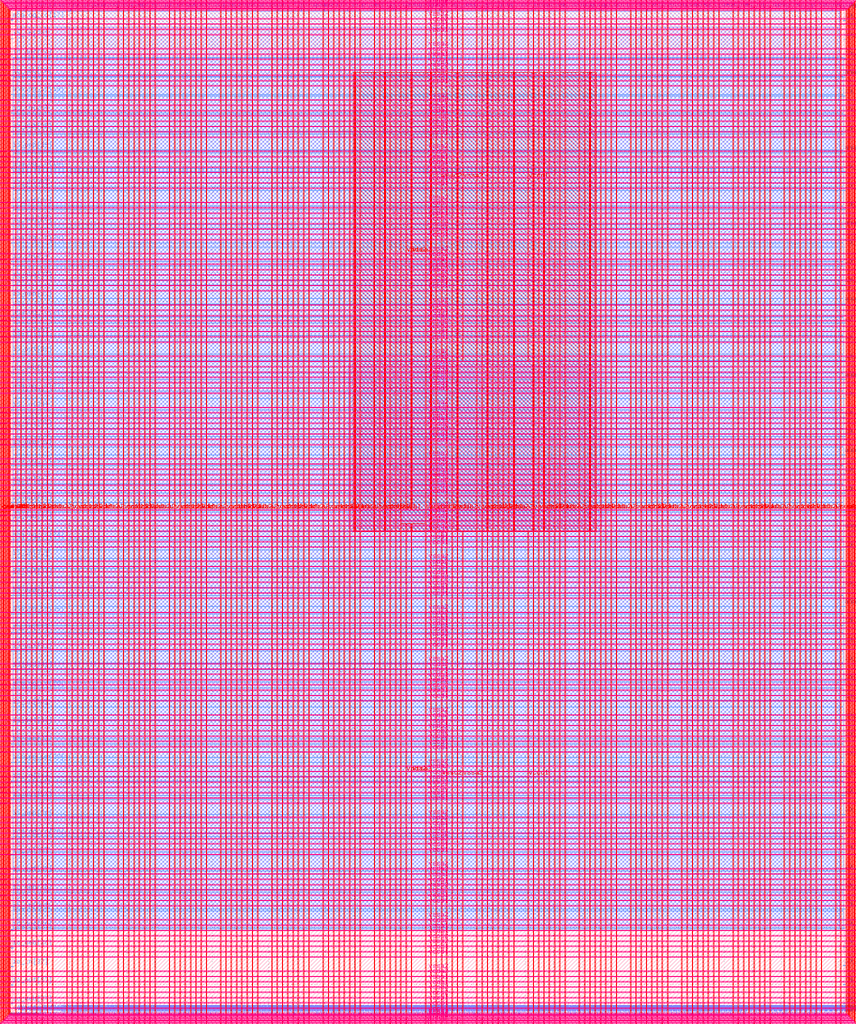
<source format=lef>
VERSION 5.7 ;
  NOWIREEXTENSIONATPIN ON ;
  DIVIDERCHAR "/" ;
  BUSBITCHARS "[]" ;
MACRO user_project_wrapper
  CLASS BLOCK ;
  FOREIGN user_project_wrapper ;
  ORIGIN 0.000 0.000 ;
  SIZE 2920.000 BY 3520.000 ;
  PIN analog_io[0]
    DIRECTION INOUT ;
    USE SIGNAL ;
    PORT
      LAYER met3 ;
        RECT 2917.600 1426.380 2924.800 1427.580 ;
    END
  END analog_io[0]
  PIN analog_io[10]
    DIRECTION INOUT ;
    USE SIGNAL ;
    PORT
      LAYER met2 ;
        RECT 2230.490 3517.600 2231.050 3524.800 ;
    END
  END analog_io[10]
  PIN analog_io[11]
    DIRECTION INOUT ;
    USE SIGNAL ;
    PORT
      LAYER met2 ;
        RECT 1905.730 3517.600 1906.290 3524.800 ;
    END
  END analog_io[11]
  PIN analog_io[12]
    DIRECTION INOUT ;
    USE SIGNAL ;
    PORT
      LAYER met2 ;
        RECT 1581.430 3517.600 1581.990 3524.800 ;
    END
  END analog_io[12]
  PIN analog_io[13]
    DIRECTION INOUT ;
    USE SIGNAL ;
    PORT
      LAYER met2 ;
        RECT 1257.130 3517.600 1257.690 3524.800 ;
    END
  END analog_io[13]
  PIN analog_io[14]
    DIRECTION INOUT ;
    USE SIGNAL ;
    PORT
      LAYER met2 ;
        RECT 932.370 3517.600 932.930 3524.800 ;
    END
  END analog_io[14]
  PIN analog_io[15]
    DIRECTION INOUT ;
    USE SIGNAL ;
    PORT
      LAYER met2 ;
        RECT 608.070 3517.600 608.630 3524.800 ;
    END
  END analog_io[15]
  PIN analog_io[16]
    DIRECTION INOUT ;
    USE SIGNAL ;
    PORT
      LAYER met2 ;
        RECT 283.770 3517.600 284.330 3524.800 ;
    END
  END analog_io[16]
  PIN analog_io[17]
    DIRECTION INOUT ;
    USE SIGNAL ;
    PORT
      LAYER met3 ;
        RECT -4.800 3486.100 2.400 3487.300 ;
    END
  END analog_io[17]
  PIN analog_io[18]
    DIRECTION INOUT ;
    USE SIGNAL ;
    PORT
      LAYER met3 ;
        RECT -4.800 3224.980 2.400 3226.180 ;
    END
  END analog_io[18]
  PIN analog_io[19]
    DIRECTION INOUT ;
    USE SIGNAL ;
    PORT
      LAYER met3 ;
        RECT -4.800 2964.540 2.400 2965.740 ;
    END
  END analog_io[19]
  PIN analog_io[1]
    DIRECTION INOUT ;
    USE SIGNAL ;
    PORT
      LAYER met3 ;
        RECT 2917.600 1692.260 2924.800 1693.460 ;
    END
  END analog_io[1]
  PIN analog_io[20]
    DIRECTION INOUT ;
    USE SIGNAL ;
    PORT
      LAYER met3 ;
        RECT -4.800 2703.420 2.400 2704.620 ;
    END
  END analog_io[20]
  PIN analog_io[21]
    DIRECTION INOUT ;
    USE SIGNAL ;
    PORT
      LAYER met3 ;
        RECT -4.800 2442.980 2.400 2444.180 ;
    END
  END analog_io[21]
  PIN analog_io[22]
    DIRECTION INOUT ;
    USE SIGNAL ;
    PORT
      LAYER met3 ;
        RECT -4.800 2182.540 2.400 2183.740 ;
    END
  END analog_io[22]
  PIN analog_io[23]
    DIRECTION INOUT ;
    USE SIGNAL ;
    PORT
      LAYER met3 ;
        RECT -4.800 1921.420 2.400 1922.620 ;
    END
  END analog_io[23]
  PIN analog_io[24]
    DIRECTION INOUT ;
    USE SIGNAL ;
    PORT
      LAYER met3 ;
        RECT -4.800 1660.980 2.400 1662.180 ;
    END
  END analog_io[24]
  PIN analog_io[25]
    DIRECTION INOUT ;
    USE SIGNAL ;
    PORT
      LAYER met3 ;
        RECT -4.800 1399.860 2.400 1401.060 ;
    END
  END analog_io[25]
  PIN analog_io[26]
    DIRECTION INOUT ;
    USE SIGNAL ;
    PORT
      LAYER met3 ;
        RECT -4.800 1139.420 2.400 1140.620 ;
    END
  END analog_io[26]
  PIN analog_io[27]
    DIRECTION INOUT ;
    USE SIGNAL ;
    PORT
      LAYER met3 ;
        RECT -4.800 878.980 2.400 880.180 ;
    END
  END analog_io[27]
  PIN analog_io[28]
    DIRECTION INOUT ;
    USE SIGNAL ;
    PORT
      LAYER met3 ;
        RECT -4.800 617.860 2.400 619.060 ;
    END
  END analog_io[28]
  PIN analog_io[2]
    DIRECTION INOUT ;
    USE SIGNAL ;
    PORT
      LAYER met3 ;
        RECT 2917.600 1958.140 2924.800 1959.340 ;
    END
  END analog_io[2]
  PIN analog_io[3]
    DIRECTION INOUT ;
    USE SIGNAL ;
    PORT
      LAYER met3 ;
        RECT 2917.600 2223.340 2924.800 2224.540 ;
    END
  END analog_io[3]
  PIN analog_io[4]
    DIRECTION INOUT ;
    USE SIGNAL ;
    PORT
      LAYER met3 ;
        RECT 2917.600 2489.220 2924.800 2490.420 ;
    END
  END analog_io[4]
  PIN analog_io[5]
    DIRECTION INOUT ;
    USE SIGNAL ;
    PORT
      LAYER met3 ;
        RECT 2917.600 2755.100 2924.800 2756.300 ;
    END
  END analog_io[5]
  PIN analog_io[6]
    DIRECTION INOUT ;
    USE SIGNAL ;
    PORT
      LAYER met3 ;
        RECT 2917.600 3020.300 2924.800 3021.500 ;
    END
  END analog_io[6]
  PIN analog_io[7]
    DIRECTION INOUT ;
    USE SIGNAL ;
    PORT
      LAYER met3 ;
        RECT 2917.600 3286.180 2924.800 3287.380 ;
    END
  END analog_io[7]
  PIN analog_io[8]
    DIRECTION INOUT ;
    USE SIGNAL ;
    PORT
      LAYER met2 ;
        RECT 2879.090 3517.600 2879.650 3524.800 ;
    END
  END analog_io[8]
  PIN analog_io[9]
    DIRECTION INOUT ;
    USE SIGNAL ;
    PORT
      LAYER met2 ;
        RECT 2554.790 3517.600 2555.350 3524.800 ;
    END
  END analog_io[9]
  PIN io_in[0]
    DIRECTION INPUT ;
    USE SIGNAL ;
    PORT
      LAYER met3 ;
        RECT 2917.600 32.380 2924.800 33.580 ;
    END
  END io_in[0]
  PIN io_in[10]
    DIRECTION INPUT ;
    USE SIGNAL ;
    PORT
      LAYER met3 ;
        RECT 2917.600 2289.980 2924.800 2291.180 ;
    END
  END io_in[10]
  PIN io_in[11]
    DIRECTION INPUT ;
    USE SIGNAL ;
    PORT
      LAYER met3 ;
        RECT 2917.600 2555.860 2924.800 2557.060 ;
    END
  END io_in[11]
  PIN io_in[12]
    DIRECTION INPUT ;
    USE SIGNAL ;
    PORT
      LAYER met3 ;
        RECT 2917.600 2821.060 2924.800 2822.260 ;
    END
  END io_in[12]
  PIN io_in[13]
    DIRECTION INPUT ;
    USE SIGNAL ;
    PORT
      LAYER met3 ;
        RECT 2917.600 3086.940 2924.800 3088.140 ;
    END
  END io_in[13]
  PIN io_in[14]
    DIRECTION INPUT ;
    USE SIGNAL ;
    PORT
      LAYER met3 ;
        RECT 2917.600 3352.820 2924.800 3354.020 ;
    END
  END io_in[14]
  PIN io_in[15]
    DIRECTION INPUT ;
    USE SIGNAL ;
    PORT
      LAYER met2 ;
        RECT 2798.130 3517.600 2798.690 3524.800 ;
    END
  END io_in[15]
  PIN io_in[16]
    DIRECTION INPUT ;
    USE SIGNAL ;
    PORT
      LAYER met2 ;
        RECT 2473.830 3517.600 2474.390 3524.800 ;
    END
  END io_in[16]
  PIN io_in[17]
    DIRECTION INPUT ;
    USE SIGNAL ;
    PORT
      LAYER met2 ;
        RECT 2149.070 3517.600 2149.630 3524.800 ;
    END
  END io_in[17]
  PIN io_in[18]
    DIRECTION INPUT ;
    USE SIGNAL ;
    PORT
      LAYER met2 ;
        RECT 1824.770 3517.600 1825.330 3524.800 ;
    END
  END io_in[18]
  PIN io_in[19]
    DIRECTION INPUT ;
    USE SIGNAL ;
    PORT
      LAYER met2 ;
        RECT 1500.470 3517.600 1501.030 3524.800 ;
    END
  END io_in[19]
  PIN io_in[1]
    DIRECTION INPUT ;
    USE SIGNAL ;
    PORT
      LAYER met3 ;
        RECT 2917.600 230.940 2924.800 232.140 ;
    END
  END io_in[1]
  PIN io_in[20]
    DIRECTION INPUT ;
    USE SIGNAL ;
    PORT
      LAYER met2 ;
        RECT 1175.710 3517.600 1176.270 3524.800 ;
    END
  END io_in[20]
  PIN io_in[21]
    DIRECTION INPUT ;
    USE SIGNAL ;
    PORT
      LAYER met2 ;
        RECT 851.410 3517.600 851.970 3524.800 ;
    END
  END io_in[21]
  PIN io_in[22]
    DIRECTION INPUT ;
    USE SIGNAL ;
    PORT
      LAYER met2 ;
        RECT 527.110 3517.600 527.670 3524.800 ;
    END
  END io_in[22]
  PIN io_in[23]
    DIRECTION INPUT ;
    USE SIGNAL ;
    PORT
      LAYER met2 ;
        RECT 202.350 3517.600 202.910 3524.800 ;
    END
  END io_in[23]
  PIN io_in[24]
    DIRECTION INPUT ;
    USE SIGNAL ;
    PORT
      LAYER met3 ;
        RECT -4.800 3420.820 2.400 3422.020 ;
    END
  END io_in[24]
  PIN io_in[25]
    DIRECTION INPUT ;
    USE SIGNAL ;
    PORT
      LAYER met3 ;
        RECT -4.800 3159.700 2.400 3160.900 ;
    END
  END io_in[25]
  PIN io_in[26]
    DIRECTION INPUT ;
    USE SIGNAL ;
    PORT
      LAYER met3 ;
        RECT -4.800 2899.260 2.400 2900.460 ;
    END
  END io_in[26]
  PIN io_in[27]
    DIRECTION INPUT ;
    USE SIGNAL ;
    PORT
      LAYER met3 ;
        RECT -4.800 2638.820 2.400 2640.020 ;
    END
  END io_in[27]
  PIN io_in[28]
    DIRECTION INPUT ;
    USE SIGNAL ;
    PORT
      LAYER met3 ;
        RECT -4.800 2377.700 2.400 2378.900 ;
    END
  END io_in[28]
  PIN io_in[29]
    DIRECTION INPUT ;
    USE SIGNAL ;
    PORT
      LAYER met3 ;
        RECT -4.800 2117.260 2.400 2118.460 ;
    END
  END io_in[29]
  PIN io_in[2]
    DIRECTION INPUT ;
    USE SIGNAL ;
    PORT
      LAYER met3 ;
        RECT 2917.600 430.180 2924.800 431.380 ;
    END
  END io_in[2]
  PIN io_in[30]
    DIRECTION INPUT ;
    USE SIGNAL ;
    PORT
      LAYER met3 ;
        RECT -4.800 1856.140 2.400 1857.340 ;
    END
  END io_in[30]
  PIN io_in[31]
    DIRECTION INPUT ;
    USE SIGNAL ;
    PORT
      LAYER met3 ;
        RECT -4.800 1595.700 2.400 1596.900 ;
    END
  END io_in[31]
  PIN io_in[32]
    DIRECTION INPUT ;
    USE SIGNAL ;
    PORT
      LAYER met3 ;
        RECT -4.800 1335.260 2.400 1336.460 ;
    END
  END io_in[32]
  PIN io_in[33]
    DIRECTION INPUT ;
    USE SIGNAL ;
    PORT
      LAYER met3 ;
        RECT -4.800 1074.140 2.400 1075.340 ;
    END
  END io_in[33]
  PIN io_in[34]
    DIRECTION INPUT ;
    USE SIGNAL ;
    PORT
      LAYER met3 ;
        RECT -4.800 813.700 2.400 814.900 ;
    END
  END io_in[34]
  PIN io_in[35]
    DIRECTION INPUT ;
    USE SIGNAL ;
    PORT
      LAYER met3 ;
        RECT -4.800 552.580 2.400 553.780 ;
    END
  END io_in[35]
  PIN io_in[36]
    DIRECTION INPUT ;
    USE SIGNAL ;
    PORT
      LAYER met3 ;
        RECT -4.800 357.420 2.400 358.620 ;
    END
  END io_in[36]
  PIN io_in[37]
    DIRECTION INPUT ;
    USE SIGNAL ;
    PORT
      LAYER met3 ;
        RECT -4.800 161.580 2.400 162.780 ;
    END
  END io_in[37]
  PIN io_in[3]
    DIRECTION INPUT ;
    USE SIGNAL ;
    PORT
      LAYER met3 ;
        RECT 2917.600 629.420 2924.800 630.620 ;
    END
  END io_in[3]
  PIN io_in[4]
    DIRECTION INPUT ;
    USE SIGNAL ;
    PORT
      LAYER met3 ;
        RECT 2917.600 828.660 2924.800 829.860 ;
    END
  END io_in[4]
  PIN io_in[5]
    DIRECTION INPUT ;
    USE SIGNAL ;
    PORT
      LAYER met3 ;
        RECT 2917.600 1027.900 2924.800 1029.100 ;
    END
  END io_in[5]
  PIN io_in[6]
    DIRECTION INPUT ;
    USE SIGNAL ;
    PORT
      LAYER met3 ;
        RECT 2917.600 1227.140 2924.800 1228.340 ;
    END
  END io_in[6]
  PIN io_in[7]
    DIRECTION INPUT ;
    USE SIGNAL ;
    PORT
      LAYER met3 ;
        RECT 2917.600 1493.020 2924.800 1494.220 ;
    END
  END io_in[7]
  PIN io_in[8]
    DIRECTION INPUT ;
    USE SIGNAL ;
    PORT
      LAYER met3 ;
        RECT 2917.600 1758.900 2924.800 1760.100 ;
    END
  END io_in[8]
  PIN io_in[9]
    DIRECTION INPUT ;
    USE SIGNAL ;
    PORT
      LAYER met3 ;
        RECT 2917.600 2024.100 2924.800 2025.300 ;
    END
  END io_in[9]
  PIN io_oeb[0]
    DIRECTION OUTPUT TRISTATE ;
    USE SIGNAL ;
    PORT
      LAYER met3 ;
        RECT 2917.600 164.980 2924.800 166.180 ;
    END
  END io_oeb[0]
  PIN io_oeb[10]
    DIRECTION OUTPUT TRISTATE ;
    USE SIGNAL ;
    PORT
      LAYER met3 ;
        RECT 2917.600 2422.580 2924.800 2423.780 ;
    END
  END io_oeb[10]
  PIN io_oeb[11]
    DIRECTION OUTPUT TRISTATE ;
    USE SIGNAL ;
    PORT
      LAYER met3 ;
        RECT 2917.600 2688.460 2924.800 2689.660 ;
    END
  END io_oeb[11]
  PIN io_oeb[12]
    DIRECTION OUTPUT TRISTATE ;
    USE SIGNAL ;
    PORT
      LAYER met3 ;
        RECT 2917.600 2954.340 2924.800 2955.540 ;
    END
  END io_oeb[12]
  PIN io_oeb[13]
    DIRECTION OUTPUT TRISTATE ;
    USE SIGNAL ;
    PORT
      LAYER met3 ;
        RECT 2917.600 3219.540 2924.800 3220.740 ;
    END
  END io_oeb[13]
  PIN io_oeb[14]
    DIRECTION OUTPUT TRISTATE ;
    USE SIGNAL ;
    PORT
      LAYER met3 ;
        RECT 2917.600 3485.420 2924.800 3486.620 ;
    END
  END io_oeb[14]
  PIN io_oeb[15]
    DIRECTION OUTPUT TRISTATE ;
    USE SIGNAL ;
    PORT
      LAYER met2 ;
        RECT 2635.750 3517.600 2636.310 3524.800 ;
    END
  END io_oeb[15]
  PIN io_oeb[16]
    DIRECTION OUTPUT TRISTATE ;
    USE SIGNAL ;
    PORT
      LAYER met2 ;
        RECT 2311.450 3517.600 2312.010 3524.800 ;
    END
  END io_oeb[16]
  PIN io_oeb[17]
    DIRECTION OUTPUT TRISTATE ;
    USE SIGNAL ;
    PORT
      LAYER met2 ;
        RECT 1987.150 3517.600 1987.710 3524.800 ;
    END
  END io_oeb[17]
  PIN io_oeb[18]
    DIRECTION OUTPUT TRISTATE ;
    USE SIGNAL ;
    PORT
      LAYER met2 ;
        RECT 1662.390 3517.600 1662.950 3524.800 ;
    END
  END io_oeb[18]
  PIN io_oeb[19]
    DIRECTION OUTPUT TRISTATE ;
    USE SIGNAL ;
    PORT
      LAYER met2 ;
        RECT 1338.090 3517.600 1338.650 3524.800 ;
    END
  END io_oeb[19]
  PIN io_oeb[1]
    DIRECTION OUTPUT TRISTATE ;
    USE SIGNAL ;
    PORT
      LAYER met3 ;
        RECT 2917.600 364.220 2924.800 365.420 ;
    END
  END io_oeb[1]
  PIN io_oeb[20]
    DIRECTION OUTPUT TRISTATE ;
    USE SIGNAL ;
    PORT
      LAYER met2 ;
        RECT 1013.790 3517.600 1014.350 3524.800 ;
    END
  END io_oeb[20]
  PIN io_oeb[21]
    DIRECTION OUTPUT TRISTATE ;
    USE SIGNAL ;
    PORT
      LAYER met2 ;
        RECT 689.030 3517.600 689.590 3524.800 ;
    END
  END io_oeb[21]
  PIN io_oeb[22]
    DIRECTION OUTPUT TRISTATE ;
    USE SIGNAL ;
    PORT
      LAYER met2 ;
        RECT 364.730 3517.600 365.290 3524.800 ;
    END
  END io_oeb[22]
  PIN io_oeb[23]
    DIRECTION OUTPUT TRISTATE ;
    USE SIGNAL ;
    PORT
      LAYER met2 ;
        RECT 40.430 3517.600 40.990 3524.800 ;
    END
  END io_oeb[23]
  PIN io_oeb[24]
    DIRECTION OUTPUT TRISTATE ;
    USE SIGNAL ;
    PORT
      LAYER met3 ;
        RECT -4.800 3290.260 2.400 3291.460 ;
    END
  END io_oeb[24]
  PIN io_oeb[25]
    DIRECTION OUTPUT TRISTATE ;
    USE SIGNAL ;
    PORT
      LAYER met3 ;
        RECT -4.800 3029.820 2.400 3031.020 ;
    END
  END io_oeb[25]
  PIN io_oeb[26]
    DIRECTION OUTPUT TRISTATE ;
    USE SIGNAL ;
    PORT
      LAYER met3 ;
        RECT -4.800 2768.700 2.400 2769.900 ;
    END
  END io_oeb[26]
  PIN io_oeb[27]
    DIRECTION OUTPUT TRISTATE ;
    USE SIGNAL ;
    PORT
      LAYER met3 ;
        RECT -4.800 2508.260 2.400 2509.460 ;
    END
  END io_oeb[27]
  PIN io_oeb[28]
    DIRECTION OUTPUT TRISTATE ;
    USE SIGNAL ;
    PORT
      LAYER met3 ;
        RECT -4.800 2247.140 2.400 2248.340 ;
    END
  END io_oeb[28]
  PIN io_oeb[29]
    DIRECTION OUTPUT TRISTATE ;
    USE SIGNAL ;
    PORT
      LAYER met3 ;
        RECT -4.800 1986.700 2.400 1987.900 ;
    END
  END io_oeb[29]
  PIN io_oeb[2]
    DIRECTION OUTPUT TRISTATE ;
    USE SIGNAL ;
    PORT
      LAYER met3 ;
        RECT 2917.600 563.460 2924.800 564.660 ;
    END
  END io_oeb[2]
  PIN io_oeb[30]
    DIRECTION OUTPUT TRISTATE ;
    USE SIGNAL ;
    PORT
      LAYER met3 ;
        RECT -4.800 1726.260 2.400 1727.460 ;
    END
  END io_oeb[30]
  PIN io_oeb[31]
    DIRECTION OUTPUT TRISTATE ;
    USE SIGNAL ;
    PORT
      LAYER met3 ;
        RECT -4.800 1465.140 2.400 1466.340 ;
    END
  END io_oeb[31]
  PIN io_oeb[32]
    DIRECTION OUTPUT TRISTATE ;
    USE SIGNAL ;
    PORT
      LAYER met3 ;
        RECT -4.800 1204.700 2.400 1205.900 ;
    END
  END io_oeb[32]
  PIN io_oeb[33]
    DIRECTION OUTPUT TRISTATE ;
    USE SIGNAL ;
    PORT
      LAYER met3 ;
        RECT -4.800 943.580 2.400 944.780 ;
    END
  END io_oeb[33]
  PIN io_oeb[34]
    DIRECTION OUTPUT TRISTATE ;
    USE SIGNAL ;
    PORT
      LAYER met3 ;
        RECT -4.800 683.140 2.400 684.340 ;
    END
  END io_oeb[34]
  PIN io_oeb[35]
    DIRECTION OUTPUT TRISTATE ;
    USE SIGNAL ;
    PORT
      LAYER met3 ;
        RECT -4.800 422.700 2.400 423.900 ;
    END
  END io_oeb[35]
  PIN io_oeb[36]
    DIRECTION OUTPUT TRISTATE ;
    USE SIGNAL ;
    PORT
      LAYER met3 ;
        RECT -4.800 226.860 2.400 228.060 ;
    END
  END io_oeb[36]
  PIN io_oeb[37]
    DIRECTION OUTPUT TRISTATE ;
    USE SIGNAL ;
    PORT
      LAYER met3 ;
        RECT -4.800 31.700 2.400 32.900 ;
    END
  END io_oeb[37]
  PIN io_oeb[3]
    DIRECTION OUTPUT TRISTATE ;
    USE SIGNAL ;
    PORT
      LAYER met3 ;
        RECT 2917.600 762.700 2924.800 763.900 ;
    END
  END io_oeb[3]
  PIN io_oeb[4]
    DIRECTION OUTPUT TRISTATE ;
    USE SIGNAL ;
    PORT
      LAYER met3 ;
        RECT 2917.600 961.940 2924.800 963.140 ;
    END
  END io_oeb[4]
  PIN io_oeb[5]
    DIRECTION OUTPUT TRISTATE ;
    USE SIGNAL ;
    PORT
      LAYER met3 ;
        RECT 2917.600 1161.180 2924.800 1162.380 ;
    END
  END io_oeb[5]
  PIN io_oeb[6]
    DIRECTION OUTPUT TRISTATE ;
    USE SIGNAL ;
    PORT
      LAYER met3 ;
        RECT 2917.600 1360.420 2924.800 1361.620 ;
    END
  END io_oeb[6]
  PIN io_oeb[7]
    DIRECTION OUTPUT TRISTATE ;
    USE SIGNAL ;
    PORT
      LAYER met3 ;
        RECT 2917.600 1625.620 2924.800 1626.820 ;
    END
  END io_oeb[7]
  PIN io_oeb[8]
    DIRECTION OUTPUT TRISTATE ;
    USE SIGNAL ;
    PORT
      LAYER met3 ;
        RECT 2917.600 1891.500 2924.800 1892.700 ;
    END
  END io_oeb[8]
  PIN io_oeb[9]
    DIRECTION OUTPUT TRISTATE ;
    USE SIGNAL ;
    PORT
      LAYER met3 ;
        RECT 2917.600 2157.380 2924.800 2158.580 ;
    END
  END io_oeb[9]
  PIN io_out[0]
    DIRECTION OUTPUT TRISTATE ;
    USE SIGNAL ;
    PORT
      LAYER met3 ;
        RECT 2917.600 98.340 2924.800 99.540 ;
    END
  END io_out[0]
  PIN io_out[10]
    DIRECTION OUTPUT TRISTATE ;
    USE SIGNAL ;
    PORT
      LAYER met3 ;
        RECT 2917.600 2356.620 2924.800 2357.820 ;
    END
  END io_out[10]
  PIN io_out[11]
    DIRECTION OUTPUT TRISTATE ;
    USE SIGNAL ;
    PORT
      LAYER met3 ;
        RECT 2917.600 2621.820 2924.800 2623.020 ;
    END
  END io_out[11]
  PIN io_out[12]
    DIRECTION OUTPUT TRISTATE ;
    USE SIGNAL ;
    PORT
      LAYER met3 ;
        RECT 2917.600 2887.700 2924.800 2888.900 ;
    END
  END io_out[12]
  PIN io_out[13]
    DIRECTION OUTPUT TRISTATE ;
    USE SIGNAL ;
    PORT
      LAYER met3 ;
        RECT 2917.600 3153.580 2924.800 3154.780 ;
    END
  END io_out[13]
  PIN io_out[14]
    DIRECTION OUTPUT TRISTATE ;
    USE SIGNAL ;
    PORT
      LAYER met3 ;
        RECT 2917.600 3418.780 2924.800 3419.980 ;
    END
  END io_out[14]
  PIN io_out[15]
    DIRECTION OUTPUT TRISTATE ;
    USE SIGNAL ;
    PORT
      LAYER met2 ;
        RECT 2717.170 3517.600 2717.730 3524.800 ;
    END
  END io_out[15]
  PIN io_out[16]
    DIRECTION OUTPUT TRISTATE ;
    USE SIGNAL ;
    PORT
      LAYER met2 ;
        RECT 2392.410 3517.600 2392.970 3524.800 ;
    END
  END io_out[16]
  PIN io_out[17]
    DIRECTION OUTPUT TRISTATE ;
    USE SIGNAL ;
    PORT
      LAYER met2 ;
        RECT 2068.110 3517.600 2068.670 3524.800 ;
    END
  END io_out[17]
  PIN io_out[18]
    DIRECTION OUTPUT TRISTATE ;
    USE SIGNAL ;
    PORT
      LAYER met2 ;
        RECT 1743.810 3517.600 1744.370 3524.800 ;
    END
  END io_out[18]
  PIN io_out[19]
    DIRECTION OUTPUT TRISTATE ;
    USE SIGNAL ;
    PORT
      LAYER met2 ;
        RECT 1419.050 3517.600 1419.610 3524.800 ;
    END
  END io_out[19]
  PIN io_out[1]
    DIRECTION OUTPUT TRISTATE ;
    USE SIGNAL ;
    PORT
      LAYER met3 ;
        RECT 2917.600 297.580 2924.800 298.780 ;
    END
  END io_out[1]
  PIN io_out[20]
    DIRECTION OUTPUT TRISTATE ;
    USE SIGNAL ;
    PORT
      LAYER met2 ;
        RECT 1094.750 3517.600 1095.310 3524.800 ;
    END
  END io_out[20]
  PIN io_out[21]
    DIRECTION OUTPUT TRISTATE ;
    USE SIGNAL ;
    PORT
      LAYER met2 ;
        RECT 770.450 3517.600 771.010 3524.800 ;
    END
  END io_out[21]
  PIN io_out[22]
    DIRECTION OUTPUT TRISTATE ;
    USE SIGNAL ;
    PORT
      LAYER met2 ;
        RECT 445.690 3517.600 446.250 3524.800 ;
    END
  END io_out[22]
  PIN io_out[23]
    DIRECTION OUTPUT TRISTATE ;
    USE SIGNAL ;
    PORT
      LAYER met2 ;
        RECT 121.390 3517.600 121.950 3524.800 ;
    END
  END io_out[23]
  PIN io_out[24]
    DIRECTION OUTPUT TRISTATE ;
    USE SIGNAL ;
    PORT
      LAYER met3 ;
        RECT -4.800 3355.540 2.400 3356.740 ;
    END
  END io_out[24]
  PIN io_out[25]
    DIRECTION OUTPUT TRISTATE ;
    USE SIGNAL ;
    PORT
      LAYER met3 ;
        RECT -4.800 3095.100 2.400 3096.300 ;
    END
  END io_out[25]
  PIN io_out[26]
    DIRECTION OUTPUT TRISTATE ;
    USE SIGNAL ;
    PORT
      LAYER met3 ;
        RECT -4.800 2833.980 2.400 2835.180 ;
    END
  END io_out[26]
  PIN io_out[27]
    DIRECTION OUTPUT TRISTATE ;
    USE SIGNAL ;
    PORT
      LAYER met3 ;
        RECT -4.800 2573.540 2.400 2574.740 ;
    END
  END io_out[27]
  PIN io_out[28]
    DIRECTION OUTPUT TRISTATE ;
    USE SIGNAL ;
    PORT
      LAYER met3 ;
        RECT -4.800 2312.420 2.400 2313.620 ;
    END
  END io_out[28]
  PIN io_out[29]
    DIRECTION OUTPUT TRISTATE ;
    USE SIGNAL ;
    PORT
      LAYER met3 ;
        RECT -4.800 2051.980 2.400 2053.180 ;
    END
  END io_out[29]
  PIN io_out[2]
    DIRECTION OUTPUT TRISTATE ;
    USE SIGNAL ;
    PORT
      LAYER met3 ;
        RECT 2917.600 496.820 2924.800 498.020 ;
    END
  END io_out[2]
  PIN io_out[30]
    DIRECTION OUTPUT TRISTATE ;
    USE SIGNAL ;
    PORT
      LAYER met3 ;
        RECT -4.800 1791.540 2.400 1792.740 ;
    END
  END io_out[30]
  PIN io_out[31]
    DIRECTION OUTPUT TRISTATE ;
    USE SIGNAL ;
    PORT
      LAYER met3 ;
        RECT -4.800 1530.420 2.400 1531.620 ;
    END
  END io_out[31]
  PIN io_out[32]
    DIRECTION OUTPUT TRISTATE ;
    USE SIGNAL ;
    PORT
      LAYER met3 ;
        RECT -4.800 1269.980 2.400 1271.180 ;
    END
  END io_out[32]
  PIN io_out[33]
    DIRECTION OUTPUT TRISTATE ;
    USE SIGNAL ;
    PORT
      LAYER met3 ;
        RECT -4.800 1008.860 2.400 1010.060 ;
    END
  END io_out[33]
  PIN io_out[34]
    DIRECTION OUTPUT TRISTATE ;
    USE SIGNAL ;
    PORT
      LAYER met3 ;
        RECT -4.800 748.420 2.400 749.620 ;
    END
  END io_out[34]
  PIN io_out[35]
    DIRECTION OUTPUT TRISTATE ;
    USE SIGNAL ;
    PORT
      LAYER met3 ;
        RECT -4.800 487.300 2.400 488.500 ;
    END
  END io_out[35]
  PIN io_out[36]
    DIRECTION OUTPUT TRISTATE ;
    USE SIGNAL ;
    PORT
      LAYER met3 ;
        RECT -4.800 292.140 2.400 293.340 ;
    END
  END io_out[36]
  PIN io_out[37]
    DIRECTION OUTPUT TRISTATE ;
    USE SIGNAL ;
    PORT
      LAYER met3 ;
        RECT -4.800 96.300 2.400 97.500 ;
    END
  END io_out[37]
  PIN io_out[3]
    DIRECTION OUTPUT TRISTATE ;
    USE SIGNAL ;
    PORT
      LAYER met3 ;
        RECT 2917.600 696.060 2924.800 697.260 ;
    END
  END io_out[3]
  PIN io_out[4]
    DIRECTION OUTPUT TRISTATE ;
    USE SIGNAL ;
    PORT
      LAYER met3 ;
        RECT 2917.600 895.300 2924.800 896.500 ;
    END
  END io_out[4]
  PIN io_out[5]
    DIRECTION OUTPUT TRISTATE ;
    USE SIGNAL ;
    PORT
      LAYER met3 ;
        RECT 2917.600 1094.540 2924.800 1095.740 ;
    END
  END io_out[5]
  PIN io_out[6]
    DIRECTION OUTPUT TRISTATE ;
    USE SIGNAL ;
    PORT
      LAYER met3 ;
        RECT 2917.600 1293.780 2924.800 1294.980 ;
    END
  END io_out[6]
  PIN io_out[7]
    DIRECTION OUTPUT TRISTATE ;
    USE SIGNAL ;
    PORT
      LAYER met3 ;
        RECT 2917.600 1559.660 2924.800 1560.860 ;
    END
  END io_out[7]
  PIN io_out[8]
    DIRECTION OUTPUT TRISTATE ;
    USE SIGNAL ;
    PORT
      LAYER met3 ;
        RECT 2917.600 1824.860 2924.800 1826.060 ;
    END
  END io_out[8]
  PIN io_out[9]
    DIRECTION OUTPUT TRISTATE ;
    USE SIGNAL ;
    PORT
      LAYER met3 ;
        RECT 2917.600 2090.740 2924.800 2091.940 ;
    END
  END io_out[9]
  PIN la_data_in[0]
    DIRECTION INPUT ;
    USE SIGNAL ;
    PORT
      LAYER met2 ;
        RECT 629.230 -4.800 629.790 2.400 ;
    END
  END la_data_in[0]
  PIN la_data_in[100]
    DIRECTION INPUT ;
    USE SIGNAL ;
    PORT
      LAYER met2 ;
        RECT 2402.530 -4.800 2403.090 2.400 ;
    END
  END la_data_in[100]
  PIN la_data_in[101]
    DIRECTION INPUT ;
    USE SIGNAL ;
    PORT
      LAYER met2 ;
        RECT 2420.010 -4.800 2420.570 2.400 ;
    END
  END la_data_in[101]
  PIN la_data_in[102]
    DIRECTION INPUT ;
    USE SIGNAL ;
    PORT
      LAYER met2 ;
        RECT 2437.950 -4.800 2438.510 2.400 ;
    END
  END la_data_in[102]
  PIN la_data_in[103]
    DIRECTION INPUT ;
    USE SIGNAL ;
    PORT
      LAYER met2 ;
        RECT 2455.430 -4.800 2455.990 2.400 ;
    END
  END la_data_in[103]
  PIN la_data_in[104]
    DIRECTION INPUT ;
    USE SIGNAL ;
    PORT
      LAYER met2 ;
        RECT 2473.370 -4.800 2473.930 2.400 ;
    END
  END la_data_in[104]
  PIN la_data_in[105]
    DIRECTION INPUT ;
    USE SIGNAL ;
    PORT
      LAYER met2 ;
        RECT 2490.850 -4.800 2491.410 2.400 ;
    END
  END la_data_in[105]
  PIN la_data_in[106]
    DIRECTION INPUT ;
    USE SIGNAL ;
    PORT
      LAYER met2 ;
        RECT 2508.790 -4.800 2509.350 2.400 ;
    END
  END la_data_in[106]
  PIN la_data_in[107]
    DIRECTION INPUT ;
    USE SIGNAL ;
    PORT
      LAYER met2 ;
        RECT 2526.730 -4.800 2527.290 2.400 ;
    END
  END la_data_in[107]
  PIN la_data_in[108]
    DIRECTION INPUT ;
    USE SIGNAL ;
    PORT
      LAYER met2 ;
        RECT 2544.210 -4.800 2544.770 2.400 ;
    END
  END la_data_in[108]
  PIN la_data_in[109]
    DIRECTION INPUT ;
    USE SIGNAL ;
    PORT
      LAYER met2 ;
        RECT 2562.150 -4.800 2562.710 2.400 ;
    END
  END la_data_in[109]
  PIN la_data_in[10]
    DIRECTION INPUT ;
    USE SIGNAL ;
    PORT
      LAYER met2 ;
        RECT 806.330 -4.800 806.890 2.400 ;
    END
  END la_data_in[10]
  PIN la_data_in[110]
    DIRECTION INPUT ;
    USE SIGNAL ;
    PORT
      LAYER met2 ;
        RECT 2579.630 -4.800 2580.190 2.400 ;
    END
  END la_data_in[110]
  PIN la_data_in[111]
    DIRECTION INPUT ;
    USE SIGNAL ;
    PORT
      LAYER met2 ;
        RECT 2597.570 -4.800 2598.130 2.400 ;
    END
  END la_data_in[111]
  PIN la_data_in[112]
    DIRECTION INPUT ;
    USE SIGNAL ;
    PORT
      LAYER met2 ;
        RECT 2615.050 -4.800 2615.610 2.400 ;
    END
  END la_data_in[112]
  PIN la_data_in[113]
    DIRECTION INPUT ;
    USE SIGNAL ;
    PORT
      LAYER met2 ;
        RECT 2632.990 -4.800 2633.550 2.400 ;
    END
  END la_data_in[113]
  PIN la_data_in[114]
    DIRECTION INPUT ;
    USE SIGNAL ;
    PORT
      LAYER met2 ;
        RECT 2650.470 -4.800 2651.030 2.400 ;
    END
  END la_data_in[114]
  PIN la_data_in[115]
    DIRECTION INPUT ;
    USE SIGNAL ;
    PORT
      LAYER met2 ;
        RECT 2668.410 -4.800 2668.970 2.400 ;
    END
  END la_data_in[115]
  PIN la_data_in[116]
    DIRECTION INPUT ;
    USE SIGNAL ;
    PORT
      LAYER met2 ;
        RECT 2685.890 -4.800 2686.450 2.400 ;
    END
  END la_data_in[116]
  PIN la_data_in[117]
    DIRECTION INPUT ;
    USE SIGNAL ;
    PORT
      LAYER met2 ;
        RECT 2703.830 -4.800 2704.390 2.400 ;
    END
  END la_data_in[117]
  PIN la_data_in[118]
    DIRECTION INPUT ;
    USE SIGNAL ;
    PORT
      LAYER met2 ;
        RECT 2721.770 -4.800 2722.330 2.400 ;
    END
  END la_data_in[118]
  PIN la_data_in[119]
    DIRECTION INPUT ;
    USE SIGNAL ;
    PORT
      LAYER met2 ;
        RECT 2739.250 -4.800 2739.810 2.400 ;
    END
  END la_data_in[119]
  PIN la_data_in[11]
    DIRECTION INPUT ;
    USE SIGNAL ;
    PORT
      LAYER met2 ;
        RECT 824.270 -4.800 824.830 2.400 ;
    END
  END la_data_in[11]
  PIN la_data_in[120]
    DIRECTION INPUT ;
    USE SIGNAL ;
    PORT
      LAYER met2 ;
        RECT 2757.190 -4.800 2757.750 2.400 ;
    END
  END la_data_in[120]
  PIN la_data_in[121]
    DIRECTION INPUT ;
    USE SIGNAL ;
    PORT
      LAYER met2 ;
        RECT 2774.670 -4.800 2775.230 2.400 ;
    END
  END la_data_in[121]
  PIN la_data_in[122]
    DIRECTION INPUT ;
    USE SIGNAL ;
    PORT
      LAYER met2 ;
        RECT 2792.610 -4.800 2793.170 2.400 ;
    END
  END la_data_in[122]
  PIN la_data_in[123]
    DIRECTION INPUT ;
    USE SIGNAL ;
    PORT
      LAYER met2 ;
        RECT 2810.090 -4.800 2810.650 2.400 ;
    END
  END la_data_in[123]
  PIN la_data_in[124]
    DIRECTION INPUT ;
    USE SIGNAL ;
    PORT
      LAYER met2 ;
        RECT 2828.030 -4.800 2828.590 2.400 ;
    END
  END la_data_in[124]
  PIN la_data_in[125]
    DIRECTION INPUT ;
    USE SIGNAL ;
    PORT
      LAYER met2 ;
        RECT 2845.510 -4.800 2846.070 2.400 ;
    END
  END la_data_in[125]
  PIN la_data_in[126]
    DIRECTION INPUT ;
    USE SIGNAL ;
    PORT
      LAYER met2 ;
        RECT 2863.450 -4.800 2864.010 2.400 ;
    END
  END la_data_in[126]
  PIN la_data_in[127]
    DIRECTION INPUT ;
    USE SIGNAL ;
    PORT
      LAYER met2 ;
        RECT 2881.390 -4.800 2881.950 2.400 ;
    END
  END la_data_in[127]
  PIN la_data_in[12]
    DIRECTION INPUT ;
    USE SIGNAL ;
    PORT
      LAYER met2 ;
        RECT 841.750 -4.800 842.310 2.400 ;
    END
  END la_data_in[12]
  PIN la_data_in[13]
    DIRECTION INPUT ;
    USE SIGNAL ;
    PORT
      LAYER met2 ;
        RECT 859.690 -4.800 860.250 2.400 ;
    END
  END la_data_in[13]
  PIN la_data_in[14]
    DIRECTION INPUT ;
    USE SIGNAL ;
    PORT
      LAYER met2 ;
        RECT 877.170 -4.800 877.730 2.400 ;
    END
  END la_data_in[14]
  PIN la_data_in[15]
    DIRECTION INPUT ;
    USE SIGNAL ;
    PORT
      LAYER met2 ;
        RECT 895.110 -4.800 895.670 2.400 ;
    END
  END la_data_in[15]
  PIN la_data_in[16]
    DIRECTION INPUT ;
    USE SIGNAL ;
    PORT
      LAYER met2 ;
        RECT 912.590 -4.800 913.150 2.400 ;
    END
  END la_data_in[16]
  PIN la_data_in[17]
    DIRECTION INPUT ;
    USE SIGNAL ;
    PORT
      LAYER met2 ;
        RECT 930.530 -4.800 931.090 2.400 ;
    END
  END la_data_in[17]
  PIN la_data_in[18]
    DIRECTION INPUT ;
    USE SIGNAL ;
    PORT
      LAYER met2 ;
        RECT 948.470 -4.800 949.030 2.400 ;
    END
  END la_data_in[18]
  PIN la_data_in[19]
    DIRECTION INPUT ;
    USE SIGNAL ;
    PORT
      LAYER met2 ;
        RECT 965.950 -4.800 966.510 2.400 ;
    END
  END la_data_in[19]
  PIN la_data_in[1]
    DIRECTION INPUT ;
    USE SIGNAL ;
    PORT
      LAYER met2 ;
        RECT 646.710 -4.800 647.270 2.400 ;
    END
  END la_data_in[1]
  PIN la_data_in[20]
    DIRECTION INPUT ;
    USE SIGNAL ;
    PORT
      LAYER met2 ;
        RECT 983.890 -4.800 984.450 2.400 ;
    END
  END la_data_in[20]
  PIN la_data_in[21]
    DIRECTION INPUT ;
    USE SIGNAL ;
    PORT
      LAYER met2 ;
        RECT 1001.370 -4.800 1001.930 2.400 ;
    END
  END la_data_in[21]
  PIN la_data_in[22]
    DIRECTION INPUT ;
    USE SIGNAL ;
    PORT
      LAYER met2 ;
        RECT 1019.310 -4.800 1019.870 2.400 ;
    END
  END la_data_in[22]
  PIN la_data_in[23]
    DIRECTION INPUT ;
    USE SIGNAL ;
    PORT
      LAYER met2 ;
        RECT 1036.790 -4.800 1037.350 2.400 ;
    END
  END la_data_in[23]
  PIN la_data_in[24]
    DIRECTION INPUT ;
    USE SIGNAL ;
    PORT
      LAYER met2 ;
        RECT 1054.730 -4.800 1055.290 2.400 ;
    END
  END la_data_in[24]
  PIN la_data_in[25]
    DIRECTION INPUT ;
    USE SIGNAL ;
    PORT
      LAYER met2 ;
        RECT 1072.210 -4.800 1072.770 2.400 ;
    END
  END la_data_in[25]
  PIN la_data_in[26]
    DIRECTION INPUT ;
    USE SIGNAL ;
    PORT
      LAYER met2 ;
        RECT 1090.150 -4.800 1090.710 2.400 ;
    END
  END la_data_in[26]
  PIN la_data_in[27]
    DIRECTION INPUT ;
    USE SIGNAL ;
    PORT
      LAYER met2 ;
        RECT 1107.630 -4.800 1108.190 2.400 ;
    END
  END la_data_in[27]
  PIN la_data_in[28]
    DIRECTION INPUT ;
    USE SIGNAL ;
    PORT
      LAYER met2 ;
        RECT 1125.570 -4.800 1126.130 2.400 ;
    END
  END la_data_in[28]
  PIN la_data_in[29]
    DIRECTION INPUT ;
    USE SIGNAL ;
    PORT
      LAYER met2 ;
        RECT 1143.510 -4.800 1144.070 2.400 ;
    END
  END la_data_in[29]
  PIN la_data_in[2]
    DIRECTION INPUT ;
    USE SIGNAL ;
    PORT
      LAYER met2 ;
        RECT 664.650 -4.800 665.210 2.400 ;
    END
  END la_data_in[2]
  PIN la_data_in[30]
    DIRECTION INPUT ;
    USE SIGNAL ;
    PORT
      LAYER met2 ;
        RECT 1160.990 -4.800 1161.550 2.400 ;
    END
  END la_data_in[30]
  PIN la_data_in[31]
    DIRECTION INPUT ;
    USE SIGNAL ;
    PORT
      LAYER met2 ;
        RECT 1178.930 -4.800 1179.490 2.400 ;
    END
  END la_data_in[31]
  PIN la_data_in[32]
    DIRECTION INPUT ;
    USE SIGNAL ;
    PORT
      LAYER met2 ;
        RECT 1196.410 -4.800 1196.970 2.400 ;
    END
  END la_data_in[32]
  PIN la_data_in[33]
    DIRECTION INPUT ;
    USE SIGNAL ;
    PORT
      LAYER met2 ;
        RECT 1214.350 -4.800 1214.910 2.400 ;
    END
  END la_data_in[33]
  PIN la_data_in[34]
    DIRECTION INPUT ;
    USE SIGNAL ;
    PORT
      LAYER met2 ;
        RECT 1231.830 -4.800 1232.390 2.400 ;
    END
  END la_data_in[34]
  PIN la_data_in[35]
    DIRECTION INPUT ;
    USE SIGNAL ;
    PORT
      LAYER met2 ;
        RECT 1249.770 -4.800 1250.330 2.400 ;
    END
  END la_data_in[35]
  PIN la_data_in[36]
    DIRECTION INPUT ;
    USE SIGNAL ;
    PORT
      LAYER met2 ;
        RECT 1267.250 -4.800 1267.810 2.400 ;
    END
  END la_data_in[36]
  PIN la_data_in[37]
    DIRECTION INPUT ;
    USE SIGNAL ;
    PORT
      LAYER met2 ;
        RECT 1285.190 -4.800 1285.750 2.400 ;
    END
  END la_data_in[37]
  PIN la_data_in[38]
    DIRECTION INPUT ;
    USE SIGNAL ;
    PORT
      LAYER met2 ;
        RECT 1303.130 -4.800 1303.690 2.400 ;
    END
  END la_data_in[38]
  PIN la_data_in[39]
    DIRECTION INPUT ;
    USE SIGNAL ;
    PORT
      LAYER met2 ;
        RECT 1320.610 -4.800 1321.170 2.400 ;
    END
  END la_data_in[39]
  PIN la_data_in[3]
    DIRECTION INPUT ;
    USE SIGNAL ;
    PORT
      LAYER met2 ;
        RECT 682.130 -4.800 682.690 2.400 ;
    END
  END la_data_in[3]
  PIN la_data_in[40]
    DIRECTION INPUT ;
    USE SIGNAL ;
    PORT
      LAYER met2 ;
        RECT 1338.550 -4.800 1339.110 2.400 ;
    END
  END la_data_in[40]
  PIN la_data_in[41]
    DIRECTION INPUT ;
    USE SIGNAL ;
    PORT
      LAYER met2 ;
        RECT 1356.030 -4.800 1356.590 2.400 ;
    END
  END la_data_in[41]
  PIN la_data_in[42]
    DIRECTION INPUT ;
    USE SIGNAL ;
    PORT
      LAYER met2 ;
        RECT 1373.970 -4.800 1374.530 2.400 ;
    END
  END la_data_in[42]
  PIN la_data_in[43]
    DIRECTION INPUT ;
    USE SIGNAL ;
    PORT
      LAYER met2 ;
        RECT 1391.450 -4.800 1392.010 2.400 ;
    END
  END la_data_in[43]
  PIN la_data_in[44]
    DIRECTION INPUT ;
    USE SIGNAL ;
    PORT
      LAYER met2 ;
        RECT 1409.390 -4.800 1409.950 2.400 ;
    END
  END la_data_in[44]
  PIN la_data_in[45]
    DIRECTION INPUT ;
    USE SIGNAL ;
    PORT
      LAYER met2 ;
        RECT 1426.870 -4.800 1427.430 2.400 ;
    END
  END la_data_in[45]
  PIN la_data_in[46]
    DIRECTION INPUT ;
    USE SIGNAL ;
    PORT
      LAYER met2 ;
        RECT 1444.810 -4.800 1445.370 2.400 ;
    END
  END la_data_in[46]
  PIN la_data_in[47]
    DIRECTION INPUT ;
    USE SIGNAL ;
    PORT
      LAYER met2 ;
        RECT 1462.750 -4.800 1463.310 2.400 ;
    END
  END la_data_in[47]
  PIN la_data_in[48]
    DIRECTION INPUT ;
    USE SIGNAL ;
    PORT
      LAYER met2 ;
        RECT 1480.230 -4.800 1480.790 2.400 ;
    END
  END la_data_in[48]
  PIN la_data_in[49]
    DIRECTION INPUT ;
    USE SIGNAL ;
    PORT
      LAYER met2 ;
        RECT 1498.170 -4.800 1498.730 2.400 ;
    END
  END la_data_in[49]
  PIN la_data_in[4]
    DIRECTION INPUT ;
    USE SIGNAL ;
    PORT
      LAYER met2 ;
        RECT 700.070 -4.800 700.630 2.400 ;
    END
  END la_data_in[4]
  PIN la_data_in[50]
    DIRECTION INPUT ;
    USE SIGNAL ;
    PORT
      LAYER met2 ;
        RECT 1515.650 -4.800 1516.210 2.400 ;
    END
  END la_data_in[50]
  PIN la_data_in[51]
    DIRECTION INPUT ;
    USE SIGNAL ;
    PORT
      LAYER met2 ;
        RECT 1533.590 -4.800 1534.150 2.400 ;
    END
  END la_data_in[51]
  PIN la_data_in[52]
    DIRECTION INPUT ;
    USE SIGNAL ;
    PORT
      LAYER met2 ;
        RECT 1551.070 -4.800 1551.630 2.400 ;
    END
  END la_data_in[52]
  PIN la_data_in[53]
    DIRECTION INPUT ;
    USE SIGNAL ;
    PORT
      LAYER met2 ;
        RECT 1569.010 -4.800 1569.570 2.400 ;
    END
  END la_data_in[53]
  PIN la_data_in[54]
    DIRECTION INPUT ;
    USE SIGNAL ;
    PORT
      LAYER met2 ;
        RECT 1586.490 -4.800 1587.050 2.400 ;
    END
  END la_data_in[54]
  PIN la_data_in[55]
    DIRECTION INPUT ;
    USE SIGNAL ;
    PORT
      LAYER met2 ;
        RECT 1604.430 -4.800 1604.990 2.400 ;
    END
  END la_data_in[55]
  PIN la_data_in[56]
    DIRECTION INPUT ;
    USE SIGNAL ;
    PORT
      LAYER met2 ;
        RECT 1621.910 -4.800 1622.470 2.400 ;
    END
  END la_data_in[56]
  PIN la_data_in[57]
    DIRECTION INPUT ;
    USE SIGNAL ;
    PORT
      LAYER met2 ;
        RECT 1639.850 -4.800 1640.410 2.400 ;
    END
  END la_data_in[57]
  PIN la_data_in[58]
    DIRECTION INPUT ;
    USE SIGNAL ;
    PORT
      LAYER met2 ;
        RECT 1657.790 -4.800 1658.350 2.400 ;
    END
  END la_data_in[58]
  PIN la_data_in[59]
    DIRECTION INPUT ;
    USE SIGNAL ;
    PORT
      LAYER met2 ;
        RECT 1675.270 -4.800 1675.830 2.400 ;
    END
  END la_data_in[59]
  PIN la_data_in[5]
    DIRECTION INPUT ;
    USE SIGNAL ;
    PORT
      LAYER met2 ;
        RECT 717.550 -4.800 718.110 2.400 ;
    END
  END la_data_in[5]
  PIN la_data_in[60]
    DIRECTION INPUT ;
    USE SIGNAL ;
    PORT
      LAYER met2 ;
        RECT 1693.210 -4.800 1693.770 2.400 ;
    END
  END la_data_in[60]
  PIN la_data_in[61]
    DIRECTION INPUT ;
    USE SIGNAL ;
    PORT
      LAYER met2 ;
        RECT 1710.690 -4.800 1711.250 2.400 ;
    END
  END la_data_in[61]
  PIN la_data_in[62]
    DIRECTION INPUT ;
    USE SIGNAL ;
    PORT
      LAYER met2 ;
        RECT 1728.630 -4.800 1729.190 2.400 ;
    END
  END la_data_in[62]
  PIN la_data_in[63]
    DIRECTION INPUT ;
    USE SIGNAL ;
    PORT
      LAYER met2 ;
        RECT 1746.110 -4.800 1746.670 2.400 ;
    END
  END la_data_in[63]
  PIN la_data_in[64]
    DIRECTION INPUT ;
    USE SIGNAL ;
    PORT
      LAYER met2 ;
        RECT 1764.050 -4.800 1764.610 2.400 ;
    END
  END la_data_in[64]
  PIN la_data_in[65]
    DIRECTION INPUT ;
    USE SIGNAL ;
    PORT
      LAYER met2 ;
        RECT 1781.530 -4.800 1782.090 2.400 ;
    END
  END la_data_in[65]
  PIN la_data_in[66]
    DIRECTION INPUT ;
    USE SIGNAL ;
    PORT
      LAYER met2 ;
        RECT 1799.470 -4.800 1800.030 2.400 ;
    END
  END la_data_in[66]
  PIN la_data_in[67]
    DIRECTION INPUT ;
    USE SIGNAL ;
    PORT
      LAYER met2 ;
        RECT 1817.410 -4.800 1817.970 2.400 ;
    END
  END la_data_in[67]
  PIN la_data_in[68]
    DIRECTION INPUT ;
    USE SIGNAL ;
    PORT
      LAYER met2 ;
        RECT 1834.890 -4.800 1835.450 2.400 ;
    END
  END la_data_in[68]
  PIN la_data_in[69]
    DIRECTION INPUT ;
    USE SIGNAL ;
    PORT
      LAYER met2 ;
        RECT 1852.830 -4.800 1853.390 2.400 ;
    END
  END la_data_in[69]
  PIN la_data_in[6]
    DIRECTION INPUT ;
    USE SIGNAL ;
    PORT
      LAYER met2 ;
        RECT 735.490 -4.800 736.050 2.400 ;
    END
  END la_data_in[6]
  PIN la_data_in[70]
    DIRECTION INPUT ;
    USE SIGNAL ;
    PORT
      LAYER met2 ;
        RECT 1870.310 -4.800 1870.870 2.400 ;
    END
  END la_data_in[70]
  PIN la_data_in[71]
    DIRECTION INPUT ;
    USE SIGNAL ;
    PORT
      LAYER met2 ;
        RECT 1888.250 -4.800 1888.810 2.400 ;
    END
  END la_data_in[71]
  PIN la_data_in[72]
    DIRECTION INPUT ;
    USE SIGNAL ;
    PORT
      LAYER met2 ;
        RECT 1905.730 -4.800 1906.290 2.400 ;
    END
  END la_data_in[72]
  PIN la_data_in[73]
    DIRECTION INPUT ;
    USE SIGNAL ;
    PORT
      LAYER met2 ;
        RECT 1923.670 -4.800 1924.230 2.400 ;
    END
  END la_data_in[73]
  PIN la_data_in[74]
    DIRECTION INPUT ;
    USE SIGNAL ;
    PORT
      LAYER met2 ;
        RECT 1941.150 -4.800 1941.710 2.400 ;
    END
  END la_data_in[74]
  PIN la_data_in[75]
    DIRECTION INPUT ;
    USE SIGNAL ;
    PORT
      LAYER met2 ;
        RECT 1959.090 -4.800 1959.650 2.400 ;
    END
  END la_data_in[75]
  PIN la_data_in[76]
    DIRECTION INPUT ;
    USE SIGNAL ;
    PORT
      LAYER met2 ;
        RECT 1976.570 -4.800 1977.130 2.400 ;
    END
  END la_data_in[76]
  PIN la_data_in[77]
    DIRECTION INPUT ;
    USE SIGNAL ;
    PORT
      LAYER met2 ;
        RECT 1994.510 -4.800 1995.070 2.400 ;
    END
  END la_data_in[77]
  PIN la_data_in[78]
    DIRECTION INPUT ;
    USE SIGNAL ;
    PORT
      LAYER met2 ;
        RECT 2012.450 -4.800 2013.010 2.400 ;
    END
  END la_data_in[78]
  PIN la_data_in[79]
    DIRECTION INPUT ;
    USE SIGNAL ;
    PORT
      LAYER met2 ;
        RECT 2029.930 -4.800 2030.490 2.400 ;
    END
  END la_data_in[79]
  PIN la_data_in[7]
    DIRECTION INPUT ;
    USE SIGNAL ;
    PORT
      LAYER met2 ;
        RECT 752.970 -4.800 753.530 2.400 ;
    END
  END la_data_in[7]
  PIN la_data_in[80]
    DIRECTION INPUT ;
    USE SIGNAL ;
    PORT
      LAYER met2 ;
        RECT 2047.870 -4.800 2048.430 2.400 ;
    END
  END la_data_in[80]
  PIN la_data_in[81]
    DIRECTION INPUT ;
    USE SIGNAL ;
    PORT
      LAYER met2 ;
        RECT 2065.350 -4.800 2065.910 2.400 ;
    END
  END la_data_in[81]
  PIN la_data_in[82]
    DIRECTION INPUT ;
    USE SIGNAL ;
    PORT
      LAYER met2 ;
        RECT 2083.290 -4.800 2083.850 2.400 ;
    END
  END la_data_in[82]
  PIN la_data_in[83]
    DIRECTION INPUT ;
    USE SIGNAL ;
    PORT
      LAYER met2 ;
        RECT 2100.770 -4.800 2101.330 2.400 ;
    END
  END la_data_in[83]
  PIN la_data_in[84]
    DIRECTION INPUT ;
    USE SIGNAL ;
    PORT
      LAYER met2 ;
        RECT 2118.710 -4.800 2119.270 2.400 ;
    END
  END la_data_in[84]
  PIN la_data_in[85]
    DIRECTION INPUT ;
    USE SIGNAL ;
    PORT
      LAYER met2 ;
        RECT 2136.190 -4.800 2136.750 2.400 ;
    END
  END la_data_in[85]
  PIN la_data_in[86]
    DIRECTION INPUT ;
    USE SIGNAL ;
    PORT
      LAYER met2 ;
        RECT 2154.130 -4.800 2154.690 2.400 ;
    END
  END la_data_in[86]
  PIN la_data_in[87]
    DIRECTION INPUT ;
    USE SIGNAL ;
    PORT
      LAYER met2 ;
        RECT 2172.070 -4.800 2172.630 2.400 ;
    END
  END la_data_in[87]
  PIN la_data_in[88]
    DIRECTION INPUT ;
    USE SIGNAL ;
    PORT
      LAYER met2 ;
        RECT 2189.550 -4.800 2190.110 2.400 ;
    END
  END la_data_in[88]
  PIN la_data_in[89]
    DIRECTION INPUT ;
    USE SIGNAL ;
    PORT
      LAYER met2 ;
        RECT 2207.490 -4.800 2208.050 2.400 ;
    END
  END la_data_in[89]
  PIN la_data_in[8]
    DIRECTION INPUT ;
    USE SIGNAL ;
    PORT
      LAYER met2 ;
        RECT 770.910 -4.800 771.470 2.400 ;
    END
  END la_data_in[8]
  PIN la_data_in[90]
    DIRECTION INPUT ;
    USE SIGNAL ;
    PORT
      LAYER met2 ;
        RECT 2224.970 -4.800 2225.530 2.400 ;
    END
  END la_data_in[90]
  PIN la_data_in[91]
    DIRECTION INPUT ;
    USE SIGNAL ;
    PORT
      LAYER met2 ;
        RECT 2242.910 -4.800 2243.470 2.400 ;
    END
  END la_data_in[91]
  PIN la_data_in[92]
    DIRECTION INPUT ;
    USE SIGNAL ;
    PORT
      LAYER met2 ;
        RECT 2260.390 -4.800 2260.950 2.400 ;
    END
  END la_data_in[92]
  PIN la_data_in[93]
    DIRECTION INPUT ;
    USE SIGNAL ;
    PORT
      LAYER met2 ;
        RECT 2278.330 -4.800 2278.890 2.400 ;
    END
  END la_data_in[93]
  PIN la_data_in[94]
    DIRECTION INPUT ;
    USE SIGNAL ;
    PORT
      LAYER met2 ;
        RECT 2295.810 -4.800 2296.370 2.400 ;
    END
  END la_data_in[94]
  PIN la_data_in[95]
    DIRECTION INPUT ;
    USE SIGNAL ;
    PORT
      LAYER met2 ;
        RECT 2313.750 -4.800 2314.310 2.400 ;
    END
  END la_data_in[95]
  PIN la_data_in[96]
    DIRECTION INPUT ;
    USE SIGNAL ;
    PORT
      LAYER met2 ;
        RECT 2331.230 -4.800 2331.790 2.400 ;
    END
  END la_data_in[96]
  PIN la_data_in[97]
    DIRECTION INPUT ;
    USE SIGNAL ;
    PORT
      LAYER met2 ;
        RECT 2349.170 -4.800 2349.730 2.400 ;
    END
  END la_data_in[97]
  PIN la_data_in[98]
    DIRECTION INPUT ;
    USE SIGNAL ;
    PORT
      LAYER met2 ;
        RECT 2367.110 -4.800 2367.670 2.400 ;
    END
  END la_data_in[98]
  PIN la_data_in[99]
    DIRECTION INPUT ;
    USE SIGNAL ;
    PORT
      LAYER met2 ;
        RECT 2384.590 -4.800 2385.150 2.400 ;
    END
  END la_data_in[99]
  PIN la_data_in[9]
    DIRECTION INPUT ;
    USE SIGNAL ;
    PORT
      LAYER met2 ;
        RECT 788.850 -4.800 789.410 2.400 ;
    END
  END la_data_in[9]
  PIN la_data_out[0]
    DIRECTION OUTPUT TRISTATE ;
    USE SIGNAL ;
    PORT
      LAYER met2 ;
        RECT 634.750 -4.800 635.310 2.400 ;
    END
  END la_data_out[0]
  PIN la_data_out[100]
    DIRECTION OUTPUT TRISTATE ;
    USE SIGNAL ;
    PORT
      LAYER met2 ;
        RECT 2408.510 -4.800 2409.070 2.400 ;
    END
  END la_data_out[100]
  PIN la_data_out[101]
    DIRECTION OUTPUT TRISTATE ;
    USE SIGNAL ;
    PORT
      LAYER met2 ;
        RECT 2425.990 -4.800 2426.550 2.400 ;
    END
  END la_data_out[101]
  PIN la_data_out[102]
    DIRECTION OUTPUT TRISTATE ;
    USE SIGNAL ;
    PORT
      LAYER met2 ;
        RECT 2443.930 -4.800 2444.490 2.400 ;
    END
  END la_data_out[102]
  PIN la_data_out[103]
    DIRECTION OUTPUT TRISTATE ;
    USE SIGNAL ;
    PORT
      LAYER met2 ;
        RECT 2461.410 -4.800 2461.970 2.400 ;
    END
  END la_data_out[103]
  PIN la_data_out[104]
    DIRECTION OUTPUT TRISTATE ;
    USE SIGNAL ;
    PORT
      LAYER met2 ;
        RECT 2479.350 -4.800 2479.910 2.400 ;
    END
  END la_data_out[104]
  PIN la_data_out[105]
    DIRECTION OUTPUT TRISTATE ;
    USE SIGNAL ;
    PORT
      LAYER met2 ;
        RECT 2496.830 -4.800 2497.390 2.400 ;
    END
  END la_data_out[105]
  PIN la_data_out[106]
    DIRECTION OUTPUT TRISTATE ;
    USE SIGNAL ;
    PORT
      LAYER met2 ;
        RECT 2514.770 -4.800 2515.330 2.400 ;
    END
  END la_data_out[106]
  PIN la_data_out[107]
    DIRECTION OUTPUT TRISTATE ;
    USE SIGNAL ;
    PORT
      LAYER met2 ;
        RECT 2532.250 -4.800 2532.810 2.400 ;
    END
  END la_data_out[107]
  PIN la_data_out[108]
    DIRECTION OUTPUT TRISTATE ;
    USE SIGNAL ;
    PORT
      LAYER met2 ;
        RECT 2550.190 -4.800 2550.750 2.400 ;
    END
  END la_data_out[108]
  PIN la_data_out[109]
    DIRECTION OUTPUT TRISTATE ;
    USE SIGNAL ;
    PORT
      LAYER met2 ;
        RECT 2567.670 -4.800 2568.230 2.400 ;
    END
  END la_data_out[109]
  PIN la_data_out[10]
    DIRECTION OUTPUT TRISTATE ;
    USE SIGNAL ;
    PORT
      LAYER met2 ;
        RECT 812.310 -4.800 812.870 2.400 ;
    END
  END la_data_out[10]
  PIN la_data_out[110]
    DIRECTION OUTPUT TRISTATE ;
    USE SIGNAL ;
    PORT
      LAYER met2 ;
        RECT 2585.610 -4.800 2586.170 2.400 ;
    END
  END la_data_out[110]
  PIN la_data_out[111]
    DIRECTION OUTPUT TRISTATE ;
    USE SIGNAL ;
    PORT
      LAYER met2 ;
        RECT 2603.550 -4.800 2604.110 2.400 ;
    END
  END la_data_out[111]
  PIN la_data_out[112]
    DIRECTION OUTPUT TRISTATE ;
    USE SIGNAL ;
    PORT
      LAYER met2 ;
        RECT 2621.030 -4.800 2621.590 2.400 ;
    END
  END la_data_out[112]
  PIN la_data_out[113]
    DIRECTION OUTPUT TRISTATE ;
    USE SIGNAL ;
    PORT
      LAYER met2 ;
        RECT 2638.970 -4.800 2639.530 2.400 ;
    END
  END la_data_out[113]
  PIN la_data_out[114]
    DIRECTION OUTPUT TRISTATE ;
    USE SIGNAL ;
    PORT
      LAYER met2 ;
        RECT 2656.450 -4.800 2657.010 2.400 ;
    END
  END la_data_out[114]
  PIN la_data_out[115]
    DIRECTION OUTPUT TRISTATE ;
    USE SIGNAL ;
    PORT
      LAYER met2 ;
        RECT 2674.390 -4.800 2674.950 2.400 ;
    END
  END la_data_out[115]
  PIN la_data_out[116]
    DIRECTION OUTPUT TRISTATE ;
    USE SIGNAL ;
    PORT
      LAYER met2 ;
        RECT 2691.870 -4.800 2692.430 2.400 ;
    END
  END la_data_out[116]
  PIN la_data_out[117]
    DIRECTION OUTPUT TRISTATE ;
    USE SIGNAL ;
    PORT
      LAYER met2 ;
        RECT 2709.810 -4.800 2710.370 2.400 ;
    END
  END la_data_out[117]
  PIN la_data_out[118]
    DIRECTION OUTPUT TRISTATE ;
    USE SIGNAL ;
    PORT
      LAYER met2 ;
        RECT 2727.290 -4.800 2727.850 2.400 ;
    END
  END la_data_out[118]
  PIN la_data_out[119]
    DIRECTION OUTPUT TRISTATE ;
    USE SIGNAL ;
    PORT
      LAYER met2 ;
        RECT 2745.230 -4.800 2745.790 2.400 ;
    END
  END la_data_out[119]
  PIN la_data_out[11]
    DIRECTION OUTPUT TRISTATE ;
    USE SIGNAL ;
    PORT
      LAYER met2 ;
        RECT 830.250 -4.800 830.810 2.400 ;
    END
  END la_data_out[11]
  PIN la_data_out[120]
    DIRECTION OUTPUT TRISTATE ;
    USE SIGNAL ;
    PORT
      LAYER met2 ;
        RECT 2763.170 -4.800 2763.730 2.400 ;
    END
  END la_data_out[120]
  PIN la_data_out[121]
    DIRECTION OUTPUT TRISTATE ;
    USE SIGNAL ;
    PORT
      LAYER met2 ;
        RECT 2780.650 -4.800 2781.210 2.400 ;
    END
  END la_data_out[121]
  PIN la_data_out[122]
    DIRECTION OUTPUT TRISTATE ;
    USE SIGNAL ;
    PORT
      LAYER met2 ;
        RECT 2798.590 -4.800 2799.150 2.400 ;
    END
  END la_data_out[122]
  PIN la_data_out[123]
    DIRECTION OUTPUT TRISTATE ;
    USE SIGNAL ;
    PORT
      LAYER met2 ;
        RECT 2816.070 -4.800 2816.630 2.400 ;
    END
  END la_data_out[123]
  PIN la_data_out[124]
    DIRECTION OUTPUT TRISTATE ;
    USE SIGNAL ;
    PORT
      LAYER met2 ;
        RECT 2834.010 -4.800 2834.570 2.400 ;
    END
  END la_data_out[124]
  PIN la_data_out[125]
    DIRECTION OUTPUT TRISTATE ;
    USE SIGNAL ;
    PORT
      LAYER met2 ;
        RECT 2851.490 -4.800 2852.050 2.400 ;
    END
  END la_data_out[125]
  PIN la_data_out[126]
    DIRECTION OUTPUT TRISTATE ;
    USE SIGNAL ;
    PORT
      LAYER met2 ;
        RECT 2869.430 -4.800 2869.990 2.400 ;
    END
  END la_data_out[126]
  PIN la_data_out[127]
    DIRECTION OUTPUT TRISTATE ;
    USE SIGNAL ;
    PORT
      LAYER met2 ;
        RECT 2886.910 -4.800 2887.470 2.400 ;
    END
  END la_data_out[127]
  PIN la_data_out[12]
    DIRECTION OUTPUT TRISTATE ;
    USE SIGNAL ;
    PORT
      LAYER met2 ;
        RECT 847.730 -4.800 848.290 2.400 ;
    END
  END la_data_out[12]
  PIN la_data_out[13]
    DIRECTION OUTPUT TRISTATE ;
    USE SIGNAL ;
    PORT
      LAYER met2 ;
        RECT 865.670 -4.800 866.230 2.400 ;
    END
  END la_data_out[13]
  PIN la_data_out[14]
    DIRECTION OUTPUT TRISTATE ;
    USE SIGNAL ;
    PORT
      LAYER met2 ;
        RECT 883.150 -4.800 883.710 2.400 ;
    END
  END la_data_out[14]
  PIN la_data_out[15]
    DIRECTION OUTPUT TRISTATE ;
    USE SIGNAL ;
    PORT
      LAYER met2 ;
        RECT 901.090 -4.800 901.650 2.400 ;
    END
  END la_data_out[15]
  PIN la_data_out[16]
    DIRECTION OUTPUT TRISTATE ;
    USE SIGNAL ;
    PORT
      LAYER met2 ;
        RECT 918.570 -4.800 919.130 2.400 ;
    END
  END la_data_out[16]
  PIN la_data_out[17]
    DIRECTION OUTPUT TRISTATE ;
    USE SIGNAL ;
    PORT
      LAYER met2 ;
        RECT 936.510 -4.800 937.070 2.400 ;
    END
  END la_data_out[17]
  PIN la_data_out[18]
    DIRECTION OUTPUT TRISTATE ;
    USE SIGNAL ;
    PORT
      LAYER met2 ;
        RECT 953.990 -4.800 954.550 2.400 ;
    END
  END la_data_out[18]
  PIN la_data_out[19]
    DIRECTION OUTPUT TRISTATE ;
    USE SIGNAL ;
    PORT
      LAYER met2 ;
        RECT 971.930 -4.800 972.490 2.400 ;
    END
  END la_data_out[19]
  PIN la_data_out[1]
    DIRECTION OUTPUT TRISTATE ;
    USE SIGNAL ;
    PORT
      LAYER met2 ;
        RECT 652.690 -4.800 653.250 2.400 ;
    END
  END la_data_out[1]
  PIN la_data_out[20]
    DIRECTION OUTPUT TRISTATE ;
    USE SIGNAL ;
    PORT
      LAYER met2 ;
        RECT 989.410 -4.800 989.970 2.400 ;
    END
  END la_data_out[20]
  PIN la_data_out[21]
    DIRECTION OUTPUT TRISTATE ;
    USE SIGNAL ;
    PORT
      LAYER met2 ;
        RECT 1007.350 -4.800 1007.910 2.400 ;
    END
  END la_data_out[21]
  PIN la_data_out[22]
    DIRECTION OUTPUT TRISTATE ;
    USE SIGNAL ;
    PORT
      LAYER met2 ;
        RECT 1025.290 -4.800 1025.850 2.400 ;
    END
  END la_data_out[22]
  PIN la_data_out[23]
    DIRECTION OUTPUT TRISTATE ;
    USE SIGNAL ;
    PORT
      LAYER met2 ;
        RECT 1042.770 -4.800 1043.330 2.400 ;
    END
  END la_data_out[23]
  PIN la_data_out[24]
    DIRECTION OUTPUT TRISTATE ;
    USE SIGNAL ;
    PORT
      LAYER met2 ;
        RECT 1060.710 -4.800 1061.270 2.400 ;
    END
  END la_data_out[24]
  PIN la_data_out[25]
    DIRECTION OUTPUT TRISTATE ;
    USE SIGNAL ;
    PORT
      LAYER met2 ;
        RECT 1078.190 -4.800 1078.750 2.400 ;
    END
  END la_data_out[25]
  PIN la_data_out[26]
    DIRECTION OUTPUT TRISTATE ;
    USE SIGNAL ;
    PORT
      LAYER met2 ;
        RECT 1096.130 -4.800 1096.690 2.400 ;
    END
  END la_data_out[26]
  PIN la_data_out[27]
    DIRECTION OUTPUT TRISTATE ;
    USE SIGNAL ;
    PORT
      LAYER met2 ;
        RECT 1113.610 -4.800 1114.170 2.400 ;
    END
  END la_data_out[27]
  PIN la_data_out[28]
    DIRECTION OUTPUT TRISTATE ;
    USE SIGNAL ;
    PORT
      LAYER met2 ;
        RECT 1131.550 -4.800 1132.110 2.400 ;
    END
  END la_data_out[28]
  PIN la_data_out[29]
    DIRECTION OUTPUT TRISTATE ;
    USE SIGNAL ;
    PORT
      LAYER met2 ;
        RECT 1149.030 -4.800 1149.590 2.400 ;
    END
  END la_data_out[29]
  PIN la_data_out[2]
    DIRECTION OUTPUT TRISTATE ;
    USE SIGNAL ;
    PORT
      LAYER met2 ;
        RECT 670.630 -4.800 671.190 2.400 ;
    END
  END la_data_out[2]
  PIN la_data_out[30]
    DIRECTION OUTPUT TRISTATE ;
    USE SIGNAL ;
    PORT
      LAYER met2 ;
        RECT 1166.970 -4.800 1167.530 2.400 ;
    END
  END la_data_out[30]
  PIN la_data_out[31]
    DIRECTION OUTPUT TRISTATE ;
    USE SIGNAL ;
    PORT
      LAYER met2 ;
        RECT 1184.910 -4.800 1185.470 2.400 ;
    END
  END la_data_out[31]
  PIN la_data_out[32]
    DIRECTION OUTPUT TRISTATE ;
    USE SIGNAL ;
    PORT
      LAYER met2 ;
        RECT 1202.390 -4.800 1202.950 2.400 ;
    END
  END la_data_out[32]
  PIN la_data_out[33]
    DIRECTION OUTPUT TRISTATE ;
    USE SIGNAL ;
    PORT
      LAYER met2 ;
        RECT 1220.330 -4.800 1220.890 2.400 ;
    END
  END la_data_out[33]
  PIN la_data_out[34]
    DIRECTION OUTPUT TRISTATE ;
    USE SIGNAL ;
    PORT
      LAYER met2 ;
        RECT 1237.810 -4.800 1238.370 2.400 ;
    END
  END la_data_out[34]
  PIN la_data_out[35]
    DIRECTION OUTPUT TRISTATE ;
    USE SIGNAL ;
    PORT
      LAYER met2 ;
        RECT 1255.750 -4.800 1256.310 2.400 ;
    END
  END la_data_out[35]
  PIN la_data_out[36]
    DIRECTION OUTPUT TRISTATE ;
    USE SIGNAL ;
    PORT
      LAYER met2 ;
        RECT 1273.230 -4.800 1273.790 2.400 ;
    END
  END la_data_out[36]
  PIN la_data_out[37]
    DIRECTION OUTPUT TRISTATE ;
    USE SIGNAL ;
    PORT
      LAYER met2 ;
        RECT 1291.170 -4.800 1291.730 2.400 ;
    END
  END la_data_out[37]
  PIN la_data_out[38]
    DIRECTION OUTPUT TRISTATE ;
    USE SIGNAL ;
    PORT
      LAYER met2 ;
        RECT 1308.650 -4.800 1309.210 2.400 ;
    END
  END la_data_out[38]
  PIN la_data_out[39]
    DIRECTION OUTPUT TRISTATE ;
    USE SIGNAL ;
    PORT
      LAYER met2 ;
        RECT 1326.590 -4.800 1327.150 2.400 ;
    END
  END la_data_out[39]
  PIN la_data_out[3]
    DIRECTION OUTPUT TRISTATE ;
    USE SIGNAL ;
    PORT
      LAYER met2 ;
        RECT 688.110 -4.800 688.670 2.400 ;
    END
  END la_data_out[3]
  PIN la_data_out[40]
    DIRECTION OUTPUT TRISTATE ;
    USE SIGNAL ;
    PORT
      LAYER met2 ;
        RECT 1344.070 -4.800 1344.630 2.400 ;
    END
  END la_data_out[40]
  PIN la_data_out[41]
    DIRECTION OUTPUT TRISTATE ;
    USE SIGNAL ;
    PORT
      LAYER met2 ;
        RECT 1362.010 -4.800 1362.570 2.400 ;
    END
  END la_data_out[41]
  PIN la_data_out[42]
    DIRECTION OUTPUT TRISTATE ;
    USE SIGNAL ;
    PORT
      LAYER met2 ;
        RECT 1379.950 -4.800 1380.510 2.400 ;
    END
  END la_data_out[42]
  PIN la_data_out[43]
    DIRECTION OUTPUT TRISTATE ;
    USE SIGNAL ;
    PORT
      LAYER met2 ;
        RECT 1397.430 -4.800 1397.990 2.400 ;
    END
  END la_data_out[43]
  PIN la_data_out[44]
    DIRECTION OUTPUT TRISTATE ;
    USE SIGNAL ;
    PORT
      LAYER met2 ;
        RECT 1415.370 -4.800 1415.930 2.400 ;
    END
  END la_data_out[44]
  PIN la_data_out[45]
    DIRECTION OUTPUT TRISTATE ;
    USE SIGNAL ;
    PORT
      LAYER met2 ;
        RECT 1432.850 -4.800 1433.410 2.400 ;
    END
  END la_data_out[45]
  PIN la_data_out[46]
    DIRECTION OUTPUT TRISTATE ;
    USE SIGNAL ;
    PORT
      LAYER met2 ;
        RECT 1450.790 -4.800 1451.350 2.400 ;
    END
  END la_data_out[46]
  PIN la_data_out[47]
    DIRECTION OUTPUT TRISTATE ;
    USE SIGNAL ;
    PORT
      LAYER met2 ;
        RECT 1468.270 -4.800 1468.830 2.400 ;
    END
  END la_data_out[47]
  PIN la_data_out[48]
    DIRECTION OUTPUT TRISTATE ;
    USE SIGNAL ;
    PORT
      LAYER met2 ;
        RECT 1486.210 -4.800 1486.770 2.400 ;
    END
  END la_data_out[48]
  PIN la_data_out[49]
    DIRECTION OUTPUT TRISTATE ;
    USE SIGNAL ;
    PORT
      LAYER met2 ;
        RECT 1503.690 -4.800 1504.250 2.400 ;
    END
  END la_data_out[49]
  PIN la_data_out[4]
    DIRECTION OUTPUT TRISTATE ;
    USE SIGNAL ;
    PORT
      LAYER met2 ;
        RECT 706.050 -4.800 706.610 2.400 ;
    END
  END la_data_out[4]
  PIN la_data_out[50]
    DIRECTION OUTPUT TRISTATE ;
    USE SIGNAL ;
    PORT
      LAYER met2 ;
        RECT 1521.630 -4.800 1522.190 2.400 ;
    END
  END la_data_out[50]
  PIN la_data_out[51]
    DIRECTION OUTPUT TRISTATE ;
    USE SIGNAL ;
    PORT
      LAYER met2 ;
        RECT 1539.570 -4.800 1540.130 2.400 ;
    END
  END la_data_out[51]
  PIN la_data_out[52]
    DIRECTION OUTPUT TRISTATE ;
    USE SIGNAL ;
    PORT
      LAYER met2 ;
        RECT 1557.050 -4.800 1557.610 2.400 ;
    END
  END la_data_out[52]
  PIN la_data_out[53]
    DIRECTION OUTPUT TRISTATE ;
    USE SIGNAL ;
    PORT
      LAYER met2 ;
        RECT 1574.990 -4.800 1575.550 2.400 ;
    END
  END la_data_out[53]
  PIN la_data_out[54]
    DIRECTION OUTPUT TRISTATE ;
    USE SIGNAL ;
    PORT
      LAYER met2 ;
        RECT 1592.470 -4.800 1593.030 2.400 ;
    END
  END la_data_out[54]
  PIN la_data_out[55]
    DIRECTION OUTPUT TRISTATE ;
    USE SIGNAL ;
    PORT
      LAYER met2 ;
        RECT 1610.410 -4.800 1610.970 2.400 ;
    END
  END la_data_out[55]
  PIN la_data_out[56]
    DIRECTION OUTPUT TRISTATE ;
    USE SIGNAL ;
    PORT
      LAYER met2 ;
        RECT 1627.890 -4.800 1628.450 2.400 ;
    END
  END la_data_out[56]
  PIN la_data_out[57]
    DIRECTION OUTPUT TRISTATE ;
    USE SIGNAL ;
    PORT
      LAYER met2 ;
        RECT 1645.830 -4.800 1646.390 2.400 ;
    END
  END la_data_out[57]
  PIN la_data_out[58]
    DIRECTION OUTPUT TRISTATE ;
    USE SIGNAL ;
    PORT
      LAYER met2 ;
        RECT 1663.310 -4.800 1663.870 2.400 ;
    END
  END la_data_out[58]
  PIN la_data_out[59]
    DIRECTION OUTPUT TRISTATE ;
    USE SIGNAL ;
    PORT
      LAYER met2 ;
        RECT 1681.250 -4.800 1681.810 2.400 ;
    END
  END la_data_out[59]
  PIN la_data_out[5]
    DIRECTION OUTPUT TRISTATE ;
    USE SIGNAL ;
    PORT
      LAYER met2 ;
        RECT 723.530 -4.800 724.090 2.400 ;
    END
  END la_data_out[5]
  PIN la_data_out[60]
    DIRECTION OUTPUT TRISTATE ;
    USE SIGNAL ;
    PORT
      LAYER met2 ;
        RECT 1699.190 -4.800 1699.750 2.400 ;
    END
  END la_data_out[60]
  PIN la_data_out[61]
    DIRECTION OUTPUT TRISTATE ;
    USE SIGNAL ;
    PORT
      LAYER met2 ;
        RECT 1716.670 -4.800 1717.230 2.400 ;
    END
  END la_data_out[61]
  PIN la_data_out[62]
    DIRECTION OUTPUT TRISTATE ;
    USE SIGNAL ;
    PORT
      LAYER met2 ;
        RECT 1734.610 -4.800 1735.170 2.400 ;
    END
  END la_data_out[62]
  PIN la_data_out[63]
    DIRECTION OUTPUT TRISTATE ;
    USE SIGNAL ;
    PORT
      LAYER met2 ;
        RECT 1752.090 -4.800 1752.650 2.400 ;
    END
  END la_data_out[63]
  PIN la_data_out[64]
    DIRECTION OUTPUT TRISTATE ;
    USE SIGNAL ;
    PORT
      LAYER met2 ;
        RECT 1770.030 -4.800 1770.590 2.400 ;
    END
  END la_data_out[64]
  PIN la_data_out[65]
    DIRECTION OUTPUT TRISTATE ;
    USE SIGNAL ;
    PORT
      LAYER met2 ;
        RECT 1787.510 -4.800 1788.070 2.400 ;
    END
  END la_data_out[65]
  PIN la_data_out[66]
    DIRECTION OUTPUT TRISTATE ;
    USE SIGNAL ;
    PORT
      LAYER met2 ;
        RECT 1805.450 -4.800 1806.010 2.400 ;
    END
  END la_data_out[66]
  PIN la_data_out[67]
    DIRECTION OUTPUT TRISTATE ;
    USE SIGNAL ;
    PORT
      LAYER met2 ;
        RECT 1822.930 -4.800 1823.490 2.400 ;
    END
  END la_data_out[67]
  PIN la_data_out[68]
    DIRECTION OUTPUT TRISTATE ;
    USE SIGNAL ;
    PORT
      LAYER met2 ;
        RECT 1840.870 -4.800 1841.430 2.400 ;
    END
  END la_data_out[68]
  PIN la_data_out[69]
    DIRECTION OUTPUT TRISTATE ;
    USE SIGNAL ;
    PORT
      LAYER met2 ;
        RECT 1858.350 -4.800 1858.910 2.400 ;
    END
  END la_data_out[69]
  PIN la_data_out[6]
    DIRECTION OUTPUT TRISTATE ;
    USE SIGNAL ;
    PORT
      LAYER met2 ;
        RECT 741.470 -4.800 742.030 2.400 ;
    END
  END la_data_out[6]
  PIN la_data_out[70]
    DIRECTION OUTPUT TRISTATE ;
    USE SIGNAL ;
    PORT
      LAYER met2 ;
        RECT 1876.290 -4.800 1876.850 2.400 ;
    END
  END la_data_out[70]
  PIN la_data_out[71]
    DIRECTION OUTPUT TRISTATE ;
    USE SIGNAL ;
    PORT
      LAYER met2 ;
        RECT 1894.230 -4.800 1894.790 2.400 ;
    END
  END la_data_out[71]
  PIN la_data_out[72]
    DIRECTION OUTPUT TRISTATE ;
    USE SIGNAL ;
    PORT
      LAYER met2 ;
        RECT 1911.710 -4.800 1912.270 2.400 ;
    END
  END la_data_out[72]
  PIN la_data_out[73]
    DIRECTION OUTPUT TRISTATE ;
    USE SIGNAL ;
    PORT
      LAYER met2 ;
        RECT 1929.650 -4.800 1930.210 2.400 ;
    END
  END la_data_out[73]
  PIN la_data_out[74]
    DIRECTION OUTPUT TRISTATE ;
    USE SIGNAL ;
    PORT
      LAYER met2 ;
        RECT 1947.130 -4.800 1947.690 2.400 ;
    END
  END la_data_out[74]
  PIN la_data_out[75]
    DIRECTION OUTPUT TRISTATE ;
    USE SIGNAL ;
    PORT
      LAYER met2 ;
        RECT 1965.070 -4.800 1965.630 2.400 ;
    END
  END la_data_out[75]
  PIN la_data_out[76]
    DIRECTION OUTPUT TRISTATE ;
    USE SIGNAL ;
    PORT
      LAYER met2 ;
        RECT 1982.550 -4.800 1983.110 2.400 ;
    END
  END la_data_out[76]
  PIN la_data_out[77]
    DIRECTION OUTPUT TRISTATE ;
    USE SIGNAL ;
    PORT
      LAYER met2 ;
        RECT 2000.490 -4.800 2001.050 2.400 ;
    END
  END la_data_out[77]
  PIN la_data_out[78]
    DIRECTION OUTPUT TRISTATE ;
    USE SIGNAL ;
    PORT
      LAYER met2 ;
        RECT 2017.970 -4.800 2018.530 2.400 ;
    END
  END la_data_out[78]
  PIN la_data_out[79]
    DIRECTION OUTPUT TRISTATE ;
    USE SIGNAL ;
    PORT
      LAYER met2 ;
        RECT 2035.910 -4.800 2036.470 2.400 ;
    END
  END la_data_out[79]
  PIN la_data_out[7]
    DIRECTION OUTPUT TRISTATE ;
    USE SIGNAL ;
    PORT
      LAYER met2 ;
        RECT 758.950 -4.800 759.510 2.400 ;
    END
  END la_data_out[7]
  PIN la_data_out[80]
    DIRECTION OUTPUT TRISTATE ;
    USE SIGNAL ;
    PORT
      LAYER met2 ;
        RECT 2053.850 -4.800 2054.410 2.400 ;
    END
  END la_data_out[80]
  PIN la_data_out[81]
    DIRECTION OUTPUT TRISTATE ;
    USE SIGNAL ;
    PORT
      LAYER met2 ;
        RECT 2071.330 -4.800 2071.890 2.400 ;
    END
  END la_data_out[81]
  PIN la_data_out[82]
    DIRECTION OUTPUT TRISTATE ;
    USE SIGNAL ;
    PORT
      LAYER met2 ;
        RECT 2089.270 -4.800 2089.830 2.400 ;
    END
  END la_data_out[82]
  PIN la_data_out[83]
    DIRECTION OUTPUT TRISTATE ;
    USE SIGNAL ;
    PORT
      LAYER met2 ;
        RECT 2106.750 -4.800 2107.310 2.400 ;
    END
  END la_data_out[83]
  PIN la_data_out[84]
    DIRECTION OUTPUT TRISTATE ;
    USE SIGNAL ;
    PORT
      LAYER met2 ;
        RECT 2124.690 -4.800 2125.250 2.400 ;
    END
  END la_data_out[84]
  PIN la_data_out[85]
    DIRECTION OUTPUT TRISTATE ;
    USE SIGNAL ;
    PORT
      LAYER met2 ;
        RECT 2142.170 -4.800 2142.730 2.400 ;
    END
  END la_data_out[85]
  PIN la_data_out[86]
    DIRECTION OUTPUT TRISTATE ;
    USE SIGNAL ;
    PORT
      LAYER met2 ;
        RECT 2160.110 -4.800 2160.670 2.400 ;
    END
  END la_data_out[86]
  PIN la_data_out[87]
    DIRECTION OUTPUT TRISTATE ;
    USE SIGNAL ;
    PORT
      LAYER met2 ;
        RECT 2177.590 -4.800 2178.150 2.400 ;
    END
  END la_data_out[87]
  PIN la_data_out[88]
    DIRECTION OUTPUT TRISTATE ;
    USE SIGNAL ;
    PORT
      LAYER met2 ;
        RECT 2195.530 -4.800 2196.090 2.400 ;
    END
  END la_data_out[88]
  PIN la_data_out[89]
    DIRECTION OUTPUT TRISTATE ;
    USE SIGNAL ;
    PORT
      LAYER met2 ;
        RECT 2213.010 -4.800 2213.570 2.400 ;
    END
  END la_data_out[89]
  PIN la_data_out[8]
    DIRECTION OUTPUT TRISTATE ;
    USE SIGNAL ;
    PORT
      LAYER met2 ;
        RECT 776.890 -4.800 777.450 2.400 ;
    END
  END la_data_out[8]
  PIN la_data_out[90]
    DIRECTION OUTPUT TRISTATE ;
    USE SIGNAL ;
    PORT
      LAYER met2 ;
        RECT 2230.950 -4.800 2231.510 2.400 ;
    END
  END la_data_out[90]
  PIN la_data_out[91]
    DIRECTION OUTPUT TRISTATE ;
    USE SIGNAL ;
    PORT
      LAYER met2 ;
        RECT 2248.890 -4.800 2249.450 2.400 ;
    END
  END la_data_out[91]
  PIN la_data_out[92]
    DIRECTION OUTPUT TRISTATE ;
    USE SIGNAL ;
    PORT
      LAYER met2 ;
        RECT 2266.370 -4.800 2266.930 2.400 ;
    END
  END la_data_out[92]
  PIN la_data_out[93]
    DIRECTION OUTPUT TRISTATE ;
    USE SIGNAL ;
    PORT
      LAYER met2 ;
        RECT 2284.310 -4.800 2284.870 2.400 ;
    END
  END la_data_out[93]
  PIN la_data_out[94]
    DIRECTION OUTPUT TRISTATE ;
    USE SIGNAL ;
    PORT
      LAYER met2 ;
        RECT 2301.790 -4.800 2302.350 2.400 ;
    END
  END la_data_out[94]
  PIN la_data_out[95]
    DIRECTION OUTPUT TRISTATE ;
    USE SIGNAL ;
    PORT
      LAYER met2 ;
        RECT 2319.730 -4.800 2320.290 2.400 ;
    END
  END la_data_out[95]
  PIN la_data_out[96]
    DIRECTION OUTPUT TRISTATE ;
    USE SIGNAL ;
    PORT
      LAYER met2 ;
        RECT 2337.210 -4.800 2337.770 2.400 ;
    END
  END la_data_out[96]
  PIN la_data_out[97]
    DIRECTION OUTPUT TRISTATE ;
    USE SIGNAL ;
    PORT
      LAYER met2 ;
        RECT 2355.150 -4.800 2355.710 2.400 ;
    END
  END la_data_out[97]
  PIN la_data_out[98]
    DIRECTION OUTPUT TRISTATE ;
    USE SIGNAL ;
    PORT
      LAYER met2 ;
        RECT 2372.630 -4.800 2373.190 2.400 ;
    END
  END la_data_out[98]
  PIN la_data_out[99]
    DIRECTION OUTPUT TRISTATE ;
    USE SIGNAL ;
    PORT
      LAYER met2 ;
        RECT 2390.570 -4.800 2391.130 2.400 ;
    END
  END la_data_out[99]
  PIN la_data_out[9]
    DIRECTION OUTPUT TRISTATE ;
    USE SIGNAL ;
    PORT
      LAYER met2 ;
        RECT 794.370 -4.800 794.930 2.400 ;
    END
  END la_data_out[9]
  PIN la_oenb[0]
    DIRECTION INPUT ;
    USE SIGNAL ;
    PORT
      LAYER met2 ;
        RECT 640.730 -4.800 641.290 2.400 ;
    END
  END la_oenb[0]
  PIN la_oenb[100]
    DIRECTION INPUT ;
    USE SIGNAL ;
    PORT
      LAYER met2 ;
        RECT 2414.030 -4.800 2414.590 2.400 ;
    END
  END la_oenb[100]
  PIN la_oenb[101]
    DIRECTION INPUT ;
    USE SIGNAL ;
    PORT
      LAYER met2 ;
        RECT 2431.970 -4.800 2432.530 2.400 ;
    END
  END la_oenb[101]
  PIN la_oenb[102]
    DIRECTION INPUT ;
    USE SIGNAL ;
    PORT
      LAYER met2 ;
        RECT 2449.450 -4.800 2450.010 2.400 ;
    END
  END la_oenb[102]
  PIN la_oenb[103]
    DIRECTION INPUT ;
    USE SIGNAL ;
    PORT
      LAYER met2 ;
        RECT 2467.390 -4.800 2467.950 2.400 ;
    END
  END la_oenb[103]
  PIN la_oenb[104]
    DIRECTION INPUT ;
    USE SIGNAL ;
    PORT
      LAYER met2 ;
        RECT 2485.330 -4.800 2485.890 2.400 ;
    END
  END la_oenb[104]
  PIN la_oenb[105]
    DIRECTION INPUT ;
    USE SIGNAL ;
    PORT
      LAYER met2 ;
        RECT 2502.810 -4.800 2503.370 2.400 ;
    END
  END la_oenb[105]
  PIN la_oenb[106]
    DIRECTION INPUT ;
    USE SIGNAL ;
    PORT
      LAYER met2 ;
        RECT 2520.750 -4.800 2521.310 2.400 ;
    END
  END la_oenb[106]
  PIN la_oenb[107]
    DIRECTION INPUT ;
    USE SIGNAL ;
    PORT
      LAYER met2 ;
        RECT 2538.230 -4.800 2538.790 2.400 ;
    END
  END la_oenb[107]
  PIN la_oenb[108]
    DIRECTION INPUT ;
    USE SIGNAL ;
    PORT
      LAYER met2 ;
        RECT 2556.170 -4.800 2556.730 2.400 ;
    END
  END la_oenb[108]
  PIN la_oenb[109]
    DIRECTION INPUT ;
    USE SIGNAL ;
    PORT
      LAYER met2 ;
        RECT 2573.650 -4.800 2574.210 2.400 ;
    END
  END la_oenb[109]
  PIN la_oenb[10]
    DIRECTION INPUT ;
    USE SIGNAL ;
    PORT
      LAYER met2 ;
        RECT 818.290 -4.800 818.850 2.400 ;
    END
  END la_oenb[10]
  PIN la_oenb[110]
    DIRECTION INPUT ;
    USE SIGNAL ;
    PORT
      LAYER met2 ;
        RECT 2591.590 -4.800 2592.150 2.400 ;
    END
  END la_oenb[110]
  PIN la_oenb[111]
    DIRECTION INPUT ;
    USE SIGNAL ;
    PORT
      LAYER met2 ;
        RECT 2609.070 -4.800 2609.630 2.400 ;
    END
  END la_oenb[111]
  PIN la_oenb[112]
    DIRECTION INPUT ;
    USE SIGNAL ;
    PORT
      LAYER met2 ;
        RECT 2627.010 -4.800 2627.570 2.400 ;
    END
  END la_oenb[112]
  PIN la_oenb[113]
    DIRECTION INPUT ;
    USE SIGNAL ;
    PORT
      LAYER met2 ;
        RECT 2644.950 -4.800 2645.510 2.400 ;
    END
  END la_oenb[113]
  PIN la_oenb[114]
    DIRECTION INPUT ;
    USE SIGNAL ;
    PORT
      LAYER met2 ;
        RECT 2662.430 -4.800 2662.990 2.400 ;
    END
  END la_oenb[114]
  PIN la_oenb[115]
    DIRECTION INPUT ;
    USE SIGNAL ;
    PORT
      LAYER met2 ;
        RECT 2680.370 -4.800 2680.930 2.400 ;
    END
  END la_oenb[115]
  PIN la_oenb[116]
    DIRECTION INPUT ;
    USE SIGNAL ;
    PORT
      LAYER met2 ;
        RECT 2697.850 -4.800 2698.410 2.400 ;
    END
  END la_oenb[116]
  PIN la_oenb[117]
    DIRECTION INPUT ;
    USE SIGNAL ;
    PORT
      LAYER met2 ;
        RECT 2715.790 -4.800 2716.350 2.400 ;
    END
  END la_oenb[117]
  PIN la_oenb[118]
    DIRECTION INPUT ;
    USE SIGNAL ;
    PORT
      LAYER met2 ;
        RECT 2733.270 -4.800 2733.830 2.400 ;
    END
  END la_oenb[118]
  PIN la_oenb[119]
    DIRECTION INPUT ;
    USE SIGNAL ;
    PORT
      LAYER met2 ;
        RECT 2751.210 -4.800 2751.770 2.400 ;
    END
  END la_oenb[119]
  PIN la_oenb[11]
    DIRECTION INPUT ;
    USE SIGNAL ;
    PORT
      LAYER met2 ;
        RECT 835.770 -4.800 836.330 2.400 ;
    END
  END la_oenb[11]
  PIN la_oenb[120]
    DIRECTION INPUT ;
    USE SIGNAL ;
    PORT
      LAYER met2 ;
        RECT 2768.690 -4.800 2769.250 2.400 ;
    END
  END la_oenb[120]
  PIN la_oenb[121]
    DIRECTION INPUT ;
    USE SIGNAL ;
    PORT
      LAYER met2 ;
        RECT 2786.630 -4.800 2787.190 2.400 ;
    END
  END la_oenb[121]
  PIN la_oenb[122]
    DIRECTION INPUT ;
    USE SIGNAL ;
    PORT
      LAYER met2 ;
        RECT 2804.110 -4.800 2804.670 2.400 ;
    END
  END la_oenb[122]
  PIN la_oenb[123]
    DIRECTION INPUT ;
    USE SIGNAL ;
    PORT
      LAYER met2 ;
        RECT 2822.050 -4.800 2822.610 2.400 ;
    END
  END la_oenb[123]
  PIN la_oenb[124]
    DIRECTION INPUT ;
    USE SIGNAL ;
    PORT
      LAYER met2 ;
        RECT 2839.990 -4.800 2840.550 2.400 ;
    END
  END la_oenb[124]
  PIN la_oenb[125]
    DIRECTION INPUT ;
    USE SIGNAL ;
    PORT
      LAYER met2 ;
        RECT 2857.470 -4.800 2858.030 2.400 ;
    END
  END la_oenb[125]
  PIN la_oenb[126]
    DIRECTION INPUT ;
    USE SIGNAL ;
    PORT
      LAYER met2 ;
        RECT 2875.410 -4.800 2875.970 2.400 ;
    END
  END la_oenb[126]
  PIN la_oenb[127]
    DIRECTION INPUT ;
    USE SIGNAL ;
    PORT
      LAYER met2 ;
        RECT 2892.890 -4.800 2893.450 2.400 ;
    END
  END la_oenb[127]
  PIN la_oenb[12]
    DIRECTION INPUT ;
    USE SIGNAL ;
    PORT
      LAYER met2 ;
        RECT 853.710 -4.800 854.270 2.400 ;
    END
  END la_oenb[12]
  PIN la_oenb[13]
    DIRECTION INPUT ;
    USE SIGNAL ;
    PORT
      LAYER met2 ;
        RECT 871.190 -4.800 871.750 2.400 ;
    END
  END la_oenb[13]
  PIN la_oenb[14]
    DIRECTION INPUT ;
    USE SIGNAL ;
    PORT
      LAYER met2 ;
        RECT 889.130 -4.800 889.690 2.400 ;
    END
  END la_oenb[14]
  PIN la_oenb[15]
    DIRECTION INPUT ;
    USE SIGNAL ;
    PORT
      LAYER met2 ;
        RECT 907.070 -4.800 907.630 2.400 ;
    END
  END la_oenb[15]
  PIN la_oenb[16]
    DIRECTION INPUT ;
    USE SIGNAL ;
    PORT
      LAYER met2 ;
        RECT 924.550 -4.800 925.110 2.400 ;
    END
  END la_oenb[16]
  PIN la_oenb[17]
    DIRECTION INPUT ;
    USE SIGNAL ;
    PORT
      LAYER met2 ;
        RECT 942.490 -4.800 943.050 2.400 ;
    END
  END la_oenb[17]
  PIN la_oenb[18]
    DIRECTION INPUT ;
    USE SIGNAL ;
    PORT
      LAYER met2 ;
        RECT 959.970 -4.800 960.530 2.400 ;
    END
  END la_oenb[18]
  PIN la_oenb[19]
    DIRECTION INPUT ;
    USE SIGNAL ;
    PORT
      LAYER met2 ;
        RECT 977.910 -4.800 978.470 2.400 ;
    END
  END la_oenb[19]
  PIN la_oenb[1]
    DIRECTION INPUT ;
    USE SIGNAL ;
    PORT
      LAYER met2 ;
        RECT 658.670 -4.800 659.230 2.400 ;
    END
  END la_oenb[1]
  PIN la_oenb[20]
    DIRECTION INPUT ;
    USE SIGNAL ;
    PORT
      LAYER met2 ;
        RECT 995.390 -4.800 995.950 2.400 ;
    END
  END la_oenb[20]
  PIN la_oenb[21]
    DIRECTION INPUT ;
    USE SIGNAL ;
    PORT
      LAYER met2 ;
        RECT 1013.330 -4.800 1013.890 2.400 ;
    END
  END la_oenb[21]
  PIN la_oenb[22]
    DIRECTION INPUT ;
    USE SIGNAL ;
    PORT
      LAYER met2 ;
        RECT 1030.810 -4.800 1031.370 2.400 ;
    END
  END la_oenb[22]
  PIN la_oenb[23]
    DIRECTION INPUT ;
    USE SIGNAL ;
    PORT
      LAYER met2 ;
        RECT 1048.750 -4.800 1049.310 2.400 ;
    END
  END la_oenb[23]
  PIN la_oenb[24]
    DIRECTION INPUT ;
    USE SIGNAL ;
    PORT
      LAYER met2 ;
        RECT 1066.690 -4.800 1067.250 2.400 ;
    END
  END la_oenb[24]
  PIN la_oenb[25]
    DIRECTION INPUT ;
    USE SIGNAL ;
    PORT
      LAYER met2 ;
        RECT 1084.170 -4.800 1084.730 2.400 ;
    END
  END la_oenb[25]
  PIN la_oenb[26]
    DIRECTION INPUT ;
    USE SIGNAL ;
    PORT
      LAYER met2 ;
        RECT 1102.110 -4.800 1102.670 2.400 ;
    END
  END la_oenb[26]
  PIN la_oenb[27]
    DIRECTION INPUT ;
    USE SIGNAL ;
    PORT
      LAYER met2 ;
        RECT 1119.590 -4.800 1120.150 2.400 ;
    END
  END la_oenb[27]
  PIN la_oenb[28]
    DIRECTION INPUT ;
    USE SIGNAL ;
    PORT
      LAYER met2 ;
        RECT 1137.530 -4.800 1138.090 2.400 ;
    END
  END la_oenb[28]
  PIN la_oenb[29]
    DIRECTION INPUT ;
    USE SIGNAL ;
    PORT
      LAYER met2 ;
        RECT 1155.010 -4.800 1155.570 2.400 ;
    END
  END la_oenb[29]
  PIN la_oenb[2]
    DIRECTION INPUT ;
    USE SIGNAL ;
    PORT
      LAYER met2 ;
        RECT 676.150 -4.800 676.710 2.400 ;
    END
  END la_oenb[2]
  PIN la_oenb[30]
    DIRECTION INPUT ;
    USE SIGNAL ;
    PORT
      LAYER met2 ;
        RECT 1172.950 -4.800 1173.510 2.400 ;
    END
  END la_oenb[30]
  PIN la_oenb[31]
    DIRECTION INPUT ;
    USE SIGNAL ;
    PORT
      LAYER met2 ;
        RECT 1190.430 -4.800 1190.990 2.400 ;
    END
  END la_oenb[31]
  PIN la_oenb[32]
    DIRECTION INPUT ;
    USE SIGNAL ;
    PORT
      LAYER met2 ;
        RECT 1208.370 -4.800 1208.930 2.400 ;
    END
  END la_oenb[32]
  PIN la_oenb[33]
    DIRECTION INPUT ;
    USE SIGNAL ;
    PORT
      LAYER met2 ;
        RECT 1225.850 -4.800 1226.410 2.400 ;
    END
  END la_oenb[33]
  PIN la_oenb[34]
    DIRECTION INPUT ;
    USE SIGNAL ;
    PORT
      LAYER met2 ;
        RECT 1243.790 -4.800 1244.350 2.400 ;
    END
  END la_oenb[34]
  PIN la_oenb[35]
    DIRECTION INPUT ;
    USE SIGNAL ;
    PORT
      LAYER met2 ;
        RECT 1261.730 -4.800 1262.290 2.400 ;
    END
  END la_oenb[35]
  PIN la_oenb[36]
    DIRECTION INPUT ;
    USE SIGNAL ;
    PORT
      LAYER met2 ;
        RECT 1279.210 -4.800 1279.770 2.400 ;
    END
  END la_oenb[36]
  PIN la_oenb[37]
    DIRECTION INPUT ;
    USE SIGNAL ;
    PORT
      LAYER met2 ;
        RECT 1297.150 -4.800 1297.710 2.400 ;
    END
  END la_oenb[37]
  PIN la_oenb[38]
    DIRECTION INPUT ;
    USE SIGNAL ;
    PORT
      LAYER met2 ;
        RECT 1314.630 -4.800 1315.190 2.400 ;
    END
  END la_oenb[38]
  PIN la_oenb[39]
    DIRECTION INPUT ;
    USE SIGNAL ;
    PORT
      LAYER met2 ;
        RECT 1332.570 -4.800 1333.130 2.400 ;
    END
  END la_oenb[39]
  PIN la_oenb[3]
    DIRECTION INPUT ;
    USE SIGNAL ;
    PORT
      LAYER met2 ;
        RECT 694.090 -4.800 694.650 2.400 ;
    END
  END la_oenb[3]
  PIN la_oenb[40]
    DIRECTION INPUT ;
    USE SIGNAL ;
    PORT
      LAYER met2 ;
        RECT 1350.050 -4.800 1350.610 2.400 ;
    END
  END la_oenb[40]
  PIN la_oenb[41]
    DIRECTION INPUT ;
    USE SIGNAL ;
    PORT
      LAYER met2 ;
        RECT 1367.990 -4.800 1368.550 2.400 ;
    END
  END la_oenb[41]
  PIN la_oenb[42]
    DIRECTION INPUT ;
    USE SIGNAL ;
    PORT
      LAYER met2 ;
        RECT 1385.470 -4.800 1386.030 2.400 ;
    END
  END la_oenb[42]
  PIN la_oenb[43]
    DIRECTION INPUT ;
    USE SIGNAL ;
    PORT
      LAYER met2 ;
        RECT 1403.410 -4.800 1403.970 2.400 ;
    END
  END la_oenb[43]
  PIN la_oenb[44]
    DIRECTION INPUT ;
    USE SIGNAL ;
    PORT
      LAYER met2 ;
        RECT 1421.350 -4.800 1421.910 2.400 ;
    END
  END la_oenb[44]
  PIN la_oenb[45]
    DIRECTION INPUT ;
    USE SIGNAL ;
    PORT
      LAYER met2 ;
        RECT 1438.830 -4.800 1439.390 2.400 ;
    END
  END la_oenb[45]
  PIN la_oenb[46]
    DIRECTION INPUT ;
    USE SIGNAL ;
    PORT
      LAYER met2 ;
        RECT 1456.770 -4.800 1457.330 2.400 ;
    END
  END la_oenb[46]
  PIN la_oenb[47]
    DIRECTION INPUT ;
    USE SIGNAL ;
    PORT
      LAYER met2 ;
        RECT 1474.250 -4.800 1474.810 2.400 ;
    END
  END la_oenb[47]
  PIN la_oenb[48]
    DIRECTION INPUT ;
    USE SIGNAL ;
    PORT
      LAYER met2 ;
        RECT 1492.190 -4.800 1492.750 2.400 ;
    END
  END la_oenb[48]
  PIN la_oenb[49]
    DIRECTION INPUT ;
    USE SIGNAL ;
    PORT
      LAYER met2 ;
        RECT 1509.670 -4.800 1510.230 2.400 ;
    END
  END la_oenb[49]
  PIN la_oenb[4]
    DIRECTION INPUT ;
    USE SIGNAL ;
    PORT
      LAYER met2 ;
        RECT 712.030 -4.800 712.590 2.400 ;
    END
  END la_oenb[4]
  PIN la_oenb[50]
    DIRECTION INPUT ;
    USE SIGNAL ;
    PORT
      LAYER met2 ;
        RECT 1527.610 -4.800 1528.170 2.400 ;
    END
  END la_oenb[50]
  PIN la_oenb[51]
    DIRECTION INPUT ;
    USE SIGNAL ;
    PORT
      LAYER met2 ;
        RECT 1545.090 -4.800 1545.650 2.400 ;
    END
  END la_oenb[51]
  PIN la_oenb[52]
    DIRECTION INPUT ;
    USE SIGNAL ;
    PORT
      LAYER met2 ;
        RECT 1563.030 -4.800 1563.590 2.400 ;
    END
  END la_oenb[52]
  PIN la_oenb[53]
    DIRECTION INPUT ;
    USE SIGNAL ;
    PORT
      LAYER met2 ;
        RECT 1580.970 -4.800 1581.530 2.400 ;
    END
  END la_oenb[53]
  PIN la_oenb[54]
    DIRECTION INPUT ;
    USE SIGNAL ;
    PORT
      LAYER met2 ;
        RECT 1598.450 -4.800 1599.010 2.400 ;
    END
  END la_oenb[54]
  PIN la_oenb[55]
    DIRECTION INPUT ;
    USE SIGNAL ;
    PORT
      LAYER met2 ;
        RECT 1616.390 -4.800 1616.950 2.400 ;
    END
  END la_oenb[55]
  PIN la_oenb[56]
    DIRECTION INPUT ;
    USE SIGNAL ;
    PORT
      LAYER met2 ;
        RECT 1633.870 -4.800 1634.430 2.400 ;
    END
  END la_oenb[56]
  PIN la_oenb[57]
    DIRECTION INPUT ;
    USE SIGNAL ;
    PORT
      LAYER met2 ;
        RECT 1651.810 -4.800 1652.370 2.400 ;
    END
  END la_oenb[57]
  PIN la_oenb[58]
    DIRECTION INPUT ;
    USE SIGNAL ;
    PORT
      LAYER met2 ;
        RECT 1669.290 -4.800 1669.850 2.400 ;
    END
  END la_oenb[58]
  PIN la_oenb[59]
    DIRECTION INPUT ;
    USE SIGNAL ;
    PORT
      LAYER met2 ;
        RECT 1687.230 -4.800 1687.790 2.400 ;
    END
  END la_oenb[59]
  PIN la_oenb[5]
    DIRECTION INPUT ;
    USE SIGNAL ;
    PORT
      LAYER met2 ;
        RECT 729.510 -4.800 730.070 2.400 ;
    END
  END la_oenb[5]
  PIN la_oenb[60]
    DIRECTION INPUT ;
    USE SIGNAL ;
    PORT
      LAYER met2 ;
        RECT 1704.710 -4.800 1705.270 2.400 ;
    END
  END la_oenb[60]
  PIN la_oenb[61]
    DIRECTION INPUT ;
    USE SIGNAL ;
    PORT
      LAYER met2 ;
        RECT 1722.650 -4.800 1723.210 2.400 ;
    END
  END la_oenb[61]
  PIN la_oenb[62]
    DIRECTION INPUT ;
    USE SIGNAL ;
    PORT
      LAYER met2 ;
        RECT 1740.130 -4.800 1740.690 2.400 ;
    END
  END la_oenb[62]
  PIN la_oenb[63]
    DIRECTION INPUT ;
    USE SIGNAL ;
    PORT
      LAYER met2 ;
        RECT 1758.070 -4.800 1758.630 2.400 ;
    END
  END la_oenb[63]
  PIN la_oenb[64]
    DIRECTION INPUT ;
    USE SIGNAL ;
    PORT
      LAYER met2 ;
        RECT 1776.010 -4.800 1776.570 2.400 ;
    END
  END la_oenb[64]
  PIN la_oenb[65]
    DIRECTION INPUT ;
    USE SIGNAL ;
    PORT
      LAYER met2 ;
        RECT 1793.490 -4.800 1794.050 2.400 ;
    END
  END la_oenb[65]
  PIN la_oenb[66]
    DIRECTION INPUT ;
    USE SIGNAL ;
    PORT
      LAYER met2 ;
        RECT 1811.430 -4.800 1811.990 2.400 ;
    END
  END la_oenb[66]
  PIN la_oenb[67]
    DIRECTION INPUT ;
    USE SIGNAL ;
    PORT
      LAYER met2 ;
        RECT 1828.910 -4.800 1829.470 2.400 ;
    END
  END la_oenb[67]
  PIN la_oenb[68]
    DIRECTION INPUT ;
    USE SIGNAL ;
    PORT
      LAYER met2 ;
        RECT 1846.850 -4.800 1847.410 2.400 ;
    END
  END la_oenb[68]
  PIN la_oenb[69]
    DIRECTION INPUT ;
    USE SIGNAL ;
    PORT
      LAYER met2 ;
        RECT 1864.330 -4.800 1864.890 2.400 ;
    END
  END la_oenb[69]
  PIN la_oenb[6]
    DIRECTION INPUT ;
    USE SIGNAL ;
    PORT
      LAYER met2 ;
        RECT 747.450 -4.800 748.010 2.400 ;
    END
  END la_oenb[6]
  PIN la_oenb[70]
    DIRECTION INPUT ;
    USE SIGNAL ;
    PORT
      LAYER met2 ;
        RECT 1882.270 -4.800 1882.830 2.400 ;
    END
  END la_oenb[70]
  PIN la_oenb[71]
    DIRECTION INPUT ;
    USE SIGNAL ;
    PORT
      LAYER met2 ;
        RECT 1899.750 -4.800 1900.310 2.400 ;
    END
  END la_oenb[71]
  PIN la_oenb[72]
    DIRECTION INPUT ;
    USE SIGNAL ;
    PORT
      LAYER met2 ;
        RECT 1917.690 -4.800 1918.250 2.400 ;
    END
  END la_oenb[72]
  PIN la_oenb[73]
    DIRECTION INPUT ;
    USE SIGNAL ;
    PORT
      LAYER met2 ;
        RECT 1935.630 -4.800 1936.190 2.400 ;
    END
  END la_oenb[73]
  PIN la_oenb[74]
    DIRECTION INPUT ;
    USE SIGNAL ;
    PORT
      LAYER met2 ;
        RECT 1953.110 -4.800 1953.670 2.400 ;
    END
  END la_oenb[74]
  PIN la_oenb[75]
    DIRECTION INPUT ;
    USE SIGNAL ;
    PORT
      LAYER met2 ;
        RECT 1971.050 -4.800 1971.610 2.400 ;
    END
  END la_oenb[75]
  PIN la_oenb[76]
    DIRECTION INPUT ;
    USE SIGNAL ;
    PORT
      LAYER met2 ;
        RECT 1988.530 -4.800 1989.090 2.400 ;
    END
  END la_oenb[76]
  PIN la_oenb[77]
    DIRECTION INPUT ;
    USE SIGNAL ;
    PORT
      LAYER met2 ;
        RECT 2006.470 -4.800 2007.030 2.400 ;
    END
  END la_oenb[77]
  PIN la_oenb[78]
    DIRECTION INPUT ;
    USE SIGNAL ;
    PORT
      LAYER met2 ;
        RECT 2023.950 -4.800 2024.510 2.400 ;
    END
  END la_oenb[78]
  PIN la_oenb[79]
    DIRECTION INPUT ;
    USE SIGNAL ;
    PORT
      LAYER met2 ;
        RECT 2041.890 -4.800 2042.450 2.400 ;
    END
  END la_oenb[79]
  PIN la_oenb[7]
    DIRECTION INPUT ;
    USE SIGNAL ;
    PORT
      LAYER met2 ;
        RECT 764.930 -4.800 765.490 2.400 ;
    END
  END la_oenb[7]
  PIN la_oenb[80]
    DIRECTION INPUT ;
    USE SIGNAL ;
    PORT
      LAYER met2 ;
        RECT 2059.370 -4.800 2059.930 2.400 ;
    END
  END la_oenb[80]
  PIN la_oenb[81]
    DIRECTION INPUT ;
    USE SIGNAL ;
    PORT
      LAYER met2 ;
        RECT 2077.310 -4.800 2077.870 2.400 ;
    END
  END la_oenb[81]
  PIN la_oenb[82]
    DIRECTION INPUT ;
    USE SIGNAL ;
    PORT
      LAYER met2 ;
        RECT 2094.790 -4.800 2095.350 2.400 ;
    END
  END la_oenb[82]
  PIN la_oenb[83]
    DIRECTION INPUT ;
    USE SIGNAL ;
    PORT
      LAYER met2 ;
        RECT 2112.730 -4.800 2113.290 2.400 ;
    END
  END la_oenb[83]
  PIN la_oenb[84]
    DIRECTION INPUT ;
    USE SIGNAL ;
    PORT
      LAYER met2 ;
        RECT 2130.670 -4.800 2131.230 2.400 ;
    END
  END la_oenb[84]
  PIN la_oenb[85]
    DIRECTION INPUT ;
    USE SIGNAL ;
    PORT
      LAYER met2 ;
        RECT 2148.150 -4.800 2148.710 2.400 ;
    END
  END la_oenb[85]
  PIN la_oenb[86]
    DIRECTION INPUT ;
    USE SIGNAL ;
    PORT
      LAYER met2 ;
        RECT 2166.090 -4.800 2166.650 2.400 ;
    END
  END la_oenb[86]
  PIN la_oenb[87]
    DIRECTION INPUT ;
    USE SIGNAL ;
    PORT
      LAYER met2 ;
        RECT 2183.570 -4.800 2184.130 2.400 ;
    END
  END la_oenb[87]
  PIN la_oenb[88]
    DIRECTION INPUT ;
    USE SIGNAL ;
    PORT
      LAYER met2 ;
        RECT 2201.510 -4.800 2202.070 2.400 ;
    END
  END la_oenb[88]
  PIN la_oenb[89]
    DIRECTION INPUT ;
    USE SIGNAL ;
    PORT
      LAYER met2 ;
        RECT 2218.990 -4.800 2219.550 2.400 ;
    END
  END la_oenb[89]
  PIN la_oenb[8]
    DIRECTION INPUT ;
    USE SIGNAL ;
    PORT
      LAYER met2 ;
        RECT 782.870 -4.800 783.430 2.400 ;
    END
  END la_oenb[8]
  PIN la_oenb[90]
    DIRECTION INPUT ;
    USE SIGNAL ;
    PORT
      LAYER met2 ;
        RECT 2236.930 -4.800 2237.490 2.400 ;
    END
  END la_oenb[90]
  PIN la_oenb[91]
    DIRECTION INPUT ;
    USE SIGNAL ;
    PORT
      LAYER met2 ;
        RECT 2254.410 -4.800 2254.970 2.400 ;
    END
  END la_oenb[91]
  PIN la_oenb[92]
    DIRECTION INPUT ;
    USE SIGNAL ;
    PORT
      LAYER met2 ;
        RECT 2272.350 -4.800 2272.910 2.400 ;
    END
  END la_oenb[92]
  PIN la_oenb[93]
    DIRECTION INPUT ;
    USE SIGNAL ;
    PORT
      LAYER met2 ;
        RECT 2290.290 -4.800 2290.850 2.400 ;
    END
  END la_oenb[93]
  PIN la_oenb[94]
    DIRECTION INPUT ;
    USE SIGNAL ;
    PORT
      LAYER met2 ;
        RECT 2307.770 -4.800 2308.330 2.400 ;
    END
  END la_oenb[94]
  PIN la_oenb[95]
    DIRECTION INPUT ;
    USE SIGNAL ;
    PORT
      LAYER met2 ;
        RECT 2325.710 -4.800 2326.270 2.400 ;
    END
  END la_oenb[95]
  PIN la_oenb[96]
    DIRECTION INPUT ;
    USE SIGNAL ;
    PORT
      LAYER met2 ;
        RECT 2343.190 -4.800 2343.750 2.400 ;
    END
  END la_oenb[96]
  PIN la_oenb[97]
    DIRECTION INPUT ;
    USE SIGNAL ;
    PORT
      LAYER met2 ;
        RECT 2361.130 -4.800 2361.690 2.400 ;
    END
  END la_oenb[97]
  PIN la_oenb[98]
    DIRECTION INPUT ;
    USE SIGNAL ;
    PORT
      LAYER met2 ;
        RECT 2378.610 -4.800 2379.170 2.400 ;
    END
  END la_oenb[98]
  PIN la_oenb[99]
    DIRECTION INPUT ;
    USE SIGNAL ;
    PORT
      LAYER met2 ;
        RECT 2396.550 -4.800 2397.110 2.400 ;
    END
  END la_oenb[99]
  PIN la_oenb[9]
    DIRECTION INPUT ;
    USE SIGNAL ;
    PORT
      LAYER met2 ;
        RECT 800.350 -4.800 800.910 2.400 ;
    END
  END la_oenb[9]
  PIN user_clock2
    DIRECTION INPUT ;
    USE SIGNAL ;
    PORT
      LAYER met2 ;
        RECT 2898.870 -4.800 2899.430 2.400 ;
    END
  END user_clock2
  PIN user_irq[0]
    DIRECTION OUTPUT TRISTATE ;
    USE SIGNAL ;
    PORT
      LAYER met2 ;
        RECT 2904.850 -4.800 2905.410 2.400 ;
    END
  END user_irq[0]
  PIN user_irq[1]
    DIRECTION OUTPUT TRISTATE ;
    USE SIGNAL ;
    PORT
      LAYER met2 ;
        RECT 2910.830 -4.800 2911.390 2.400 ;
    END
  END user_irq[1]
  PIN user_irq[2]
    DIRECTION OUTPUT TRISTATE ;
    USE SIGNAL ;
    PORT
      LAYER met2 ;
        RECT 2916.810 -4.800 2917.370 2.400 ;
    END
  END user_irq[2]
  PIN vccd1
    DIRECTION INOUT ;
    USE POWER ;
    PORT
      LAYER met4 ;
        RECT -10.030 -4.670 -6.930 3524.350 ;
    END
    PORT
      LAYER met5 ;
        RECT -10.030 -4.670 2929.650 -1.570 ;
    END
    PORT
      LAYER met5 ;
        RECT -10.030 3521.250 2929.650 3524.350 ;
    END
    PORT
      LAYER met4 ;
        RECT 2926.550 -4.670 2929.650 3524.350 ;
    END
    PORT
      LAYER met4 ;
        RECT 8.970 -38.270 12.070 3557.950 ;
    END
    PORT
      LAYER met4 ;
        RECT 188.970 -38.270 192.070 3557.950 ;
    END
    PORT
      LAYER met4 ;
        RECT 368.970 -38.270 372.070 3557.950 ;
    END
    PORT
      LAYER met4 ;
        RECT 548.970 -38.270 552.070 3557.950 ;
    END
    PORT
      LAYER met4 ;
        RECT 728.970 -38.270 732.070 3557.950 ;
    END
    PORT
      LAYER met4 ;
        RECT 908.970 -38.270 912.070 3557.950 ;
    END
    PORT
      LAYER met4 ;
        RECT 1088.970 -38.270 1092.070 3557.950 ;
    END
    PORT
      LAYER met4 ;
        RECT 1268.970 -38.270 1272.070 3557.950 ;
    END
    PORT
      LAYER met4 ;
        RECT 1448.970 -38.270 1452.070 3557.950 ;
    END
    PORT
      LAYER met4 ;
        RECT 1628.970 -38.270 1632.070 3557.950 ;
    END
    PORT
      LAYER met4 ;
        RECT 1808.970 -38.270 1812.070 1690.340 ;
    END
    PORT
      LAYER met4 ;
        RECT 1808.970 2288.060 1812.070 3557.950 ;
    END
    PORT
      LAYER met4 ;
        RECT 1988.970 -38.270 1992.070 3557.950 ;
    END
    PORT
      LAYER met4 ;
        RECT 2168.970 -38.270 2172.070 3557.950 ;
    END
    PORT
      LAYER met4 ;
        RECT 2348.970 -38.270 2352.070 3557.950 ;
    END
    PORT
      LAYER met4 ;
        RECT 2528.970 -38.270 2532.070 3557.950 ;
    END
    PORT
      LAYER met4 ;
        RECT 2708.970 -38.270 2712.070 3557.950 ;
    END
    PORT
      LAYER met4 ;
        RECT 2888.970 -38.270 2892.070 3557.950 ;
    END
    PORT
      LAYER met5 ;
        RECT -43.630 14.330 2963.250 17.430 ;
    END
    PORT
      LAYER met5 ;
        RECT -43.630 194.330 2963.250 197.430 ;
    END
    PORT
      LAYER met5 ;
        RECT -43.630 374.330 2963.250 377.430 ;
    END
    PORT
      LAYER met5 ;
        RECT -43.630 554.330 2963.250 557.430 ;
    END
    PORT
      LAYER met5 ;
        RECT -43.630 734.330 2963.250 737.430 ;
    END
    PORT
      LAYER met5 ;
        RECT -43.630 914.330 2963.250 917.430 ;
    END
    PORT
      LAYER met5 ;
        RECT -43.630 1094.330 2963.250 1097.430 ;
    END
    PORT
      LAYER met5 ;
        RECT -43.630 1274.330 2963.250 1277.430 ;
    END
    PORT
      LAYER met5 ;
        RECT -43.630 1454.330 2963.250 1457.430 ;
    END
    PORT
      LAYER met5 ;
        RECT -43.630 1634.330 2963.250 1637.430 ;
    END
    PORT
      LAYER met5 ;
        RECT -43.630 1814.330 2963.250 1817.430 ;
    END
    PORT
      LAYER met5 ;
        RECT -43.630 1994.330 2963.250 1997.430 ;
    END
    PORT
      LAYER met5 ;
        RECT -43.630 2174.330 2963.250 2177.430 ;
    END
    PORT
      LAYER met5 ;
        RECT -43.630 2354.330 2963.250 2357.430 ;
    END
    PORT
      LAYER met5 ;
        RECT -43.630 2534.330 2963.250 2537.430 ;
    END
    PORT
      LAYER met5 ;
        RECT -43.630 2714.330 2963.250 2717.430 ;
    END
    PORT
      LAYER met5 ;
        RECT -43.630 2894.330 2963.250 2897.430 ;
    END
    PORT
      LAYER met5 ;
        RECT -43.630 3074.330 2963.250 3077.430 ;
    END
    PORT
      LAYER met5 ;
        RECT -43.630 3254.330 2963.250 3257.430 ;
    END
    PORT
      LAYER met5 ;
        RECT -43.630 3434.330 2963.250 3437.430 ;
    END
  END vccd1
  PIN vccd2
    DIRECTION INOUT ;
    USE POWER ;
    PORT
      LAYER met4 ;
        RECT -19.630 -14.270 -16.530 3533.950 ;
    END
    PORT
      LAYER met5 ;
        RECT -19.630 -14.270 2939.250 -11.170 ;
    END
    PORT
      LAYER met5 ;
        RECT -19.630 3530.850 2939.250 3533.950 ;
    END
    PORT
      LAYER met4 ;
        RECT 2936.150 -14.270 2939.250 3533.950 ;
    END
    PORT
      LAYER met4 ;
        RECT 46.170 -38.270 49.270 3557.950 ;
    END
    PORT
      LAYER met4 ;
        RECT 226.170 -38.270 229.270 3557.950 ;
    END
    PORT
      LAYER met4 ;
        RECT 406.170 -38.270 409.270 3557.950 ;
    END
    PORT
      LAYER met4 ;
        RECT 586.170 -38.270 589.270 3557.950 ;
    END
    PORT
      LAYER met4 ;
        RECT 766.170 -38.270 769.270 3557.950 ;
    END
    PORT
      LAYER met4 ;
        RECT 946.170 -38.270 949.270 3557.950 ;
    END
    PORT
      LAYER met4 ;
        RECT 1126.170 -38.270 1129.270 3557.950 ;
    END
    PORT
      LAYER met4 ;
        RECT 1306.170 -38.270 1309.270 3557.950 ;
    END
    PORT
      LAYER met4 ;
        RECT 1486.170 -38.270 1489.270 3557.950 ;
    END
    PORT
      LAYER met4 ;
        RECT 1666.170 -38.270 1669.270 3557.950 ;
    END
    PORT
      LAYER met4 ;
        RECT 1846.170 -38.270 1849.270 3557.950 ;
    END
    PORT
      LAYER met4 ;
        RECT 2026.170 -38.270 2029.270 3557.950 ;
    END
    PORT
      LAYER met4 ;
        RECT 2206.170 -38.270 2209.270 3557.950 ;
    END
    PORT
      LAYER met4 ;
        RECT 2386.170 -38.270 2389.270 3557.950 ;
    END
    PORT
      LAYER met4 ;
        RECT 2566.170 -38.270 2569.270 3557.950 ;
    END
    PORT
      LAYER met4 ;
        RECT 2746.170 -38.270 2749.270 3557.950 ;
    END
    PORT
      LAYER met5 ;
        RECT -43.630 51.530 2963.250 54.630 ;
    END
    PORT
      LAYER met5 ;
        RECT -43.630 231.530 2963.250 234.630 ;
    END
    PORT
      LAYER met5 ;
        RECT -43.630 411.530 2963.250 414.630 ;
    END
    PORT
      LAYER met5 ;
        RECT -43.630 591.530 2963.250 594.630 ;
    END
    PORT
      LAYER met5 ;
        RECT -43.630 771.530 2963.250 774.630 ;
    END
    PORT
      LAYER met5 ;
        RECT -43.630 951.530 2963.250 954.630 ;
    END
    PORT
      LAYER met5 ;
        RECT -43.630 1131.530 2963.250 1134.630 ;
    END
    PORT
      LAYER met5 ;
        RECT -43.630 1311.530 2963.250 1314.630 ;
    END
    PORT
      LAYER met5 ;
        RECT -43.630 1491.530 2963.250 1494.630 ;
    END
    PORT
      LAYER met5 ;
        RECT -43.630 1671.530 2963.250 1674.630 ;
    END
    PORT
      LAYER met5 ;
        RECT -43.630 1851.530 2963.250 1854.630 ;
    END
    PORT
      LAYER met5 ;
        RECT -43.630 2031.530 2963.250 2034.630 ;
    END
    PORT
      LAYER met5 ;
        RECT -43.630 2211.530 2963.250 2214.630 ;
    END
    PORT
      LAYER met5 ;
        RECT -43.630 2391.530 2963.250 2394.630 ;
    END
    PORT
      LAYER met5 ;
        RECT -43.630 2571.530 2963.250 2574.630 ;
    END
    PORT
      LAYER met5 ;
        RECT -43.630 2751.530 2963.250 2754.630 ;
    END
    PORT
      LAYER met5 ;
        RECT -43.630 2931.530 2963.250 2934.630 ;
    END
    PORT
      LAYER met5 ;
        RECT -43.630 3111.530 2963.250 3114.630 ;
    END
    PORT
      LAYER met5 ;
        RECT -43.630 3291.530 2963.250 3294.630 ;
    END
    PORT
      LAYER met5 ;
        RECT -43.630 3471.530 2963.250 3474.630 ;
    END
  END vccd2
  PIN vdda1
    DIRECTION INOUT ;
    USE POWER ;
    PORT
      LAYER met4 ;
        RECT -29.230 -23.870 -26.130 3543.550 ;
    END
    PORT
      LAYER met5 ;
        RECT -29.230 -23.870 2948.850 -20.770 ;
    END
    PORT
      LAYER met5 ;
        RECT -29.230 3540.450 2948.850 3543.550 ;
    END
    PORT
      LAYER met4 ;
        RECT 2945.750 -23.870 2948.850 3543.550 ;
    END
    PORT
      LAYER met4 ;
        RECT 83.370 -38.270 86.470 3557.950 ;
    END
    PORT
      LAYER met4 ;
        RECT 263.370 -38.270 266.470 3557.950 ;
    END
    PORT
      LAYER met4 ;
        RECT 443.370 -38.270 446.470 3557.950 ;
    END
    PORT
      LAYER met4 ;
        RECT 623.370 -38.270 626.470 3557.950 ;
    END
    PORT
      LAYER met4 ;
        RECT 803.370 -38.270 806.470 3557.950 ;
    END
    PORT
      LAYER met4 ;
        RECT 983.370 -38.270 986.470 3557.950 ;
    END
    PORT
      LAYER met4 ;
        RECT 1163.370 -38.270 1166.470 3557.950 ;
    END
    PORT
      LAYER met4 ;
        RECT 1343.370 -38.270 1346.470 3557.950 ;
    END
    PORT
      LAYER met4 ;
        RECT 1523.370 -38.270 1526.470 3557.950 ;
    END
    PORT
      LAYER met4 ;
        RECT 1703.370 -38.270 1706.470 3557.950 ;
    END
    PORT
      LAYER met4 ;
        RECT 1883.370 -38.270 1886.470 3557.950 ;
    END
    PORT
      LAYER met4 ;
        RECT 2063.370 -38.270 2066.470 3557.950 ;
    END
    PORT
      LAYER met4 ;
        RECT 2243.370 -38.270 2246.470 3557.950 ;
    END
    PORT
      LAYER met4 ;
        RECT 2423.370 -38.270 2426.470 3557.950 ;
    END
    PORT
      LAYER met4 ;
        RECT 2603.370 -38.270 2606.470 3557.950 ;
    END
    PORT
      LAYER met4 ;
        RECT 2783.370 -38.270 2786.470 3557.950 ;
    END
    PORT
      LAYER met5 ;
        RECT -43.630 88.730 2963.250 91.830 ;
    END
    PORT
      LAYER met5 ;
        RECT -43.630 268.730 2963.250 271.830 ;
    END
    PORT
      LAYER met5 ;
        RECT -43.630 448.730 2963.250 451.830 ;
    END
    PORT
      LAYER met5 ;
        RECT -43.630 628.730 2963.250 631.830 ;
    END
    PORT
      LAYER met5 ;
        RECT -43.630 808.730 2963.250 811.830 ;
    END
    PORT
      LAYER met5 ;
        RECT -43.630 988.730 2963.250 991.830 ;
    END
    PORT
      LAYER met5 ;
        RECT -43.630 1168.730 2963.250 1171.830 ;
    END
    PORT
      LAYER met5 ;
        RECT -43.630 1348.730 2963.250 1351.830 ;
    END
    PORT
      LAYER met5 ;
        RECT -43.630 1528.730 2963.250 1531.830 ;
    END
    PORT
      LAYER met5 ;
        RECT -43.630 1708.730 2963.250 1711.830 ;
    END
    PORT
      LAYER met5 ;
        RECT -43.630 1888.730 2963.250 1891.830 ;
    END
    PORT
      LAYER met5 ;
        RECT -43.630 2068.730 2963.250 2071.830 ;
    END
    PORT
      LAYER met5 ;
        RECT -43.630 2248.730 2963.250 2251.830 ;
    END
    PORT
      LAYER met5 ;
        RECT -43.630 2428.730 2963.250 2431.830 ;
    END
    PORT
      LAYER met5 ;
        RECT -43.630 2608.730 2963.250 2611.830 ;
    END
    PORT
      LAYER met5 ;
        RECT -43.630 2788.730 2963.250 2791.830 ;
    END
    PORT
      LAYER met5 ;
        RECT -43.630 2968.730 2963.250 2971.830 ;
    END
    PORT
      LAYER met5 ;
        RECT -43.630 3148.730 2963.250 3151.830 ;
    END
    PORT
      LAYER met5 ;
        RECT -43.630 3328.730 2963.250 3331.830 ;
    END
  END vdda1
  PIN vdda2
    DIRECTION INOUT ;
    USE POWER ;
    PORT
      LAYER met4 ;
        RECT -38.830 -33.470 -35.730 3553.150 ;
    END
    PORT
      LAYER met5 ;
        RECT -38.830 -33.470 2958.450 -30.370 ;
    END
    PORT
      LAYER met5 ;
        RECT -38.830 3550.050 2958.450 3553.150 ;
    END
    PORT
      LAYER met4 ;
        RECT 2955.350 -33.470 2958.450 3553.150 ;
    END
    PORT
      LAYER met4 ;
        RECT 120.570 -38.270 123.670 3557.950 ;
    END
    PORT
      LAYER met4 ;
        RECT 300.570 -38.270 303.670 3557.950 ;
    END
    PORT
      LAYER met4 ;
        RECT 480.570 -38.270 483.670 3557.950 ;
    END
    PORT
      LAYER met4 ;
        RECT 660.570 -38.270 663.670 3557.950 ;
    END
    PORT
      LAYER met4 ;
        RECT 840.570 -38.270 843.670 3557.950 ;
    END
    PORT
      LAYER met4 ;
        RECT 1020.570 -38.270 1023.670 3557.950 ;
    END
    PORT
      LAYER met4 ;
        RECT 1200.570 -38.270 1203.670 3557.950 ;
    END
    PORT
      LAYER met4 ;
        RECT 1380.570 -38.270 1383.670 1716.595 ;
    END
    PORT
      LAYER met4 ;
        RECT 1380.570 1766.765 1383.670 3557.950 ;
    END
    PORT
      LAYER met4 ;
        RECT 1560.570 -38.270 1563.670 3557.950 ;
    END
    PORT
      LAYER met4 ;
        RECT 1740.570 -38.270 1743.670 3557.950 ;
    END
    PORT
      LAYER met4 ;
        RECT 1920.570 -38.270 1923.670 3557.950 ;
    END
    PORT
      LAYER met4 ;
        RECT 2100.570 -38.270 2103.670 3557.950 ;
    END
    PORT
      LAYER met4 ;
        RECT 2280.570 -38.270 2283.670 3557.950 ;
    END
    PORT
      LAYER met4 ;
        RECT 2460.570 -38.270 2463.670 3557.950 ;
    END
    PORT
      LAYER met4 ;
        RECT 2640.570 -38.270 2643.670 3557.950 ;
    END
    PORT
      LAYER met4 ;
        RECT 2820.570 -38.270 2823.670 3557.950 ;
    END
    PORT
      LAYER met5 ;
        RECT -43.630 125.930 2963.250 129.030 ;
    END
    PORT
      LAYER met5 ;
        RECT -43.630 305.930 2963.250 309.030 ;
    END
    PORT
      LAYER met5 ;
        RECT -43.630 485.930 2963.250 489.030 ;
    END
    PORT
      LAYER met5 ;
        RECT -43.630 665.930 2963.250 669.030 ;
    END
    PORT
      LAYER met5 ;
        RECT -43.630 845.930 2963.250 849.030 ;
    END
    PORT
      LAYER met5 ;
        RECT -43.630 1025.930 2963.250 1029.030 ;
    END
    PORT
      LAYER met5 ;
        RECT -43.630 1205.930 2963.250 1209.030 ;
    END
    PORT
      LAYER met5 ;
        RECT -43.630 1385.930 2963.250 1389.030 ;
    END
    PORT
      LAYER met5 ;
        RECT -43.630 1565.930 2963.250 1569.030 ;
    END
    PORT
      LAYER met5 ;
        RECT -43.630 1745.930 2963.250 1749.030 ;
    END
    PORT
      LAYER met5 ;
        RECT -43.630 1925.930 2963.250 1929.030 ;
    END
    PORT
      LAYER met5 ;
        RECT -43.630 2105.930 2963.250 2109.030 ;
    END
    PORT
      LAYER met5 ;
        RECT -43.630 2285.930 2963.250 2289.030 ;
    END
    PORT
      LAYER met5 ;
        RECT -43.630 2465.930 2963.250 2469.030 ;
    END
    PORT
      LAYER met5 ;
        RECT -43.630 2645.930 2963.250 2649.030 ;
    END
    PORT
      LAYER met5 ;
        RECT -43.630 2825.930 2963.250 2829.030 ;
    END
    PORT
      LAYER met5 ;
        RECT -43.630 3005.930 2963.250 3009.030 ;
    END
    PORT
      LAYER met5 ;
        RECT -43.630 3185.930 2963.250 3189.030 ;
    END
    PORT
      LAYER met5 ;
        RECT -43.630 3365.930 2963.250 3369.030 ;
    END
  END vdda2
  PIN vssa1
    DIRECTION INOUT ;
    USE GROUND ;
    PORT
      LAYER met4 ;
        RECT -34.030 -28.670 -30.930 3548.350 ;
    END
    PORT
      LAYER met5 ;
        RECT -34.030 -28.670 2953.650 -25.570 ;
    END
    PORT
      LAYER met5 ;
        RECT -34.030 3545.250 2953.650 3548.350 ;
    END
    PORT
      LAYER met4 ;
        RECT 2950.550 -28.670 2953.650 3548.350 ;
    END
    PORT
      LAYER met4 ;
        RECT 101.970 -38.270 105.070 3557.950 ;
    END
    PORT
      LAYER met4 ;
        RECT 281.970 -38.270 285.070 3557.950 ;
    END
    PORT
      LAYER met4 ;
        RECT 461.970 -38.270 465.070 3557.950 ;
    END
    PORT
      LAYER met4 ;
        RECT 641.970 -38.270 645.070 3557.950 ;
    END
    PORT
      LAYER met4 ;
        RECT 821.970 -38.270 825.070 3557.950 ;
    END
    PORT
      LAYER met4 ;
        RECT 1001.970 -38.270 1005.070 3557.950 ;
    END
    PORT
      LAYER met4 ;
        RECT 1181.970 -38.270 1185.070 3557.950 ;
    END
    PORT
      LAYER met4 ;
        RECT 1361.970 -38.270 1365.070 3557.950 ;
    END
    PORT
      LAYER met4 ;
        RECT 1541.970 -38.270 1545.070 3557.950 ;
    END
    PORT
      LAYER met4 ;
        RECT 1721.970 -38.270 1725.070 3557.950 ;
    END
    PORT
      LAYER met4 ;
        RECT 1901.970 -38.270 1905.070 3557.950 ;
    END
    PORT
      LAYER met4 ;
        RECT 2081.970 -38.270 2085.070 3557.950 ;
    END
    PORT
      LAYER met4 ;
        RECT 2261.970 -38.270 2265.070 3557.950 ;
    END
    PORT
      LAYER met4 ;
        RECT 2441.970 -38.270 2445.070 3557.950 ;
    END
    PORT
      LAYER met4 ;
        RECT 2621.970 -38.270 2625.070 3557.950 ;
    END
    PORT
      LAYER met4 ;
        RECT 2801.970 -38.270 2805.070 3557.950 ;
    END
    PORT
      LAYER met5 ;
        RECT -43.630 107.330 2963.250 110.430 ;
    END
    PORT
      LAYER met5 ;
        RECT -43.630 287.330 2963.250 290.430 ;
    END
    PORT
      LAYER met5 ;
        RECT -43.630 467.330 2963.250 470.430 ;
    END
    PORT
      LAYER met5 ;
        RECT -43.630 647.330 2963.250 650.430 ;
    END
    PORT
      LAYER met5 ;
        RECT -43.630 827.330 2963.250 830.430 ;
    END
    PORT
      LAYER met5 ;
        RECT -43.630 1007.330 2963.250 1010.430 ;
    END
    PORT
      LAYER met5 ;
        RECT -43.630 1187.330 2963.250 1190.430 ;
    END
    PORT
      LAYER met5 ;
        RECT -43.630 1367.330 2963.250 1370.430 ;
    END
    PORT
      LAYER met5 ;
        RECT -43.630 1547.330 2963.250 1550.430 ;
    END
    PORT
      LAYER met5 ;
        RECT -43.630 1727.330 2963.250 1730.430 ;
    END
    PORT
      LAYER met5 ;
        RECT -43.630 1907.330 2963.250 1910.430 ;
    END
    PORT
      LAYER met5 ;
        RECT -43.630 2087.330 2963.250 2090.430 ;
    END
    PORT
      LAYER met5 ;
        RECT -43.630 2267.330 2963.250 2270.430 ;
    END
    PORT
      LAYER met5 ;
        RECT -43.630 2447.330 2963.250 2450.430 ;
    END
    PORT
      LAYER met5 ;
        RECT -43.630 2627.330 2963.250 2630.430 ;
    END
    PORT
      LAYER met5 ;
        RECT -43.630 2807.330 2963.250 2810.430 ;
    END
    PORT
      LAYER met5 ;
        RECT -43.630 2987.330 2963.250 2990.430 ;
    END
    PORT
      LAYER met5 ;
        RECT -43.630 3167.330 2963.250 3170.430 ;
    END
    PORT
      LAYER met5 ;
        RECT -43.630 3347.330 2963.250 3350.430 ;
    END
  END vssa1
  PIN vssa2
    DIRECTION INOUT ;
    USE GROUND ;
    PORT
      LAYER met4 ;
        RECT -43.630 -38.270 -40.530 3557.950 ;
    END
    PORT
      LAYER met5 ;
        RECT -43.630 -38.270 2963.250 -35.170 ;
    END
    PORT
      LAYER met5 ;
        RECT -43.630 3554.850 2963.250 3557.950 ;
    END
    PORT
      LAYER met4 ;
        RECT 2960.150 -38.270 2963.250 3557.950 ;
    END
    PORT
      LAYER met4 ;
        RECT 139.170 -38.270 142.270 3557.950 ;
    END
    PORT
      LAYER met4 ;
        RECT 319.170 -38.270 322.270 3557.950 ;
    END
    PORT
      LAYER met4 ;
        RECT 499.170 -38.270 502.270 3557.950 ;
    END
    PORT
      LAYER met4 ;
        RECT 679.170 -38.270 682.270 3557.950 ;
    END
    PORT
      LAYER met4 ;
        RECT 859.170 -38.270 862.270 3557.950 ;
    END
    PORT
      LAYER met4 ;
        RECT 1039.170 -38.270 1042.270 3557.950 ;
    END
    PORT
      LAYER met4 ;
        RECT 1219.170 -38.270 1222.270 3557.950 ;
    END
    PORT
      LAYER met4 ;
        RECT 1399.170 -38.270 1402.270 1716.595 ;
    END
    PORT
      LAYER met4 ;
        RECT 1399.170 1766.765 1402.270 3557.950 ;
    END
    PORT
      LAYER met4 ;
        RECT 1579.170 -38.270 1582.270 1690.340 ;
    END
    PORT
      LAYER met4 ;
        RECT 1579.170 2288.060 1582.270 3557.950 ;
    END
    PORT
      LAYER met4 ;
        RECT 1759.170 -38.270 1762.270 3557.950 ;
    END
    PORT
      LAYER met4 ;
        RECT 1939.170 -38.270 1942.270 3557.950 ;
    END
    PORT
      LAYER met4 ;
        RECT 2119.170 -38.270 2122.270 3557.950 ;
    END
    PORT
      LAYER met4 ;
        RECT 2299.170 -38.270 2302.270 3557.950 ;
    END
    PORT
      LAYER met4 ;
        RECT 2479.170 -38.270 2482.270 3557.950 ;
    END
    PORT
      LAYER met4 ;
        RECT 2659.170 -38.270 2662.270 3557.950 ;
    END
    PORT
      LAYER met4 ;
        RECT 2839.170 -38.270 2842.270 3557.950 ;
    END
    PORT
      LAYER met5 ;
        RECT -43.630 144.530 2963.250 147.630 ;
    END
    PORT
      LAYER met5 ;
        RECT -43.630 324.530 2963.250 327.630 ;
    END
    PORT
      LAYER met5 ;
        RECT -43.630 504.530 2963.250 507.630 ;
    END
    PORT
      LAYER met5 ;
        RECT -43.630 684.530 2963.250 687.630 ;
    END
    PORT
      LAYER met5 ;
        RECT -43.630 864.530 2963.250 867.630 ;
    END
    PORT
      LAYER met5 ;
        RECT -43.630 1044.530 2963.250 1047.630 ;
    END
    PORT
      LAYER met5 ;
        RECT -43.630 1224.530 2963.250 1227.630 ;
    END
    PORT
      LAYER met5 ;
        RECT -43.630 1404.530 2963.250 1407.630 ;
    END
    PORT
      LAYER met5 ;
        RECT -43.630 1584.530 2963.250 1587.630 ;
    END
    PORT
      LAYER met5 ;
        RECT -43.630 1764.530 2963.250 1767.630 ;
    END
    PORT
      LAYER met5 ;
        RECT -43.630 1944.530 2963.250 1947.630 ;
    END
    PORT
      LAYER met5 ;
        RECT -43.630 2124.530 2963.250 2127.630 ;
    END
    PORT
      LAYER met5 ;
        RECT -43.630 2304.530 2963.250 2307.630 ;
    END
    PORT
      LAYER met5 ;
        RECT -43.630 2484.530 2963.250 2487.630 ;
    END
    PORT
      LAYER met5 ;
        RECT -43.630 2664.530 2963.250 2667.630 ;
    END
    PORT
      LAYER met5 ;
        RECT -43.630 2844.530 2963.250 2847.630 ;
    END
    PORT
      LAYER met5 ;
        RECT -43.630 3024.530 2963.250 3027.630 ;
    END
    PORT
      LAYER met5 ;
        RECT -43.630 3204.530 2963.250 3207.630 ;
    END
    PORT
      LAYER met5 ;
        RECT -43.630 3384.530 2963.250 3387.630 ;
    END
  END vssa2
  PIN vssd1
    DIRECTION INOUT ;
    USE GROUND ;
    PORT
      LAYER met4 ;
        RECT -14.830 -9.470 -11.730 3529.150 ;
    END
    PORT
      LAYER met5 ;
        RECT -14.830 -9.470 2934.450 -6.370 ;
    END
    PORT
      LAYER met5 ;
        RECT -14.830 3526.050 2934.450 3529.150 ;
    END
    PORT
      LAYER met4 ;
        RECT 2931.350 -9.470 2934.450 3529.150 ;
    END
    PORT
      LAYER met4 ;
        RECT 27.570 -38.270 30.670 3557.950 ;
    END
    PORT
      LAYER met4 ;
        RECT 207.570 -38.270 210.670 3557.950 ;
    END
    PORT
      LAYER met4 ;
        RECT 387.570 -38.270 390.670 3557.950 ;
    END
    PORT
      LAYER met4 ;
        RECT 567.570 -38.270 570.670 3557.950 ;
    END
    PORT
      LAYER met4 ;
        RECT 747.570 -38.270 750.670 3557.950 ;
    END
    PORT
      LAYER met4 ;
        RECT 927.570 -38.270 930.670 3557.950 ;
    END
    PORT
      LAYER met4 ;
        RECT 1107.570 -38.270 1110.670 3557.950 ;
    END
    PORT
      LAYER met4 ;
        RECT 1287.570 -38.270 1290.670 3557.950 ;
    END
    PORT
      LAYER met4 ;
        RECT 1467.570 -38.270 1470.670 3557.950 ;
    END
    PORT
      LAYER met4 ;
        RECT 1647.570 -38.270 1650.670 3557.950 ;
    END
    PORT
      LAYER met4 ;
        RECT 1827.570 -38.270 1830.670 3557.950 ;
    END
    PORT
      LAYER met4 ;
        RECT 2007.570 -38.270 2010.670 3557.950 ;
    END
    PORT
      LAYER met4 ;
        RECT 2187.570 -38.270 2190.670 3557.950 ;
    END
    PORT
      LAYER met4 ;
        RECT 2367.570 -38.270 2370.670 3557.950 ;
    END
    PORT
      LAYER met4 ;
        RECT 2547.570 -38.270 2550.670 3557.950 ;
    END
    PORT
      LAYER met4 ;
        RECT 2727.570 -38.270 2730.670 3557.950 ;
    END
    PORT
      LAYER met4 ;
        RECT 2907.570 -38.270 2910.670 3557.950 ;
    END
    PORT
      LAYER met5 ;
        RECT -43.630 32.930 2963.250 36.030 ;
    END
    PORT
      LAYER met5 ;
        RECT -43.630 212.930 2963.250 216.030 ;
    END
    PORT
      LAYER met5 ;
        RECT -43.630 392.930 2963.250 396.030 ;
    END
    PORT
      LAYER met5 ;
        RECT -43.630 572.930 2963.250 576.030 ;
    END
    PORT
      LAYER met5 ;
        RECT -43.630 752.930 2963.250 756.030 ;
    END
    PORT
      LAYER met5 ;
        RECT -43.630 932.930 2963.250 936.030 ;
    END
    PORT
      LAYER met5 ;
        RECT -43.630 1112.930 2963.250 1116.030 ;
    END
    PORT
      LAYER met5 ;
        RECT -43.630 1292.930 2963.250 1296.030 ;
    END
    PORT
      LAYER met5 ;
        RECT -43.630 1472.930 2963.250 1476.030 ;
    END
    PORT
      LAYER met5 ;
        RECT -43.630 1652.930 2963.250 1656.030 ;
    END
    PORT
      LAYER met5 ;
        RECT -43.630 1832.930 2963.250 1836.030 ;
    END
    PORT
      LAYER met5 ;
        RECT -43.630 2012.930 2963.250 2016.030 ;
    END
    PORT
      LAYER met5 ;
        RECT -43.630 2192.930 2963.250 2196.030 ;
    END
    PORT
      LAYER met5 ;
        RECT -43.630 2372.930 2963.250 2376.030 ;
    END
    PORT
      LAYER met5 ;
        RECT -43.630 2552.930 2963.250 2556.030 ;
    END
    PORT
      LAYER met5 ;
        RECT -43.630 2732.930 2963.250 2736.030 ;
    END
    PORT
      LAYER met5 ;
        RECT -43.630 2912.930 2963.250 2916.030 ;
    END
    PORT
      LAYER met5 ;
        RECT -43.630 3092.930 2963.250 3096.030 ;
    END
    PORT
      LAYER met5 ;
        RECT -43.630 3272.930 2963.250 3276.030 ;
    END
    PORT
      LAYER met5 ;
        RECT -43.630 3452.930 2963.250 3456.030 ;
    END
  END vssd1
  PIN vssd2
    DIRECTION INOUT ;
    USE GROUND ;
    PORT
      LAYER met4 ;
        RECT -24.430 -19.070 -21.330 3538.750 ;
    END
    PORT
      LAYER met5 ;
        RECT -24.430 -19.070 2944.050 -15.970 ;
    END
    PORT
      LAYER met5 ;
        RECT -24.430 3535.650 2944.050 3538.750 ;
    END
    PORT
      LAYER met4 ;
        RECT 2940.950 -19.070 2944.050 3538.750 ;
    END
    PORT
      LAYER met4 ;
        RECT 64.770 -38.270 67.870 3557.950 ;
    END
    PORT
      LAYER met4 ;
        RECT 244.770 -38.270 247.870 3557.950 ;
    END
    PORT
      LAYER met4 ;
        RECT 424.770 -38.270 427.870 3557.950 ;
    END
    PORT
      LAYER met4 ;
        RECT 604.770 -38.270 607.870 3557.950 ;
    END
    PORT
      LAYER met4 ;
        RECT 784.770 -38.270 787.870 3557.950 ;
    END
    PORT
      LAYER met4 ;
        RECT 964.770 -38.270 967.870 3557.950 ;
    END
    PORT
      LAYER met4 ;
        RECT 1144.770 -38.270 1147.870 3557.950 ;
    END
    PORT
      LAYER met4 ;
        RECT 1324.770 -38.270 1327.870 3557.950 ;
    END
    PORT
      LAYER met4 ;
        RECT 1504.770 -38.270 1507.870 1690.340 ;
    END
    PORT
      LAYER met4 ;
        RECT 1504.770 2288.060 1507.870 3557.950 ;
    END
    PORT
      LAYER met4 ;
        RECT 1684.770 -38.270 1687.870 3557.950 ;
    END
    PORT
      LAYER met4 ;
        RECT 1864.770 -38.270 1867.870 3557.950 ;
    END
    PORT
      LAYER met4 ;
        RECT 2044.770 -38.270 2047.870 3557.950 ;
    END
    PORT
      LAYER met4 ;
        RECT 2224.770 -38.270 2227.870 3557.950 ;
    END
    PORT
      LAYER met4 ;
        RECT 2404.770 -38.270 2407.870 3557.950 ;
    END
    PORT
      LAYER met4 ;
        RECT 2584.770 -38.270 2587.870 3557.950 ;
    END
    PORT
      LAYER met4 ;
        RECT 2764.770 -38.270 2767.870 3557.950 ;
    END
    PORT
      LAYER met5 ;
        RECT -43.630 70.130 2963.250 73.230 ;
    END
    PORT
      LAYER met5 ;
        RECT -43.630 250.130 2963.250 253.230 ;
    END
    PORT
      LAYER met5 ;
        RECT -43.630 430.130 2963.250 433.230 ;
    END
    PORT
      LAYER met5 ;
        RECT -43.630 610.130 2963.250 613.230 ;
    END
    PORT
      LAYER met5 ;
        RECT -43.630 790.130 2963.250 793.230 ;
    END
    PORT
      LAYER met5 ;
        RECT -43.630 970.130 2963.250 973.230 ;
    END
    PORT
      LAYER met5 ;
        RECT -43.630 1150.130 2963.250 1153.230 ;
    END
    PORT
      LAYER met5 ;
        RECT -43.630 1330.130 2963.250 1333.230 ;
    END
    PORT
      LAYER met5 ;
        RECT -43.630 1510.130 2963.250 1513.230 ;
    END
    PORT
      LAYER met5 ;
        RECT -43.630 1690.130 2963.250 1693.230 ;
    END
    PORT
      LAYER met5 ;
        RECT -43.630 1870.130 2963.250 1873.230 ;
    END
    PORT
      LAYER met5 ;
        RECT -43.630 2050.130 2963.250 2053.230 ;
    END
    PORT
      LAYER met5 ;
        RECT -43.630 2230.130 2963.250 2233.230 ;
    END
    PORT
      LAYER met5 ;
        RECT -43.630 2410.130 2963.250 2413.230 ;
    END
    PORT
      LAYER met5 ;
        RECT -43.630 2590.130 2963.250 2593.230 ;
    END
    PORT
      LAYER met5 ;
        RECT -43.630 2770.130 2963.250 2773.230 ;
    END
    PORT
      LAYER met5 ;
        RECT -43.630 2950.130 2963.250 2953.230 ;
    END
    PORT
      LAYER met5 ;
        RECT -43.630 3130.130 2963.250 3133.230 ;
    END
    PORT
      LAYER met5 ;
        RECT -43.630 3310.130 2963.250 3313.230 ;
    END
    PORT
      LAYER met5 ;
        RECT -43.630 3490.130 2963.250 3493.230 ;
    END
  END vssd2
  PIN wb_clk_i
    DIRECTION INPUT ;
    USE SIGNAL ;
    PORT
      LAYER met2 ;
        RECT 2.710 -4.800 3.270 2.400 ;
    END
  END wb_clk_i
  PIN wb_rst_i
    DIRECTION INPUT ;
    USE SIGNAL ;
    PORT
      LAYER met2 ;
        RECT 8.230 -4.800 8.790 2.400 ;
    END
  END wb_rst_i
  PIN wbs_ack_o
    DIRECTION OUTPUT TRISTATE ;
    USE SIGNAL ;
    PORT
      LAYER met2 ;
        RECT 14.210 -4.800 14.770 2.400 ;
    END
  END wbs_ack_o
  PIN wbs_adr_i[0]
    DIRECTION INPUT ;
    USE SIGNAL ;
    PORT
      LAYER met2 ;
        RECT 38.130 -4.800 38.690 2.400 ;
    END
  END wbs_adr_i[0]
  PIN wbs_adr_i[10]
    DIRECTION INPUT ;
    USE SIGNAL ;
    PORT
      LAYER met2 ;
        RECT 239.150 -4.800 239.710 2.400 ;
    END
  END wbs_adr_i[10]
  PIN wbs_adr_i[11]
    DIRECTION INPUT ;
    USE SIGNAL ;
    PORT
      LAYER met2 ;
        RECT 256.630 -4.800 257.190 2.400 ;
    END
  END wbs_adr_i[11]
  PIN wbs_adr_i[12]
    DIRECTION INPUT ;
    USE SIGNAL ;
    PORT
      LAYER met2 ;
        RECT 274.570 -4.800 275.130 2.400 ;
    END
  END wbs_adr_i[12]
  PIN wbs_adr_i[13]
    DIRECTION INPUT ;
    USE SIGNAL ;
    PORT
      LAYER met2 ;
        RECT 292.050 -4.800 292.610 2.400 ;
    END
  END wbs_adr_i[13]
  PIN wbs_adr_i[14]
    DIRECTION INPUT ;
    USE SIGNAL ;
    PORT
      LAYER met2 ;
        RECT 309.990 -4.800 310.550 2.400 ;
    END
  END wbs_adr_i[14]
  PIN wbs_adr_i[15]
    DIRECTION INPUT ;
    USE SIGNAL ;
    PORT
      LAYER met2 ;
        RECT 327.470 -4.800 328.030 2.400 ;
    END
  END wbs_adr_i[15]
  PIN wbs_adr_i[16]
    DIRECTION INPUT ;
    USE SIGNAL ;
    PORT
      LAYER met2 ;
        RECT 345.410 -4.800 345.970 2.400 ;
    END
  END wbs_adr_i[16]
  PIN wbs_adr_i[17]
    DIRECTION INPUT ;
    USE SIGNAL ;
    PORT
      LAYER met2 ;
        RECT 362.890 -4.800 363.450 2.400 ;
    END
  END wbs_adr_i[17]
  PIN wbs_adr_i[18]
    DIRECTION INPUT ;
    USE SIGNAL ;
    PORT
      LAYER met2 ;
        RECT 380.830 -4.800 381.390 2.400 ;
    END
  END wbs_adr_i[18]
  PIN wbs_adr_i[19]
    DIRECTION INPUT ;
    USE SIGNAL ;
    PORT
      LAYER met2 ;
        RECT 398.310 -4.800 398.870 2.400 ;
    END
  END wbs_adr_i[19]
  PIN wbs_adr_i[1]
    DIRECTION INPUT ;
    USE SIGNAL ;
    PORT
      LAYER met2 ;
        RECT 61.590 -4.800 62.150 2.400 ;
    END
  END wbs_adr_i[1]
  PIN wbs_adr_i[20]
    DIRECTION INPUT ;
    USE SIGNAL ;
    PORT
      LAYER met2 ;
        RECT 416.250 -4.800 416.810 2.400 ;
    END
  END wbs_adr_i[20]
  PIN wbs_adr_i[21]
    DIRECTION INPUT ;
    USE SIGNAL ;
    PORT
      LAYER met2 ;
        RECT 434.190 -4.800 434.750 2.400 ;
    END
  END wbs_adr_i[21]
  PIN wbs_adr_i[22]
    DIRECTION INPUT ;
    USE SIGNAL ;
    PORT
      LAYER met2 ;
        RECT 451.670 -4.800 452.230 2.400 ;
    END
  END wbs_adr_i[22]
  PIN wbs_adr_i[23]
    DIRECTION INPUT ;
    USE SIGNAL ;
    PORT
      LAYER met2 ;
        RECT 469.610 -4.800 470.170 2.400 ;
    END
  END wbs_adr_i[23]
  PIN wbs_adr_i[24]
    DIRECTION INPUT ;
    USE SIGNAL ;
    PORT
      LAYER met2 ;
        RECT 487.090 -4.800 487.650 2.400 ;
    END
  END wbs_adr_i[24]
  PIN wbs_adr_i[25]
    DIRECTION INPUT ;
    USE SIGNAL ;
    PORT
      LAYER met2 ;
        RECT 505.030 -4.800 505.590 2.400 ;
    END
  END wbs_adr_i[25]
  PIN wbs_adr_i[26]
    DIRECTION INPUT ;
    USE SIGNAL ;
    PORT
      LAYER met2 ;
        RECT 522.510 -4.800 523.070 2.400 ;
    END
  END wbs_adr_i[26]
  PIN wbs_adr_i[27]
    DIRECTION INPUT ;
    USE SIGNAL ;
    PORT
      LAYER met2 ;
        RECT 540.450 -4.800 541.010 2.400 ;
    END
  END wbs_adr_i[27]
  PIN wbs_adr_i[28]
    DIRECTION INPUT ;
    USE SIGNAL ;
    PORT
      LAYER met2 ;
        RECT 557.930 -4.800 558.490 2.400 ;
    END
  END wbs_adr_i[28]
  PIN wbs_adr_i[29]
    DIRECTION INPUT ;
    USE SIGNAL ;
    PORT
      LAYER met2 ;
        RECT 575.870 -4.800 576.430 2.400 ;
    END
  END wbs_adr_i[29]
  PIN wbs_adr_i[2]
    DIRECTION INPUT ;
    USE SIGNAL ;
    PORT
      LAYER met2 ;
        RECT 85.050 -4.800 85.610 2.400 ;
    END
  END wbs_adr_i[2]
  PIN wbs_adr_i[30]
    DIRECTION INPUT ;
    USE SIGNAL ;
    PORT
      LAYER met2 ;
        RECT 593.810 -4.800 594.370 2.400 ;
    END
  END wbs_adr_i[30]
  PIN wbs_adr_i[31]
    DIRECTION INPUT ;
    USE SIGNAL ;
    PORT
      LAYER met2 ;
        RECT 611.290 -4.800 611.850 2.400 ;
    END
  END wbs_adr_i[31]
  PIN wbs_adr_i[3]
    DIRECTION INPUT ;
    USE SIGNAL ;
    PORT
      LAYER met2 ;
        RECT 108.970 -4.800 109.530 2.400 ;
    END
  END wbs_adr_i[3]
  PIN wbs_adr_i[4]
    DIRECTION INPUT ;
    USE SIGNAL ;
    PORT
      LAYER met2 ;
        RECT 132.430 -4.800 132.990 2.400 ;
    END
  END wbs_adr_i[4]
  PIN wbs_adr_i[5]
    DIRECTION INPUT ;
    USE SIGNAL ;
    PORT
      LAYER met2 ;
        RECT 150.370 -4.800 150.930 2.400 ;
    END
  END wbs_adr_i[5]
  PIN wbs_adr_i[6]
    DIRECTION INPUT ;
    USE SIGNAL ;
    PORT
      LAYER met2 ;
        RECT 167.850 -4.800 168.410 2.400 ;
    END
  END wbs_adr_i[6]
  PIN wbs_adr_i[7]
    DIRECTION INPUT ;
    USE SIGNAL ;
    PORT
      LAYER met2 ;
        RECT 185.790 -4.800 186.350 2.400 ;
    END
  END wbs_adr_i[7]
  PIN wbs_adr_i[8]
    DIRECTION INPUT ;
    USE SIGNAL ;
    PORT
      LAYER met2 ;
        RECT 203.270 -4.800 203.830 2.400 ;
    END
  END wbs_adr_i[8]
  PIN wbs_adr_i[9]
    DIRECTION INPUT ;
    USE SIGNAL ;
    PORT
      LAYER met2 ;
        RECT 221.210 -4.800 221.770 2.400 ;
    END
  END wbs_adr_i[9]
  PIN wbs_cyc_i
    DIRECTION INPUT ;
    USE SIGNAL ;
    PORT
      LAYER met2 ;
        RECT 20.190 -4.800 20.750 2.400 ;
    END
  END wbs_cyc_i
  PIN wbs_dat_i[0]
    DIRECTION INPUT ;
    USE SIGNAL ;
    PORT
      LAYER met2 ;
        RECT 43.650 -4.800 44.210 2.400 ;
    END
  END wbs_dat_i[0]
  PIN wbs_dat_i[10]
    DIRECTION INPUT ;
    USE SIGNAL ;
    PORT
      LAYER met2 ;
        RECT 244.670 -4.800 245.230 2.400 ;
    END
  END wbs_dat_i[10]
  PIN wbs_dat_i[11]
    DIRECTION INPUT ;
    USE SIGNAL ;
    PORT
      LAYER met2 ;
        RECT 262.610 -4.800 263.170 2.400 ;
    END
  END wbs_dat_i[11]
  PIN wbs_dat_i[12]
    DIRECTION INPUT ;
    USE SIGNAL ;
    PORT
      LAYER met2 ;
        RECT 280.090 -4.800 280.650 2.400 ;
    END
  END wbs_dat_i[12]
  PIN wbs_dat_i[13]
    DIRECTION INPUT ;
    USE SIGNAL ;
    PORT
      LAYER met2 ;
        RECT 298.030 -4.800 298.590 2.400 ;
    END
  END wbs_dat_i[13]
  PIN wbs_dat_i[14]
    DIRECTION INPUT ;
    USE SIGNAL ;
    PORT
      LAYER met2 ;
        RECT 315.970 -4.800 316.530 2.400 ;
    END
  END wbs_dat_i[14]
  PIN wbs_dat_i[15]
    DIRECTION INPUT ;
    USE SIGNAL ;
    PORT
      LAYER met2 ;
        RECT 333.450 -4.800 334.010 2.400 ;
    END
  END wbs_dat_i[15]
  PIN wbs_dat_i[16]
    DIRECTION INPUT ;
    USE SIGNAL ;
    PORT
      LAYER met2 ;
        RECT 351.390 -4.800 351.950 2.400 ;
    END
  END wbs_dat_i[16]
  PIN wbs_dat_i[17]
    DIRECTION INPUT ;
    USE SIGNAL ;
    PORT
      LAYER met2 ;
        RECT 368.870 -4.800 369.430 2.400 ;
    END
  END wbs_dat_i[17]
  PIN wbs_dat_i[18]
    DIRECTION INPUT ;
    USE SIGNAL ;
    PORT
      LAYER met2 ;
        RECT 386.810 -4.800 387.370 2.400 ;
    END
  END wbs_dat_i[18]
  PIN wbs_dat_i[19]
    DIRECTION INPUT ;
    USE SIGNAL ;
    PORT
      LAYER met2 ;
        RECT 404.290 -4.800 404.850 2.400 ;
    END
  END wbs_dat_i[19]
  PIN wbs_dat_i[1]
    DIRECTION INPUT ;
    USE SIGNAL ;
    PORT
      LAYER met2 ;
        RECT 67.570 -4.800 68.130 2.400 ;
    END
  END wbs_dat_i[1]
  PIN wbs_dat_i[20]
    DIRECTION INPUT ;
    USE SIGNAL ;
    PORT
      LAYER met2 ;
        RECT 422.230 -4.800 422.790 2.400 ;
    END
  END wbs_dat_i[20]
  PIN wbs_dat_i[21]
    DIRECTION INPUT ;
    USE SIGNAL ;
    PORT
      LAYER met2 ;
        RECT 439.710 -4.800 440.270 2.400 ;
    END
  END wbs_dat_i[21]
  PIN wbs_dat_i[22]
    DIRECTION INPUT ;
    USE SIGNAL ;
    PORT
      LAYER met2 ;
        RECT 457.650 -4.800 458.210 2.400 ;
    END
  END wbs_dat_i[22]
  PIN wbs_dat_i[23]
    DIRECTION INPUT ;
    USE SIGNAL ;
    PORT
      LAYER met2 ;
        RECT 475.590 -4.800 476.150 2.400 ;
    END
  END wbs_dat_i[23]
  PIN wbs_dat_i[24]
    DIRECTION INPUT ;
    USE SIGNAL ;
    PORT
      LAYER met2 ;
        RECT 493.070 -4.800 493.630 2.400 ;
    END
  END wbs_dat_i[24]
  PIN wbs_dat_i[25]
    DIRECTION INPUT ;
    USE SIGNAL ;
    PORT
      LAYER met2 ;
        RECT 511.010 -4.800 511.570 2.400 ;
    END
  END wbs_dat_i[25]
  PIN wbs_dat_i[26]
    DIRECTION INPUT ;
    USE SIGNAL ;
    PORT
      LAYER met2 ;
        RECT 528.490 -4.800 529.050 2.400 ;
    END
  END wbs_dat_i[26]
  PIN wbs_dat_i[27]
    DIRECTION INPUT ;
    USE SIGNAL ;
    PORT
      LAYER met2 ;
        RECT 546.430 -4.800 546.990 2.400 ;
    END
  END wbs_dat_i[27]
  PIN wbs_dat_i[28]
    DIRECTION INPUT ;
    USE SIGNAL ;
    PORT
      LAYER met2 ;
        RECT 563.910 -4.800 564.470 2.400 ;
    END
  END wbs_dat_i[28]
  PIN wbs_dat_i[29]
    DIRECTION INPUT ;
    USE SIGNAL ;
    PORT
      LAYER met2 ;
        RECT 581.850 -4.800 582.410 2.400 ;
    END
  END wbs_dat_i[29]
  PIN wbs_dat_i[2]
    DIRECTION INPUT ;
    USE SIGNAL ;
    PORT
      LAYER met2 ;
        RECT 91.030 -4.800 91.590 2.400 ;
    END
  END wbs_dat_i[2]
  PIN wbs_dat_i[30]
    DIRECTION INPUT ;
    USE SIGNAL ;
    PORT
      LAYER met2 ;
        RECT 599.330 -4.800 599.890 2.400 ;
    END
  END wbs_dat_i[30]
  PIN wbs_dat_i[31]
    DIRECTION INPUT ;
    USE SIGNAL ;
    PORT
      LAYER met2 ;
        RECT 617.270 -4.800 617.830 2.400 ;
    END
  END wbs_dat_i[31]
  PIN wbs_dat_i[3]
    DIRECTION INPUT ;
    USE SIGNAL ;
    PORT
      LAYER met2 ;
        RECT 114.950 -4.800 115.510 2.400 ;
    END
  END wbs_dat_i[3]
  PIN wbs_dat_i[4]
    DIRECTION INPUT ;
    USE SIGNAL ;
    PORT
      LAYER met2 ;
        RECT 138.410 -4.800 138.970 2.400 ;
    END
  END wbs_dat_i[4]
  PIN wbs_dat_i[5]
    DIRECTION INPUT ;
    USE SIGNAL ;
    PORT
      LAYER met2 ;
        RECT 156.350 -4.800 156.910 2.400 ;
    END
  END wbs_dat_i[5]
  PIN wbs_dat_i[6]
    DIRECTION INPUT ;
    USE SIGNAL ;
    PORT
      LAYER met2 ;
        RECT 173.830 -4.800 174.390 2.400 ;
    END
  END wbs_dat_i[6]
  PIN wbs_dat_i[7]
    DIRECTION INPUT ;
    USE SIGNAL ;
    PORT
      LAYER met2 ;
        RECT 191.770 -4.800 192.330 2.400 ;
    END
  END wbs_dat_i[7]
  PIN wbs_dat_i[8]
    DIRECTION INPUT ;
    USE SIGNAL ;
    PORT
      LAYER met2 ;
        RECT 209.250 -4.800 209.810 2.400 ;
    END
  END wbs_dat_i[8]
  PIN wbs_dat_i[9]
    DIRECTION INPUT ;
    USE SIGNAL ;
    PORT
      LAYER met2 ;
        RECT 227.190 -4.800 227.750 2.400 ;
    END
  END wbs_dat_i[9]
  PIN wbs_dat_o[0]
    DIRECTION OUTPUT TRISTATE ;
    USE SIGNAL ;
    PORT
      LAYER met2 ;
        RECT 49.630 -4.800 50.190 2.400 ;
    END
  END wbs_dat_o[0]
  PIN wbs_dat_o[10]
    DIRECTION OUTPUT TRISTATE ;
    USE SIGNAL ;
    PORT
      LAYER met2 ;
        RECT 250.650 -4.800 251.210 2.400 ;
    END
  END wbs_dat_o[10]
  PIN wbs_dat_o[11]
    DIRECTION OUTPUT TRISTATE ;
    USE SIGNAL ;
    PORT
      LAYER met2 ;
        RECT 268.590 -4.800 269.150 2.400 ;
    END
  END wbs_dat_o[11]
  PIN wbs_dat_o[12]
    DIRECTION OUTPUT TRISTATE ;
    USE SIGNAL ;
    PORT
      LAYER met2 ;
        RECT 286.070 -4.800 286.630 2.400 ;
    END
  END wbs_dat_o[12]
  PIN wbs_dat_o[13]
    DIRECTION OUTPUT TRISTATE ;
    USE SIGNAL ;
    PORT
      LAYER met2 ;
        RECT 304.010 -4.800 304.570 2.400 ;
    END
  END wbs_dat_o[13]
  PIN wbs_dat_o[14]
    DIRECTION OUTPUT TRISTATE ;
    USE SIGNAL ;
    PORT
      LAYER met2 ;
        RECT 321.490 -4.800 322.050 2.400 ;
    END
  END wbs_dat_o[14]
  PIN wbs_dat_o[15]
    DIRECTION OUTPUT TRISTATE ;
    USE SIGNAL ;
    PORT
      LAYER met2 ;
        RECT 339.430 -4.800 339.990 2.400 ;
    END
  END wbs_dat_o[15]
  PIN wbs_dat_o[16]
    DIRECTION OUTPUT TRISTATE ;
    USE SIGNAL ;
    PORT
      LAYER met2 ;
        RECT 357.370 -4.800 357.930 2.400 ;
    END
  END wbs_dat_o[16]
  PIN wbs_dat_o[17]
    DIRECTION OUTPUT TRISTATE ;
    USE SIGNAL ;
    PORT
      LAYER met2 ;
        RECT 374.850 -4.800 375.410 2.400 ;
    END
  END wbs_dat_o[17]
  PIN wbs_dat_o[18]
    DIRECTION OUTPUT TRISTATE ;
    USE SIGNAL ;
    PORT
      LAYER met2 ;
        RECT 392.790 -4.800 393.350 2.400 ;
    END
  END wbs_dat_o[18]
  PIN wbs_dat_o[19]
    DIRECTION OUTPUT TRISTATE ;
    USE SIGNAL ;
    PORT
      LAYER met2 ;
        RECT 410.270 -4.800 410.830 2.400 ;
    END
  END wbs_dat_o[19]
  PIN wbs_dat_o[1]
    DIRECTION OUTPUT TRISTATE ;
    USE SIGNAL ;
    PORT
      LAYER met2 ;
        RECT 73.550 -4.800 74.110 2.400 ;
    END
  END wbs_dat_o[1]
  PIN wbs_dat_o[20]
    DIRECTION OUTPUT TRISTATE ;
    USE SIGNAL ;
    PORT
      LAYER met2 ;
        RECT 428.210 -4.800 428.770 2.400 ;
    END
  END wbs_dat_o[20]
  PIN wbs_dat_o[21]
    DIRECTION OUTPUT TRISTATE ;
    USE SIGNAL ;
    PORT
      LAYER met2 ;
        RECT 445.690 -4.800 446.250 2.400 ;
    END
  END wbs_dat_o[21]
  PIN wbs_dat_o[22]
    DIRECTION OUTPUT TRISTATE ;
    USE SIGNAL ;
    PORT
      LAYER met2 ;
        RECT 463.630 -4.800 464.190 2.400 ;
    END
  END wbs_dat_o[22]
  PIN wbs_dat_o[23]
    DIRECTION OUTPUT TRISTATE ;
    USE SIGNAL ;
    PORT
      LAYER met2 ;
        RECT 481.110 -4.800 481.670 2.400 ;
    END
  END wbs_dat_o[23]
  PIN wbs_dat_o[24]
    DIRECTION OUTPUT TRISTATE ;
    USE SIGNAL ;
    PORT
      LAYER met2 ;
        RECT 499.050 -4.800 499.610 2.400 ;
    END
  END wbs_dat_o[24]
  PIN wbs_dat_o[25]
    DIRECTION OUTPUT TRISTATE ;
    USE SIGNAL ;
    PORT
      LAYER met2 ;
        RECT 516.530 -4.800 517.090 2.400 ;
    END
  END wbs_dat_o[25]
  PIN wbs_dat_o[26]
    DIRECTION OUTPUT TRISTATE ;
    USE SIGNAL ;
    PORT
      LAYER met2 ;
        RECT 534.470 -4.800 535.030 2.400 ;
    END
  END wbs_dat_o[26]
  PIN wbs_dat_o[27]
    DIRECTION OUTPUT TRISTATE ;
    USE SIGNAL ;
    PORT
      LAYER met2 ;
        RECT 552.410 -4.800 552.970 2.400 ;
    END
  END wbs_dat_o[27]
  PIN wbs_dat_o[28]
    DIRECTION OUTPUT TRISTATE ;
    USE SIGNAL ;
    PORT
      LAYER met2 ;
        RECT 569.890 -4.800 570.450 2.400 ;
    END
  END wbs_dat_o[28]
  PIN wbs_dat_o[29]
    DIRECTION OUTPUT TRISTATE ;
    USE SIGNAL ;
    PORT
      LAYER met2 ;
        RECT 587.830 -4.800 588.390 2.400 ;
    END
  END wbs_dat_o[29]
  PIN wbs_dat_o[2]
    DIRECTION OUTPUT TRISTATE ;
    USE SIGNAL ;
    PORT
      LAYER met2 ;
        RECT 97.010 -4.800 97.570 2.400 ;
    END
  END wbs_dat_o[2]
  PIN wbs_dat_o[30]
    DIRECTION OUTPUT TRISTATE ;
    USE SIGNAL ;
    PORT
      LAYER met2 ;
        RECT 605.310 -4.800 605.870 2.400 ;
    END
  END wbs_dat_o[30]
  PIN wbs_dat_o[31]
    DIRECTION OUTPUT TRISTATE ;
    USE SIGNAL ;
    PORT
      LAYER met2 ;
        RECT 623.250 -4.800 623.810 2.400 ;
    END
  END wbs_dat_o[31]
  PIN wbs_dat_o[3]
    DIRECTION OUTPUT TRISTATE ;
    USE SIGNAL ;
    PORT
      LAYER met2 ;
        RECT 120.930 -4.800 121.490 2.400 ;
    END
  END wbs_dat_o[3]
  PIN wbs_dat_o[4]
    DIRECTION OUTPUT TRISTATE ;
    USE SIGNAL ;
    PORT
      LAYER met2 ;
        RECT 144.390 -4.800 144.950 2.400 ;
    END
  END wbs_dat_o[4]
  PIN wbs_dat_o[5]
    DIRECTION OUTPUT TRISTATE ;
    USE SIGNAL ;
    PORT
      LAYER met2 ;
        RECT 161.870 -4.800 162.430 2.400 ;
    END
  END wbs_dat_o[5]
  PIN wbs_dat_o[6]
    DIRECTION OUTPUT TRISTATE ;
    USE SIGNAL ;
    PORT
      LAYER met2 ;
        RECT 179.810 -4.800 180.370 2.400 ;
    END
  END wbs_dat_o[6]
  PIN wbs_dat_o[7]
    DIRECTION OUTPUT TRISTATE ;
    USE SIGNAL ;
    PORT
      LAYER met2 ;
        RECT 197.750 -4.800 198.310 2.400 ;
    END
  END wbs_dat_o[7]
  PIN wbs_dat_o[8]
    DIRECTION OUTPUT TRISTATE ;
    USE SIGNAL ;
    PORT
      LAYER met2 ;
        RECT 215.230 -4.800 215.790 2.400 ;
    END
  END wbs_dat_o[8]
  PIN wbs_dat_o[9]
    DIRECTION OUTPUT TRISTATE ;
    USE SIGNAL ;
    PORT
      LAYER met2 ;
        RECT 233.170 -4.800 233.730 2.400 ;
    END
  END wbs_dat_o[9]
  PIN wbs_sel_i[0]
    DIRECTION INPUT ;
    USE SIGNAL ;
    PORT
      LAYER met2 ;
        RECT 55.610 -4.800 56.170 2.400 ;
    END
  END wbs_sel_i[0]
  PIN wbs_sel_i[1]
    DIRECTION INPUT ;
    USE SIGNAL ;
    PORT
      LAYER met2 ;
        RECT 79.530 -4.800 80.090 2.400 ;
    END
  END wbs_sel_i[1]
  PIN wbs_sel_i[2]
    DIRECTION INPUT ;
    USE SIGNAL ;
    PORT
      LAYER met2 ;
        RECT 102.990 -4.800 103.550 2.400 ;
    END
  END wbs_sel_i[2]
  PIN wbs_sel_i[3]
    DIRECTION INPUT ;
    USE SIGNAL ;
    PORT
      LAYER met2 ;
        RECT 126.450 -4.800 127.010 2.400 ;
    END
  END wbs_sel_i[3]
  PIN wbs_stb_i
    DIRECTION INPUT ;
    USE SIGNAL ;
    PORT
      LAYER met2 ;
        RECT 26.170 -4.800 26.730 2.400 ;
    END
  END wbs_stb_i
  PIN wbs_we_i
    DIRECTION INPUT ;
    USE SIGNAL ;
    PORT
      LAYER met2 ;
        RECT 32.150 -4.800 32.710 2.400 ;
    END
  END wbs_we_i
  OBS
      LAYER li1 ;
        RECT 1180.520 1700.795 2069.240 2277.605 ;
      LAYER met1 ;
        RECT 15.250 296.520 2904.370 3461.160 ;
      LAYER met2 ;
        RECT 15.270 3517.320 40.150 3518.050 ;
        RECT 41.270 3517.320 121.110 3518.050 ;
        RECT 122.230 3517.320 202.070 3518.050 ;
        RECT 203.190 3517.320 283.490 3518.050 ;
        RECT 284.610 3517.320 364.450 3518.050 ;
        RECT 365.570 3517.320 445.410 3518.050 ;
        RECT 446.530 3517.320 526.830 3518.050 ;
        RECT 527.950 3517.320 607.790 3518.050 ;
        RECT 608.910 3517.320 688.750 3518.050 ;
        RECT 689.870 3517.320 770.170 3518.050 ;
        RECT 771.290 3517.320 851.130 3518.050 ;
        RECT 852.250 3517.320 932.090 3518.050 ;
        RECT 933.210 3517.320 1013.510 3518.050 ;
        RECT 1014.630 3517.320 1094.470 3518.050 ;
        RECT 1095.590 3517.320 1175.430 3518.050 ;
        RECT 1176.550 3517.320 1256.850 3518.050 ;
        RECT 1257.970 3517.320 1337.810 3518.050 ;
        RECT 1338.930 3517.320 1418.770 3518.050 ;
        RECT 1419.890 3517.320 1500.190 3518.050 ;
        RECT 1501.310 3517.320 1581.150 3518.050 ;
        RECT 1582.270 3517.320 1662.110 3518.050 ;
        RECT 1663.230 3517.320 1743.530 3518.050 ;
        RECT 1744.650 3517.320 1824.490 3518.050 ;
        RECT 1825.610 3517.320 1905.450 3518.050 ;
        RECT 1906.570 3517.320 1986.870 3518.050 ;
        RECT 1987.990 3517.320 2067.830 3518.050 ;
        RECT 2068.950 3517.320 2148.790 3518.050 ;
        RECT 2149.910 3517.320 2230.210 3518.050 ;
        RECT 2231.330 3517.320 2311.170 3518.050 ;
        RECT 2312.290 3517.320 2392.130 3518.050 ;
        RECT 2393.250 3517.320 2473.550 3518.050 ;
        RECT 2474.670 3517.320 2554.510 3518.050 ;
        RECT 2555.630 3517.320 2635.470 3518.050 ;
        RECT 2636.590 3517.320 2716.890 3518.050 ;
        RECT 2718.010 3517.320 2797.850 3518.050 ;
        RECT 2798.970 3517.320 2878.810 3518.050 ;
        RECT 2879.930 3517.320 2904.350 3518.050 ;
        RECT 15.270 292.555 2904.350 3517.320 ;
      LAYER met3 ;
        RECT 2.800 3355.140 2917.600 3356.305 ;
        RECT 2.400 3354.420 2917.600 3355.140 ;
        RECT 2.400 3352.420 2917.200 3354.420 ;
        RECT 2.400 3291.860 2917.600 3352.420 ;
        RECT 2.800 3289.860 2917.600 3291.860 ;
        RECT 2.400 3287.780 2917.600 3289.860 ;
        RECT 2.400 3285.780 2917.200 3287.780 ;
        RECT 2.400 3226.580 2917.600 3285.780 ;
        RECT 2.800 3224.580 2917.600 3226.580 ;
        RECT 2.400 3221.140 2917.600 3224.580 ;
        RECT 2.400 3219.140 2917.200 3221.140 ;
        RECT 2.400 3161.300 2917.600 3219.140 ;
        RECT 2.800 3159.300 2917.600 3161.300 ;
        RECT 2.400 3155.180 2917.600 3159.300 ;
        RECT 2.400 3153.180 2917.200 3155.180 ;
        RECT 2.400 3096.700 2917.600 3153.180 ;
        RECT 2.800 3094.700 2917.600 3096.700 ;
        RECT 2.400 3088.540 2917.600 3094.700 ;
        RECT 2.400 3086.540 2917.200 3088.540 ;
        RECT 2.400 3031.420 2917.600 3086.540 ;
        RECT 2.800 3029.420 2917.600 3031.420 ;
        RECT 2.400 3021.900 2917.600 3029.420 ;
        RECT 2.400 3019.900 2917.200 3021.900 ;
        RECT 2.400 2966.140 2917.600 3019.900 ;
        RECT 2.800 2964.140 2917.600 2966.140 ;
        RECT 2.400 2955.940 2917.600 2964.140 ;
        RECT 2.400 2953.940 2917.200 2955.940 ;
        RECT 2.400 2900.860 2917.600 2953.940 ;
        RECT 2.800 2898.860 2917.600 2900.860 ;
        RECT 2.400 2889.300 2917.600 2898.860 ;
        RECT 2.400 2887.300 2917.200 2889.300 ;
        RECT 2.400 2835.580 2917.600 2887.300 ;
        RECT 2.800 2833.580 2917.600 2835.580 ;
        RECT 2.400 2822.660 2917.600 2833.580 ;
        RECT 2.400 2820.660 2917.200 2822.660 ;
        RECT 2.400 2770.300 2917.600 2820.660 ;
        RECT 2.800 2768.300 2917.600 2770.300 ;
        RECT 2.400 2756.700 2917.600 2768.300 ;
        RECT 2.400 2754.700 2917.200 2756.700 ;
        RECT 2.400 2705.020 2917.600 2754.700 ;
        RECT 2.800 2703.020 2917.600 2705.020 ;
        RECT 2.400 2690.060 2917.600 2703.020 ;
        RECT 2.400 2688.060 2917.200 2690.060 ;
        RECT 2.400 2640.420 2917.600 2688.060 ;
        RECT 2.800 2638.420 2917.600 2640.420 ;
        RECT 2.400 2623.420 2917.600 2638.420 ;
        RECT 2.400 2621.420 2917.200 2623.420 ;
        RECT 2.400 2575.140 2917.600 2621.420 ;
        RECT 2.800 2573.140 2917.600 2575.140 ;
        RECT 2.400 2557.460 2917.600 2573.140 ;
        RECT 2.400 2555.460 2917.200 2557.460 ;
        RECT 2.400 2509.860 2917.600 2555.460 ;
        RECT 2.800 2507.860 2917.600 2509.860 ;
        RECT 2.400 2490.820 2917.600 2507.860 ;
        RECT 2.400 2488.820 2917.200 2490.820 ;
        RECT 2.400 2444.580 2917.600 2488.820 ;
        RECT 2.800 2442.580 2917.600 2444.580 ;
        RECT 2.400 2424.180 2917.600 2442.580 ;
        RECT 2.400 2422.180 2917.200 2424.180 ;
        RECT 2.400 2379.300 2917.600 2422.180 ;
        RECT 2.800 2377.300 2917.600 2379.300 ;
        RECT 2.400 2358.220 2917.600 2377.300 ;
        RECT 2.400 2356.220 2917.200 2358.220 ;
        RECT 2.400 2314.020 2917.600 2356.220 ;
        RECT 2.800 2312.020 2917.600 2314.020 ;
        RECT 2.400 2291.580 2917.600 2312.020 ;
        RECT 2.400 2289.580 2917.200 2291.580 ;
        RECT 2.400 2248.740 2917.600 2289.580 ;
        RECT 2.800 2246.740 2917.600 2248.740 ;
        RECT 2.400 2224.940 2917.600 2246.740 ;
        RECT 2.400 2222.940 2917.200 2224.940 ;
        RECT 2.400 2184.140 2917.600 2222.940 ;
        RECT 2.800 2182.140 2917.600 2184.140 ;
        RECT 2.400 2158.980 2917.600 2182.140 ;
        RECT 2.400 2156.980 2917.200 2158.980 ;
        RECT 2.400 2118.860 2917.600 2156.980 ;
        RECT 2.800 2116.860 2917.600 2118.860 ;
        RECT 2.400 2092.340 2917.600 2116.860 ;
        RECT 2.400 2090.340 2917.200 2092.340 ;
        RECT 2.400 2053.580 2917.600 2090.340 ;
        RECT 2.800 2051.580 2917.600 2053.580 ;
        RECT 2.400 2025.700 2917.600 2051.580 ;
        RECT 2.400 2023.700 2917.200 2025.700 ;
        RECT 2.400 1988.300 2917.600 2023.700 ;
        RECT 2.800 1986.300 2917.600 1988.300 ;
        RECT 2.400 1959.740 2917.600 1986.300 ;
        RECT 2.400 1957.740 2917.200 1959.740 ;
        RECT 2.400 1923.020 2917.600 1957.740 ;
        RECT 2.800 1921.020 2917.600 1923.020 ;
        RECT 2.400 1893.100 2917.600 1921.020 ;
        RECT 2.400 1891.100 2917.200 1893.100 ;
        RECT 2.400 1857.740 2917.600 1891.100 ;
        RECT 2.800 1855.740 2917.600 1857.740 ;
        RECT 2.400 1826.460 2917.600 1855.740 ;
        RECT 2.400 1824.460 2917.200 1826.460 ;
        RECT 2.400 1793.140 2917.600 1824.460 ;
        RECT 2.800 1791.140 2917.600 1793.140 ;
        RECT 2.400 1760.500 2917.600 1791.140 ;
        RECT 2.400 1758.500 2917.200 1760.500 ;
        RECT 2.400 1727.860 2917.600 1758.500 ;
        RECT 2.800 1725.860 2917.600 1727.860 ;
        RECT 2.400 1693.860 2917.600 1725.860 ;
        RECT 2.400 1691.860 2917.200 1693.860 ;
        RECT 2.400 1662.580 2917.600 1691.860 ;
        RECT 2.800 1660.580 2917.600 1662.580 ;
        RECT 2.400 1627.220 2917.600 1660.580 ;
        RECT 2.400 1625.220 2917.200 1627.220 ;
        RECT 2.400 1597.300 2917.600 1625.220 ;
        RECT 2.800 1595.300 2917.600 1597.300 ;
        RECT 2.400 1561.260 2917.600 1595.300 ;
        RECT 2.400 1559.260 2917.200 1561.260 ;
        RECT 2.400 1532.020 2917.600 1559.260 ;
        RECT 2.800 1530.020 2917.600 1532.020 ;
        RECT 2.400 1494.620 2917.600 1530.020 ;
        RECT 2.400 1492.620 2917.200 1494.620 ;
        RECT 2.400 1466.740 2917.600 1492.620 ;
        RECT 2.800 1464.740 2917.600 1466.740 ;
        RECT 2.400 1427.980 2917.600 1464.740 ;
        RECT 2.400 1425.980 2917.200 1427.980 ;
        RECT 2.400 1401.460 2917.600 1425.980 ;
        RECT 2.800 1399.460 2917.600 1401.460 ;
        RECT 2.400 1362.020 2917.600 1399.460 ;
        RECT 2.400 1360.020 2917.200 1362.020 ;
        RECT 2.400 1336.860 2917.600 1360.020 ;
        RECT 2.800 1334.860 2917.600 1336.860 ;
        RECT 2.400 1295.380 2917.600 1334.860 ;
        RECT 2.400 1293.380 2917.200 1295.380 ;
        RECT 2.400 1271.580 2917.600 1293.380 ;
        RECT 2.800 1269.580 2917.600 1271.580 ;
        RECT 2.400 1228.740 2917.600 1269.580 ;
        RECT 2.400 1226.740 2917.200 1228.740 ;
        RECT 2.400 1206.300 2917.600 1226.740 ;
        RECT 2.800 1204.300 2917.600 1206.300 ;
        RECT 2.400 1162.780 2917.600 1204.300 ;
        RECT 2.400 1160.780 2917.200 1162.780 ;
        RECT 2.400 1141.020 2917.600 1160.780 ;
        RECT 2.800 1139.020 2917.600 1141.020 ;
        RECT 2.400 1096.140 2917.600 1139.020 ;
        RECT 2.400 1094.140 2917.200 1096.140 ;
        RECT 2.400 1075.740 2917.600 1094.140 ;
        RECT 2.800 1073.740 2917.600 1075.740 ;
        RECT 2.400 1029.500 2917.600 1073.740 ;
        RECT 2.400 1027.500 2917.200 1029.500 ;
        RECT 2.400 1010.460 2917.600 1027.500 ;
        RECT 2.800 1008.460 2917.600 1010.460 ;
        RECT 2.400 963.540 2917.600 1008.460 ;
        RECT 2.400 961.540 2917.200 963.540 ;
        RECT 2.400 945.180 2917.600 961.540 ;
        RECT 2.800 943.180 2917.600 945.180 ;
        RECT 2.400 896.900 2917.600 943.180 ;
        RECT 2.400 894.900 2917.200 896.900 ;
        RECT 2.400 880.580 2917.600 894.900 ;
        RECT 2.800 878.580 2917.600 880.580 ;
        RECT 2.400 830.260 2917.600 878.580 ;
        RECT 2.400 828.260 2917.200 830.260 ;
        RECT 2.400 815.300 2917.600 828.260 ;
        RECT 2.800 813.300 2917.600 815.300 ;
        RECT 2.400 764.300 2917.600 813.300 ;
        RECT 2.400 762.300 2917.200 764.300 ;
        RECT 2.400 750.020 2917.600 762.300 ;
        RECT 2.800 748.020 2917.600 750.020 ;
        RECT 2.400 697.660 2917.600 748.020 ;
        RECT 2.400 695.660 2917.200 697.660 ;
        RECT 2.400 684.740 2917.600 695.660 ;
        RECT 2.800 682.740 2917.600 684.740 ;
        RECT 2.400 631.020 2917.600 682.740 ;
        RECT 2.400 629.020 2917.200 631.020 ;
        RECT 2.400 619.460 2917.600 629.020 ;
        RECT 2.800 617.460 2917.600 619.460 ;
        RECT 2.400 565.060 2917.600 617.460 ;
        RECT 2.400 563.060 2917.200 565.060 ;
        RECT 2.400 554.180 2917.600 563.060 ;
        RECT 2.800 552.180 2917.600 554.180 ;
        RECT 2.400 498.420 2917.600 552.180 ;
        RECT 2.400 496.420 2917.200 498.420 ;
        RECT 2.400 488.900 2917.600 496.420 ;
        RECT 2.800 486.900 2917.600 488.900 ;
        RECT 2.400 431.780 2917.600 486.900 ;
        RECT 2.400 429.780 2917.200 431.780 ;
        RECT 2.400 424.300 2917.600 429.780 ;
        RECT 2.800 422.300 2917.600 424.300 ;
        RECT 2.400 365.820 2917.600 422.300 ;
        RECT 2.400 363.820 2917.200 365.820 ;
        RECT 2.400 359.020 2917.600 363.820 ;
        RECT 2.800 357.020 2917.600 359.020 ;
        RECT 2.400 299.180 2917.600 357.020 ;
        RECT 2.400 297.180 2917.200 299.180 ;
        RECT 2.400 293.740 2917.600 297.180 ;
        RECT 2.800 292.575 2917.600 293.740 ;
      LAYER met4 ;
        RECT 1196.040 1690.655 1200.170 3303.265 ;
        RECT 1204.070 1690.655 1218.770 3303.265 ;
        RECT 1222.670 1690.655 1268.570 3303.265 ;
        RECT 1272.470 1690.655 1287.170 3303.265 ;
        RECT 1291.070 1690.655 1305.770 3303.265 ;
        RECT 1309.670 1690.655 1324.370 3303.265 ;
        RECT 1328.270 1690.655 1342.970 3303.265 ;
        RECT 1346.870 1690.655 1361.570 3303.265 ;
        RECT 1365.470 1766.365 1380.170 3303.265 ;
        RECT 1384.070 1766.365 1398.770 3303.265 ;
        RECT 1402.670 1766.365 1448.570 3303.265 ;
        RECT 1365.470 1716.995 1448.570 1766.365 ;
        RECT 1365.470 1690.655 1380.170 1716.995 ;
        RECT 1384.070 1690.655 1398.770 1716.995 ;
        RECT 1402.670 1690.655 1448.570 1716.995 ;
        RECT 1452.470 1690.655 1467.170 3303.265 ;
        RECT 1471.070 1690.655 1485.770 3303.265 ;
        RECT 1489.670 2287.660 1504.370 3303.265 ;
        RECT 1508.270 2287.660 1522.970 3303.265 ;
        RECT 1489.670 1690.740 1522.970 2287.660 ;
        RECT 1489.670 1690.655 1504.370 1690.740 ;
        RECT 1508.270 1690.655 1522.970 1690.740 ;
        RECT 1526.870 1690.655 1541.570 3303.265 ;
        RECT 1545.470 1690.655 1560.170 3303.265 ;
        RECT 1564.070 2287.660 1578.770 3303.265 ;
        RECT 1582.670 2287.660 1628.570 3303.265 ;
        RECT 1564.070 1690.740 1628.570 2287.660 ;
        RECT 1564.070 1690.655 1578.770 1690.740 ;
        RECT 1582.670 1690.655 1628.570 1690.740 ;
        RECT 1632.470 1690.655 1647.170 3303.265 ;
        RECT 1651.070 1690.655 1665.770 3303.265 ;
        RECT 1669.670 1690.655 1684.370 3303.265 ;
        RECT 1688.270 1690.655 1702.970 3303.265 ;
        RECT 1706.870 1690.655 1721.570 3303.265 ;
        RECT 1725.470 1690.655 1740.170 3303.265 ;
        RECT 1744.070 1690.655 1758.770 3303.265 ;
        RECT 1762.670 2287.660 1808.570 3303.265 ;
        RECT 1812.470 2287.660 1827.170 3303.265 ;
        RECT 1762.670 1690.740 1827.170 2287.660 ;
        RECT 1762.670 1690.655 1808.570 1690.740 ;
        RECT 1812.470 1690.655 1827.170 1690.740 ;
        RECT 1831.070 1690.655 1845.770 3303.265 ;
        RECT 1849.670 1690.655 1864.370 3303.265 ;
        RECT 1868.270 1690.655 1882.970 3303.265 ;
        RECT 1886.870 1690.655 1901.570 3303.265 ;
        RECT 1905.470 1690.655 1920.170 3303.265 ;
        RECT 1924.070 1690.655 1938.770 3303.265 ;
        RECT 1942.670 1690.655 1988.570 3303.265 ;
        RECT 1992.470 1690.655 2007.170 3303.265 ;
        RECT 2011.070 1690.655 2025.770 3303.265 ;
        RECT 2029.670 1690.655 2044.370 3303.265 ;
        RECT 2048.270 1690.655 2049.465 3303.265 ;
  END
END user_project_wrapper
END LIBRARY


</source>
